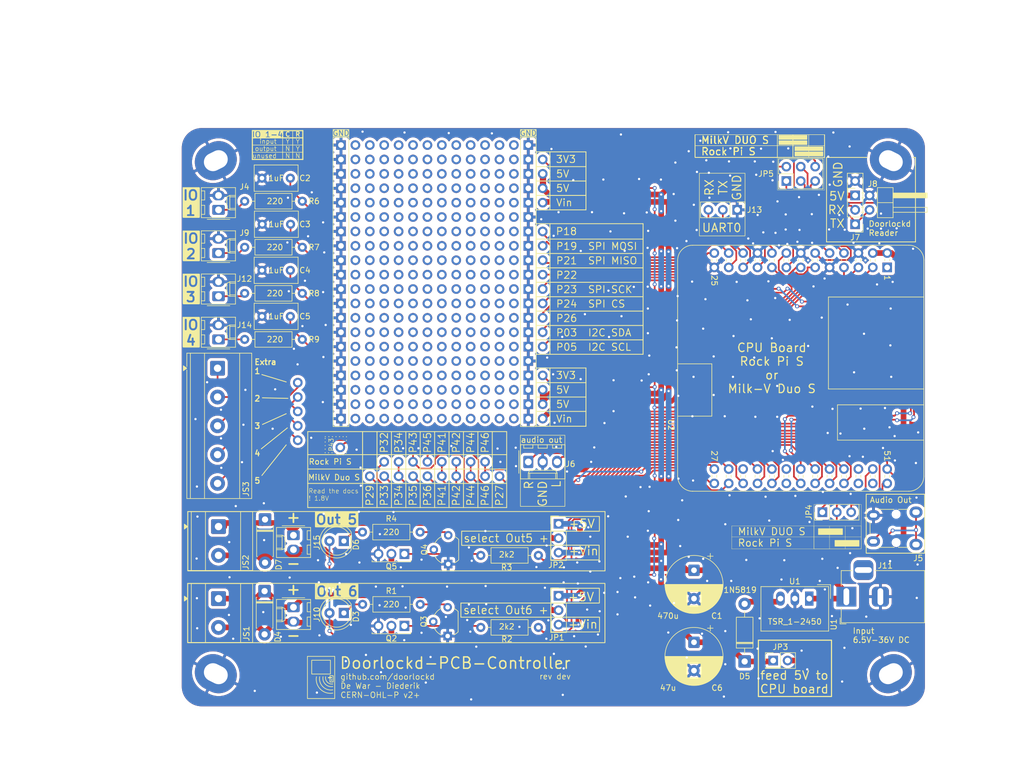
<source format=kicad_pcb>
(kicad_pcb (version 20241229) (generator "pcbnew") (generator_version "9.0")
  (title_block (title "Doorlockd PCB Controller") (date "2025-05-13") (comment 1 "Copyright 2025 Diederik Hamelink (wie-niet) & Matthijs Kooijman") (comment 2 "Licensed under CERN-OHL-P v2 or any later version"))
  (layers (0 "F.Cu" signal) (2 "B.Cu" power) (13 "F.Paste" user) (15 "B.Paste" user) (5 "F.SilkS" user "F.Silkscreen") (7 "B.SilkS" user "B.Silkscreen") (1 "F.Mask" user) (3 "B.Mask" user) (25 "Edge.Cuts" user))
  (property "BOARD_REVISION" "dev")
  (property "COMPONENTS_DATE" "dev")
  (property "GIT_REVISION_INFO" "")
  (property "SHEETPATH" "N/A")
  (property "VARIANT" "")
  (net 0 "")
  (net 1 "+5V")
  (net 2 "Earth")
  (net 3 "Net-(J4-Pin_1)")
  (net 5 "Vin")
  (net 6 "Net-(D3-K)")
  (net 7 "+3V3")
  (net 8 "Net-(D4-K)")
  (net 9 "Net-(D4-A)")
  (net 10 "Net-(D5-A)")
  (net 11 "PN532_RX")
  (net 12 "PN532_TX")
  (net 13 "Net-(Q2-G)")
  (net 14 "Net-(Q3-D)")
  (net 15 "SYS_5V")
  (net 16 "MILKVDUOS_UART2_RX")
  (net 19 "MILKVDUOS_UART2_TX")
  (net 20 "MILKVDUOS_AUDIO_L")
  (net 21 "ROCKPIS_AUDIO_L")
  (net 22 "AUDIO_L")
  (net 23 "AUDIO_R")
  (net 24 "UART0_TX")
  (net 25 "UART0_RX")
  (net 26 "EXP_P03_I2C_SDA")
  (net 27 "ROCKPIS_UART3_TX")
  (net 30 "EXP_P05_I2C_SCL")
  (net 32 "ROCKPIS_UART3_RX")
  (net 34 "Net-(J9-Pin_1)")
  (net 35 "Net-(J12-Pin_1)")
  (net 36 "Net-(J14-Pin_1)")
  (net 37 "Net-(D6-K)")
  (net 38 "Net-(D7-K)")
  (net 39 "Net-(D7-A)")
  (net 40 "Net-(Q4-G)")
  (net 41 "Net-(Q4-D)")
  (net 42 "OUT_5")
  (net 43 "OUT_6")
  (net 44 "IO_1")
  (net 45 "IO_3")
  (net 46 "IO_4")
  (net 47 "IO_2")
  (net 48 "Net-(J16-Pin_4)")
  (net 49 "Net-(J16-Pin_3)")
  (net 50 "Net-(J16-Pin_1)")
  (net 51 "Net-(J16-Pin_2)")
  (net 52 "Net-(J16-Pin_5)")
  (net 53 "EXP_P18")
  (net 54 "EXP_P19")
  (net 55 "EXP_P22")
  (net 56 "EXP_P26")
  (net 57 "EXP_P24")
  (net 58 "EXP_P46")
  (net 59 "EXP_P23")
  (net 60 "EXP_P21")
  (net 61 "EXP_P34")
  (net 62 "EXP_P35")
  (net 63 "EXP_P29")
  (net 64 "EXP_P41")
  (net 65 "EXP_P33")
  (net 66 "EXP_P44")
  (net 67 "EXP_P27")
  (net 68 "EXP_P42")
  (net 69 "EXP_P36")
  (net 70 "EXP_P32")
  (net 71 "EXP_P45")
  (net 72 "EXP_P43")
  (footprint "Connector_BarrelJack:BarrelJack_Horizontal" (layer "F.Cu") (at 194.64 132.68 180)
    (property "Reference" "J11")
    (property "Value" "DC in")
  )
  (footprint "Converter_DCDC:Converter_DCDC_TRACO_TSR-1_THT" (layer "F.Cu") (at 188.1 133.02 180)
    (property "Reference" "U1")
    (property "Value" "TSR_1-2450")
  )
  (footprint "Capacitor_THT:CP_Radial_D10.0mm_P5.00mm" (layer "F.Cu") (at 167.78 128.02 -90)
    (property "Reference" "C1")
    (property "Value" "470u")
  )
  (footprint "Connector_Molex:Molex_KK-254_AE-6410-02A_1x02_P2.54mm_Vertical" (layer "F.Cu") (at 83.96 72.06 90)
    (property "Reference" "J9")
    (property "Value" "IO 2" (hide yes))
  )
  (footprint "Connector_Audio:Jack_3.5mm_Lumberg_1503_07_Horizontal" (layer "F.Cu") (at 206.92 117.78 -90)
    (property "Reference" "J5")
    (property "Value" "Lumberg 1503 30")
  )
  (footprint "Resistor_THT:R_Axial_DIN0207_L6.3mm_D2.5mm_P10.16mm_Horizontal" (layer "F.Cu") (at 140.348 138.1 180)
    (property "Reference" "R2")
    (property "Value" "2k2")
  )
  (footprint "Package_TO_SOT_THT:TO-92_Wide" (layer "F.Cu") (at 124.354 139.624 90)
    (property "Reference" "Q3")
    (property "Value" "2N7000")
  )
  (footprint "Connector_Molex:Molex_KK-254_AE-6410-02A_1x02_P2.54mm_Vertical" (layer "F.Cu") (at 83.96 64.44 90)
    (property "Reference" "J4")
    (property "Value" "IO 1" (hide yes))
  )
  (footprint "TerminalBlock_Phoenix:TerminalBlock_Phoenix_MKDS-3-5-5.08_1x05_P5.08mm_Horizontal" (layer "F.Cu") (at 83.7925 92.38 -90)
    (property "Reference" "JS3")
    (property "Value" "Extra Screw conn")
  )
  (footprint "Capacitor_THT:C_Disc_D7.5mm_W4.4mm_P5.00mm" (layer "F.Cu") (at 91.62 75.108)
    (property "Reference" "C4")
    (property "Value" "1uF")
  )
  (footprint "Capacitor_THT:CP_Radial_D10.0mm_P5.00mm" (layer "F.Cu") (at 167.78 140.72 -90)
    (property "Reference" "C6")
    (property "Value" "47u")
  )
  (footprint "Diode_THT:D_DO-41_SOD81_P7.62mm_Horizontal" (layer "F.Cu") (at 92.08 131.7 -90)
    (property "Reference" "D4")
    (property "Value" "1N4007")
  )
  (footprint "Resistor_THT:R_Axial_DIN0207_L6.3mm_D2.5mm_P10.16mm_Horizontal" (layer "F.Cu") (at 98.732 79.172 180)
    (property "Reference" "R8")
    (property "Value" "220")
  )
  (footprint "Resistor_THT:R_Axial_DIN0207_L6.3mm_D2.5mm_P10.16mm_Horizontal" (layer "F.Cu") (at 140.348 125.4 180)
    (property "Reference" "R3")
    (property "Value" "2k2")
  )
  (footprint "Capacitor_THT:C_Disc_D7.5mm_W4.4mm_P5.00mm" (layer "F.Cu") (at 91.62 83.236)
    (property "Reference" "C5")
    (property "Value" "1uF")
  )
  (footprint "StripBoard:StripBoard_1x02_P2.54mm" (layer "F.Cu") (at 141.11 86.03)
    (property "Reference" "J21" (hide yes))
    (property "Value" "I2C")
  )
  (footprint "StripBoard:StripBoard_1x08_P2.54mm" (layer "F.Cu") (at 113.17 108.89 90)
    (property "Reference" "J23" (hide yes))
    (property "Value" "GPIO only Rock Pi S")
  )
  (footprint "LED_THT:LED_D5.0mm" (layer "F.Cu") (at 106.063 135.56 180)
    (property "Reference" "D3")
    (property "Value" "LED")
  )
  (footprint "Resistor_THT:R_Axial_DIN0207_L6.3mm_D2.5mm_P10.16mm_Horizontal" (layer "F.Cu") (at 98.732 87.3 180)
    (property "Reference" "R9")
    (property "Value" "220")
  )
  (footprint "StripBoard:StripBoard_1x04_P2.54mm" (layer "F.Cu") (at 141.11 55.55)
    (property "Reference" "J20" (hide yes))
    (property "Value" "3V 5V Vin")
  )
  (footprint "TerminalBlock_Phoenix:TerminalBlock_Phoenix_MKDS-3-2-5.08_1x02_P5.08mm_Horizontal" (layer "F.Cu") (at 83.96 120.315 -90)
    (property "Reference" "JS2")
    (property "Value" "Power Out 2" (hide yes))
  )
  (footprint "RockPiS:Rock_Pi_S" (layer "F.Cu") (at 201.84 74.6 -90)
    (property "Reference" "U2")
    (property "Value" "Rock_Pi_S")
  )
  (footprint "Resistor_THT:R_Axial_DIN0207_L6.3mm_D2.5mm_P10.16mm_Horizontal" (layer "F.Cu") (at 109.34 121.29)
    (property "Reference" "R4")
    (property "Value" "220")
  )
  (footprint "Capacitor_THT:C_Disc_D7.5mm_W4.4mm_P5.00mm" (layer "F.Cu") (at 91.62 58.852)
    (property "Reference" "C2")
    (property "Value" "1uF")
  )
  (footprint "StripBoard:StripBoard 12x20" (layer "F.Cu") (at 122.06 77.14)
    (property "Reference" "REF**" (hide yes))
    (property "Value" "StripBoard 12x20")
  )
  (footprint "Resistor_THT:R_Axial_DIN0207_L6.3mm_D2.5mm_P10.16mm_Horizontal" (layer "F.Cu") (at 98.732 71.044 180)
    (property "Reference" "R7")
    (property "Value" "220")
  )
  (footprint "Connector_Molex:Molex_KK-254_AE-6410-02A_1x02_P2.54mm_Vertical" (layer "F.Cu") (at 97.168 134.544 -90)
    (property "Reference" "J10")
    (property "Value" "Power Out 1")
  )
  (footprint "Diode_THT:D_DO-41_SOD81_P7.62mm_Horizontal" (layer "F.Cu") (at 92.16 119.06 -90)
    (property "Reference" "D7")
    (property "Value" "1N4007")
  )
  (footprint "MountingHole_Dual_3.2mm_M3_Offset1x0.5mm:MountingHole_Dual_3.2mm_M3_Offset1x0.5mm" (layer "F.Cu") (at 201.984 146.516)
    (property "Reference" "H1" (hide yes))
    (property "Value" "MountingHole")
  )
  (footprint "Connector_Molex:Molex_KK-254_AE-6410-02A_1x02_P2.54mm_Vertical" (layer "F.Cu") (at 83.96 87.3 90)
    (property "Reference" "J14")
    (property "Value" "IO 4" (hide yes))
  )
  (footprint "Connector_Molex:Molex_KK-254_AE-6410-03A_1x03_P2.54mm_Vertical" (layer "F.Cu") (at 138.57 108.91)
    (property "Reference" "J6")
    (property "Value" "Audio out")
  )
  (footprint "Connector_PinHeader_2.54mm:PinHeader_1x04_P2.54mm_Vertical" (layer "F.Cu") (at 196.19 66.98 180)
    (property "Reference" "J7")
    (property "Value" "Conn_01x04")
  )
  (footprint "Connector_PinHeader_2.54mm:PinHeader_1x03_P2.54mm_Vertical" (layer "F.Cu") (at 175.4 64.44 -90)
    (property "Reference" "J13")
    (property "Value" "Debug UART")
  )
  (footprint "StripBoard:StripBoard_1x20_P2.54mm_Square" (layer "F.Cu") (at 138.57 53.015)
    (property "Reference" "J24" (hide yes))
    (property "Value" "GND")
  )
  (footprint "StripBoard:StripBoard_1x01_P2.54mm" (layer "F.Cu") (at 105.425 106.35)
    (property "Reference" "J1" (hide yes))
    (property "Value" "MilkV P43 (3.3V for VCCB)")
  )
  (footprint "Package_TO_SOT_THT:TO-92_Wide" (layer "F.Cu") (at 124.452 126.924 90)
    (property "Reference" "Q4")
    (property "Value" "2N7000")
  )
  (footprint "LED_THT:LED_D5.0mm" (layer "F.Cu") (at 106.063 122.86 180)
    (property "Reference" "D6")
    (property "Value" "LED")
  )
  (footprint "Connector_PinHeader_2.54mm:PinHeader_1x03_P2.54mm_Vertical" (layer "F.Cu") (at 190.41 117.78 90)
    (property "Reference" "JP4")
    (property "Value" "jumper MilkV-RockPi (audio)")
  )
  (footprint "StripBoard:StripBoard_1x07_P2.54mm" (layer "F.Cu") (at 141.11 68.25)
    (property "Reference" "J22" (hide yes))
    (property "Value" "GPIO/UART/SPI")
  )
  (footprint "Package_TO_SOT_THT:TO-251-3_Vertical" (layer "F.Cu") (at 116.725 137.84 180)
    (property "Reference" "Q2")
    (property "Value" "STD12NF06L-1")
  )
  (footprint "Connector_PinHeader_2.54mm:PinHeader_2x02_P2.54mm_Horizontal" (layer "F.Cu") (at 196.19 61.9)
    (property "Reference" "J8")
    (property "Value" "Amphenol Dubox ‎76383-402LF‎")
  )
  (footprint "Connector_PinHeader_2.54mm:PinHeader_2x01_P2.54mm_Vertical" (layer "F.Cu") (at 181.745 143.942)
    (property "Reference" "JP3")
    (property "Value" "jumper: 5V from/to CPU")
  )
  (footprint "StripBoard:StripBoard_1x05_P2.54mm" (layer "F.Cu") (at 97.93 94.92)
    (property "Reference" "J16" (hide yes))
    (property "Value" "to extra screw conn.")
  )
  (footprint "StripBoard:StripBoard_1x10_P2.54mm" (layer "F.Cu") (at 110.63 111.43 90)
    (property "Reference" "J18" (hide yes))
    (property "Value" "GPIO only MilkV 1.8V")
  )
  (footprint "StripBoard:StripBoard_1x20_P2.54mm_Square" (layer "F.Cu") (at 105.55 53.015)
    (property "Reference" "J27" (hide yes))
    (property "Value" "GND")
  )
  (footprint "StripBoard:StripBoard_1x04_P2.54mm" (layer "F.Cu") (at 141.11 93.65)
    (property "Reference" "J19" (hide yes))
    (property "Value" "3V 5V Vin")
  )
  (footprint "Connector_PinHeader_2.54mm:PinHeader_2x03_P2.54mm_Vertical" (layer "F.Cu") (at 184.06 59.36 90)
    (property "Reference" "JP5")
    (property "Value" "jumper MilkV-RockPi (uart)")
  )
  (footprint "TerminalBlock_Phoenix:TerminalBlock_Phoenix_MKDS-3-2-5.08_1x02_P5.08mm_Horizontal" (layer "F.Cu") (at 83.96 133.02 -90)
    (property "Reference" "JS1")
    (property "Value" "Power Out 1")
  )
  (footprint "Diode_THT:D_DO-41_SOD81_P10.16mm_Horizontal" (layer "F.Cu") (at 176.71 144.108 90)
    (property "Reference" "D5")
    (property "Value" "1N5819")
  )
  (footprint "Connector_Molex:Molex_KK-254_AE-6410-02A_1x02_P2.54mm_Vertical" (layer "F.Cu") (at 83.96 79.68 90)
    (property "Reference" "J12")
    (property "Value" "IO 3" (hide yes))
  )
  (footprint "Connector_PinHeader_2.54mm:PinHeader_1x03_P2.54mm_Vertical" (layer "F.Cu") (at 143.904 119.827)
    (property "Reference" "JP2")
    (property "Value" "+5V/Vin" (hide yes))
  )
  (footprint "Resistor_THT:R_Axial_DIN0207_L6.3mm_D2.5mm_P10.16mm_Horizontal" (layer "F.Cu") (at 109.36 134.036)
    (property "Reference" "R1")
    (property "Value" "220")
  )
  (footprint "MountingHole_Dual_3.2mm_M3_Offset1x0.5mm:MountingHole_Dual_3.2mm_M3_Offset1x0.5mm" (layer "F.Cu") (at 82.984 56.016)
    (property "Reference" "H3" (hide yes))
    (property "Value" "MountingHole")
  )
  (footprint "Capacitor_THT:C_Disc_D7.5mm_W4.4mm_P5.00mm" (layer "F.Cu") (at 91.66 66.98)
    (property "Reference" "C3")
    (property "Value" "1uF")
  )
  (footprint "Package_TO_SOT_THT:TO-251-3_Vertical" (layer "F.Cu") (at 116.725 125.14 180)
    (property "Reference" "Q5")
    (property "Value" "STD12NF06L-1")
  )
  (footprint "Resistor_THT:R_Axial_DIN0207_L6.3mm_D2.5mm_P10.16mm_Horizontal" (layer "F.Cu") (at 98.732 62.916 180)
    (property "Reference" "R6")
    (property "Value" "220")
  )
  (footprint "Connector_Molex:Molex_KK-254_AE-6410-02A_1x02_P2.54mm_Vertical" (layer "F.Cu") (at 97.168 121.844 -90)
    (property "Reference" "J15")
    (property "Value" "Power Out 2")
  )
  (footprint "Connector_PinHeader_2.54mm:PinHeader_1x03_P2.54mm_Vertical" (layer "F.Cu") (at 143.904 132.527)
    (property "Reference" "JP1")
    (property "Value" "+5V/Vin" (hide yes))
  )
  (footprint "MountingHole_Dual_3.2mm_M3_Offset1x0.5mm:MountingHole_Dual_3.2mm_M3_Offset1x0.5mm" (layer "B.Cu") (at 201.984 55.516)
    (property "Reference" "H2" (hide yes))
    (property "Value" "MountingHole")
  )
  (footprint "MountingHole_Dual_3.2mm_M3_Offset1x0.5mm:MountingHole_Dual_3.2mm_M3_Offset1x0.5mm" (layer "B.Cu") (at 82.984 146.016)
    (property "Reference" "H4" (hide yes))
    (property "Value" "MountingHole")
  )
  (gr_rect (start 78.54 117.655) (end 152.1 128.125) (stroke (width 0.15)) (fill no) (layer "F.SilkS"))
  (gr_rect (start 78.52 130.33) (end 152.08 140.8) (stroke (width 0.15)) (fill no) (layer "F.SilkS"))
  (gr_rect (start 77.7996 75.85) (end 80.525 80.95) (stroke (width 0.3)) (fill no) (layer "F.SilkS"))
  (gr_curve (pts (xy 104.1143 149.112463) (xy 103.471685 149.225774) (xy 102.814198 149.018469) (xy 102.35279 148.557061)) (stroke (width 0.124999)) (layer "F.SilkS"))
  (gr_line (start 91.5 106.6) (end 96.1 102.9) (stroke (width 0.15)) (layer "F.SilkS"))
  (gr_rect (start 185.535 54.2) (end 190.535 54.95) (stroke (width 0.05)) (fill yes) (layer "F.SilkS"))
  (gr_rect (start 142.6 136.297) (end 151.126 138.9) (stroke (width 0.15)) (fill no) (layer "F.SilkS"))
  (gr_rect (start 142.574 118.5255) (end 151.1 121.1285) (stroke (width 0.15)) (fill no) (layer "F.SilkS"))
  (gr_line (start 91.7 97.6) (end 96.2 97.7) (stroke (width 0.15)) (layer "F.SilkS"))
  (gr_rect (start 102.765 104.45) (end 106.51 107.3) (stroke (width 0.15) (type dot)) (fill no) (layer "F.SilkS"))
  (gr_rect (start 77.7996 68.25) (end 80.525 73.35) (stroke (width 0.3)) (fill no) (layer "F.SilkS"))
  (gr_rect (start 182.72 52.21) (end 187.72 52.96) (stroke (width 0.05)) (fill yes) (layer "F.SilkS"))
  (gr_line (start 206.83 70.1) (end 206.817712 55.195) (stroke (width 0.15)) (layer "F.SilkS"))
  (gr_rect (start 101.088 117.82) (end 108.488 120.32) (stroke (width 0.25)) (fill no) (layer "F.SilkS"))
  (gr_rect (start 101.088 130.52) (end 108.488 133.02) (stroke (width 0.25)) (fill no) (layer "F.SilkS"))
  (gr_rect (start 188.93 116.405) (end 197.26 124.235) (stroke (width 0.05)) (fill no) (layer "F.SilkS"))
  (gr_curve (pts (xy 102.793168 148.116683) (xy 102.447112 147.770627) (xy 102.291633 147.277513) (xy 102.376616 146.795551)) (stroke (width 0.124999)) (layer "F.SilkS"))
  (gr_curve (pts (xy 101.912414 148.997438) (xy 101.335654 148.420678) (xy 101.076523 147.598821) (xy 101.218161 146.795551)) (stroke (width 0.124999)) (layer "F.SilkS"))
  (gr_rect (start 198.14 114.61) (end 208.44 125.01) (stroke (width 0.15)) (fill no) (layer "F.SilkS"))
  (gr_curve (pts (xy 102.35279 148.557061) (xy 101.891382 148.095653) (xy 101.684078 147.438168) (xy 101.797388 146.795552)) (stroke (width 0.124999)) (layer "F.SilkS"))
  (gr_curve (pts (xy 103.145468 147.764381) (xy 102.891697 147.510607) (xy 102.777679 147.148989) (xy 102.84 146.795551)) (stroke (width 0.124999)) (layer "F.SilkS"))
  (gr_curve (pts (xy 104.1143 148.069853) (xy 103.76086 148.132174) (xy 103.399243 148.018156) (xy 103.145468 147.764381)) (stroke (width 0.124999)) (layer "F.SilkS"))
  (gr_line (start 191.148 55.195) (end 191.148 70.1) (stroke (width 0.15)) (layer "F.SilkS"))
  (gr_rect (start 137.18 104.2) (end 145.025 116.7536) (stroke (width 0.1)) (fill no) (layer "F.SilkS"))
  (gr_rect (start 179.137 140.352) (end 192.021 150.292) (stroke (width 0.2)) (fill no) (layer "F.SilkS"))
  (gr_rect (start 189.69 120.665) (end 193.98 121.745) (stroke (width 0.05)) (fill yes) (layer "F.SilkS"))
  (gr_curve (pts (xy 104.1143 149.69169) (xy 103.311031 149.833328) (xy 102.489174 149.574198) (xy 101.912414 148.997438)) (stroke (width 0.124999)) (layer "F.SilkS"))
  (gr_poly (pts (xy 104.44625 150.64727) (xy 99.632092 150.64727) (xy 99.632092 143.206962) (xy 104.44625 143.206962)) (stroke (width 0.124999)) (fill no) (layer "F.SilkS"))
  (gr_rect (start 142.574 131.197) (end 151.1 133.8) (stroke (width 0.15)) (fill no) (layer "F.SilkS"))
  (gr_rect (start 192.615 122.715) (end 196.905 123.795) (stroke (width 0.05)) (fill yes) (layer "F.SilkS"))
  (gr_poly (pts (xy 103.688806 146.325598) (xy 100.389536 146.325598) (xy 100.389536 143.892074) (xy 103.688806 143.892074)) (stroke (width 0.124999)) (fill no) (layer "F.SilkS"))
  (gr_rect (start 182.72 51.29) (end 187.72 52.04) (stroke (width 0.05)) (fill yes) (layer "F.SilkS"))
  (gr_line (start 191.148 55.195) (end 198.26 55.195) (stroke (width 0.15)) (layer "F.SilkS"))
  (gr_line (start 206.817712 55.195) (end 206.388 55.195) (stroke (width 0.15)) (layer "F.SilkS"))
  (gr_rect (start 168.73 57.985) (end 176.78 69.035) (stroke (width 0.1)) (fill no) (layer "F.SilkS"))
  (gr_rect (start 77.7873 60.6) (end 80.5127 65.7) (stroke (width 0.3)) (fill no) (layer "F.SilkS"))
  (gr_line (start 91.7 102.3) (end 95.9 100.4) (stroke (width 0.15)) (layer "F.SilkS"))
  (gr_rect (start 142.537 123.6) (end 151.063 126.203) (stroke (width 0.15)) (fill no) (layer "F.SilkS"))
  (gr_line (start 191.148 70.1) (end 206.83 70.1) (stroke (width 0.15)) (layer "F.SilkS"))
  (gr_poly (pts (xy 103.975 147.529376) (xy 103.813112 147.529376) (xy 103.813112 147.238186) (xy 103.975 147.238186)) (fill yes) (layer "F.SilkS"))
  (gr_curve (pts (xy 104.1143 148.533234) (xy 103.632338 148.618217) (xy 103.139225 148.462739) (xy 102.793168 148.116683)) (stroke (width 0.124999)) (layer "F.SilkS"))
  (gr_line (start 91.6 111.3) (end 95.9 105.9) (stroke (width 0.15)) (layer "F.SilkS"))
  (gr_line (start 91.6 93.5) (end 95.9 94.8) (stroke (width 0.15)) (layer "F.SilkS"))
  (gr_rect (start 182.485 51.17) (end 190.805 60.95) (stroke (width 0.05)) (fill no) (layer "F.SilkS"))
  (gr_poly (pts (xy 104.182127 147.7167) (xy 103.605984 147.7167) (xy 103.605984 146.622092) (xy 104.182127 146.622092)) (stroke (width 0.124999)) (fill no) (layer "F.SilkS"))
  (gr_rect (start 185.535 53.28) (end 190.535 54.03) (stroke (width 0.05)) (fill yes) (layer "F.SilkS"))
  (gr_rect (start 126.687 133.797) (end 142.563 136.3) (stroke (width 0.15)) (fill no) (layer "F.SilkS"))
  (gr_poly (pts (xy 103.975 147.065928) (xy 103.256586 147.065928) (xy 103.256586 146.86) (xy 103.975 146.86)) (fill yes) (layer "F.SilkS"))
  (gr_rect (start 77.7873 83.475) (end 80.5127 88.575) (stroke (width 0.3)) (fill no) (layer "F.SilkS"))
  (gr_rect (start 126.825 121.1235) (end 142.551 123.6265) (stroke (width 0.15)) (fill no) (layer "F.SilkS"))
  (gr_line (start 204.984 152.516) (end 80.984 152.516) (stroke (width 0.00254)) (layer "Edge.Cuts"))
  (gr_arc (start 80.984 152.516) (mid 78.155573 151.344427) (end 76.984 148.516) (stroke (width 0.00254)) (layer "Edge.Cuts"))
  (gr_arc (start 76.984 53.516) (mid 78.155573 50.687573) (end 80.984 49.516) (stroke (width 0.00254)) (layer "Edge.Cuts"))
  (gr_line (start 208.984 53.516) (end 208.984 148.516) (stroke (width 0.00254)) (layer "Edge.Cuts"))
  (gr_line (start 80.984 49.516) (end 204.984 49.516) (stroke (width 0.00254)) (layer "Edge.Cuts"))
  (gr_line (start 76.984 148.516) (end 76.984 53.516) (stroke (width 0.00254)) (layer "Edge.Cuts"))
  (gr_arc (start 208.984 148.516) (mid 207.812427 151.344427) (end 204.984 152.516) (stroke (width 0.00254)) (layer "Edge.Cuts"))
  (gr_arc (start 204.984 49.516) (mid 207.812427 50.687573) (end 208.984 53.516) (stroke (width 0.00254)) (layer "Edge.Cuts"))
  (gr_text "rev ${BOARD_REVISION}\n\n " (at 146.14 148.36 0) (layer "F.SilkS") (effects (font (size 1 1) (thickness 0.125)) (justify right)))
  (gr_text "-" (at 97.168 140.64 0) (layer "F.SilkS") (effects (font (size 2 2) (thickness 0.3)) (justify bottom)))
  (gr_text "UART0" (at 169.08 68.49 0) (layer "F.SilkS") (effects (font (size 1.5 1.5) (thickness 0.1875)) (justify left bottom)))
  (gr_text "RX\nTX\nGND" (at 176.21 60.52 90) (layer "F.SilkS") (effects (font (size 1.5 1.5) (thickness 0.1875)) (justify bottom)))
  (gr_text "Audio Out" (at 198.7 116.2 0) (layer "F.SilkS") (effects (font (size 1 1)) (justify left bottom)))
  (gr_text "\nOut 5\n" (at 100.938 117.72 0) (layer "F.SilkS" knockout) (effects (font (size 1.7 1.7) (thickness 0.34) (bold yes)) (justify left)))
  (gr_text "GND" (at 104.01 51.47 0) (layer "F.SilkS" knockout) (effects (font (size 0.96 0.96) (thickness 0.12)) (justify left bottom)))
  (gr_text "Doorlockd-PCB-Controller" (at 105.2 144.39 0) (layer "F.SilkS") (effects (font (size 2 2) (thickness 0.25)) (justify left)))
  (gr_text "IO\n1" (at 79.05 63.25 0) (layer "F.SilkS" knockout) (effects (font (size 1.7 1.7) (thickness 0.34) (bold yes))))
  (gr_text "Doorlockd\nReader" (at 198.5 69.1 0) (layer "F.SilkS") (effects (font (size 1 1)) (justify left bottom)))
  (gr_text "+" (at 97.168 119.812 0) (layer "F.SilkS") (effects (font (size 2 2) (thickness 0.3)) (justify bottom)))
  (gr_text "\nOut 6\n\n" (at 101.013 131.77 0) (layer "F.SilkS" knockout) (effects (font (size 1.7 1.7) (thickness 0.34) (bold yes)) (justify left)))
  (gr_text "select Out6 +" (at 134.625 135.0485 0) (layer "F.SilkS") (effects (font (size 1.4 1.4) (thickness 0.175))))
  (gr_text "feed 5V to\nCPU board" (at 185.465 147.772 0) (layer "F.SilkS") (effects (font (size 1.5 1.5) (thickness 0.2))))
  (gr_text "+5V\n\n+Vin" (at 145.46 138.43 0) (layer "F.SilkS") (effects (font (size 1.5 1.5) (thickness 0.1875)) (justify left bottom)))
  (gr_text "Input\n6.5V-36V DC\n" (at 195.7 140.9 0) (layer "F.SilkS") (effects (font (size 1 1)) (justify left bottom)))
  (gr_text "P43" (at 104.3 107.1 90) (layer "F.SilkS") (effects (font (size 0.8 0.8) (thickness 0.1)) (justify left bottom)))
  (gr_text "5V\nRX\nTX" (at 194.45 64.44 0) (layer "F.SilkS") (effects (font (size 1.5 1.5) (thickness 0.1875)) (justify right)))
  (gr_text "GND" (at 137.03 51.47 0) (layer "F.SilkS" knockout) (effects (font (size 0.96 0.96) (thickness 0.12)) (justify left bottom)))
  (gr_text "+" (at 97.168 132.512 0) (layer "F.SilkS") (effects (font (size 2 2) (thickness 0.3)) (justify bottom)))
  (gr_text "audio out\n" (at 137.19 105.6 0) (layer "F.SilkS") (effects (font (size 1 1)) (justify left bottom)))
  (gr_text "Rock Pi S" (at 99.79 109.45 0) (layer "F.SilkS") (effects (font (size 1 1)) (justify left bottom)))
  (gr_text "IO\n2\n" (at 79.1 70.875 0) (layer "F.SilkS" knockout) (effects (font (size 1.7 1.7) (thickness 0.34) (bold yes))))
  (gr_text "select Out5 +" (at 134.688 122.375 0) (layer "F.SilkS") (effects (font (size 1.4 1.4) (thickness 0.175))))
  (gr_text "MilkV Duo S" (at 99.68 112.23 0) (layer "F.SilkS") (effects (font (size 1 1)) (justify left bottom)))
  (gr_text "GND" (at 193.18 60.63 90) (layer "F.SilkS") (effects (font (size 1.5 1.5) (thickness 0.1875)) (justify left)))
  (gr_text "Read the docs\n! 1.8V" (at 99.79 113.57 0) (layer "F.SilkS") (effects (font (size 0.8 0.8) (thickness 0.08)) (justify left top)))
  (gr_text "+5V\n\n+Vin" (at 145.6 125.5 0) (layer "F.SilkS") (effects (font (size 1.5 1.5) (thickness 0.1875)) (justify left bottom)))
  (gr_text "IO\n4" (at 79.075 86.125 0) (layer "F.SilkS" knockout) (effects (font (size 1.7 1.7) (thickness 0.34) (bold yes))))
  (gr_text "github.com/doorlockd\nDe War - Diederik\nCERN-OHL-P v2+" (at 105.38 148.42 0) (layer "F.SilkS") (effects (font (size 1 1) (thickness 0.125)) (justify left)))
  (gr_text "-" (at 97.168 127.94 0) (layer "F.SilkS") (effects (font (size 2 2) (thickness 0.3)) (justify bottom)))
  (gr_text "IO\n3" (at 79.075 78.475 0) (layer "F.SilkS" knockout) (effects (font (size 1.7 1.7) (thickness 0.34) (bold yes))))
  (gr_text "IO 1-4" (at 89.802 51.74 0) (layer "F.SilkS" knockout) (effects (font (size 1 1)) (justify left bottom)))
  (gr_text "CPU Board\nRock Pi S\nor\nMilk-V Duo S" (at 181.496 92.38 0) (layer "F.SilkS") (effects (font (size 1.5 1.5) (thickness 0.2))))
  (gr_text "R\nGND\nL" (at 144.3866 112.1158 90) (layer "F.SilkS") (effects (font (size 1.5 1.5) (thickness 0.1875)) (justify right bottom)))
  (gr_text "Extra\n1\n\n\n2\n\n\n3\n\n\n4\n\n\n5" (at 90.2 112.8 0) (layer "F.SilkS") (effects (font (size 1 1) (thickness 0.2) (bold yes)) (justify left bottom)))
  (table (column_count 4) (layer "F.SilkS") (border (external yes) (header yes) (stroke (width 0.05))) (separators (rows yes) (cols yes) (stroke (width 0.05))) (column_widths 14.51 2.74 2.79 2.79) (row_heights 1.94 2.08) (cells (table_cell "MilkV DUO S" (start 167.97 51.175) (end 182.48 53.115) (margins 1.0025 1.0025 1.0025 1.0025) (span 1 1) (layer "F.SilkS") (effects (font (size 1.27 1.27)) (justify left))) (table_cell "" (start 182.48 51.175) (end 185.22 53.115) (margins 1.0025 1.0025 1.0025 1.0025) (span 1 1) (layer "F.SilkS") (effects (font (size 1.27 1.27)) (justify left))) (table_cell "" (start 185.22 51.175) (end 188.01 53.115) (margins 1.0025 1.0025 1.0025 1.0025) (span 1 1) (layer "F.SilkS") (effects (font (size 1.27 1.27)) (justify left))) (table_cell "" (start 188.01 51.175) (end 190.8 53.115) (margins 1.0025 1.0025 1.0025 1.0025) (span 1 1) (layer "F.SilkS") (effects (font (size 1.27 1.27)) (justify left))) (table_cell "Rock Pi S" (start 167.97 53.115) (end 182.48 55.195) (margins 1.0025 1.0025 1.0025 1.0025) (span 1 1) (layer "F.SilkS") (effects (font (size 1.27 1.27)) (justify left))) (table_cell "" (start 182.48 53.115) (end 185.22 55.195) (margins 1.0025 1.0025 1.0025 1.0025) (span 1 1) (layer "F.SilkS") (effects (font (size 1.27 1.27)) (justify left))) (table_cell "" (start 185.22 53.115) (end 188.01 55.195) (margins 1.0025 1.0025 1.0025 1.0025) (span 1 1) (layer "F.SilkS") (effects (font (size 1.27 1.27)) (justify left))) (table_cell "" (start 188.01 53.115) (end 190.8 55.195) (margins 1.0025 1.0025 1.0025 1.0025) (span 1 1) (layer "F.SilkS") (effects (font (size 1.27 1.27)) (justify left)))))
  (table (column_count 4) (layer "F.SilkS") (border (external yes) (header yes) (stroke (width 0.05))) (separators (rows yes) (cols yes) (stroke (width 0.05))) (column_widths 14.51 2.74 2.79 2.79) (row_heights 1.94 2.08) (cells (table_cell "MilkV DUO S" (start 167.97 51.175) (end 182.48 53.115) (margins 1.0025 1.0025 1.0025 1.0025) (span 1 1) (layer "F.SilkS") (effects (font (size 1.27 1.27)) (justify left))) (table_cell "" (start 182.48 51.175) (end 185.22 53.115) (margins 1.0025 1.0025 1.0025 1.0025) (span 1 1) (layer "F.SilkS") (effects (font (size 1.27 1.27)) (justify left))) (table_cell "" (start 185.22 51.175) (end 188.01 53.115) (margins 1.0025 1.0025 1.0025 1.0025) (span 1 1) (layer "F.SilkS") (effects (font (size 1.27 1.27)) (justify left))) (table_cell "" (start 188.01 51.175) (end 190.8 53.115) (margins 1.0025 1.0025 1.0025 1.0025) (span 1 1) (layer "F.SilkS") (effects (font (size 1.27 1.27)) (justify left))) (table_cell "Rock Pi S" (start 167.97 53.115) (end 182.48 55.195) (margins 1.0025 1.0025 1.0025 1.0025) (span 1 1) (layer "F.SilkS") (effects (font (size 1.27 1.27)) (justify left))) (table_cell "" (start 182.48 53.115) (end 185.22 55.195) (margins 1.0025 1.0025 1.0025 1.0025) (span 1 1) (layer "F.SilkS") (effects (font (size 1.27 1.27)) (justify left))) (table_cell "" (start 185.22 53.115) (end 188.01 55.195) (margins 1.0025 1.0025 1.0025 1.0025) (span 1 1) (layer "F.SilkS") (effects (font (size 1.27 1.27)) (justify left))) (table_cell "" (start 188.01 53.115) (end 190.8 55.195) (margins 1.0025 1.0025 1.0025 1.0025) (span 1 1) (layer "F.SilkS") (effects (font (size 1.27 1.27)) (justify left)))))
  (table (column_count 4) (layer "F.SilkS") (border (external yes) (header yes) (stroke (width 0.05))) (separators (rows yes) (cols yes) (stroke (width 0.05))) (column_widths 14.51 2.74 2.79 2.79) (row_heights 1.94 2.08) (cells (table_cell "MilkV DUO S" (start 167.97 51.175) (end 182.48 53.115) (margins 1.0025 1.0025 1.0025 1.0025) (span 1 1) (layer "F.SilkS") (effects (font (size 1.27 1.27)) (justify left))) (table_cell "" (start 182.48 51.175) (end 185.22 53.115) (margins 1.0025 1.0025 1.0025 1.0025) (span 1 1) (layer "F.SilkS") (effects (font (size 1.27 1.27)) (justify left))) (table_cell "" (start 185.22 51.175) (end 188.01 53.115) (margins 1.0025 1.0025 1.0025 1.0025) (span 1 1) (layer "F.SilkS") (effects (font (size 1.27 1.27)) (justify left))) (table_cell "" (start 188.01 51.175) (end 190.8 53.115) (margins 1.0025 1.0025 1.0025 1.0025) (span 1 1) (layer "F.SilkS") (effects (font (size 1.27 1.27)) (justify left))) (table_cell "Rock Pi S" (start 167.97 53.115) (end 182.48 55.195) (margins 1.0025 1.0025 1.0025 1.0025) (span 1 1) (layer "F.SilkS") (effects (font (size 1.27 1.27)) (justify left))) (table_cell "" (start 182.48 53.115) (end 185.22 55.195) (margins 1.0025 1.0025 1.0025 1.0025) (span 1 1) (layer "F.SilkS") (effects (font (size 1.27 1.27)) (justify left))) (table_cell "" (start 185.22 53.115) (end 188.01 55.195) (margins 1.0025 1.0025 1.0025 1.0025) (span 1 1) (layer "F.SilkS") (effects (font (size 1.27 1.27)) (justify left))) (table_cell "" (start 188.01 53.115) (end 190.8 55.195) (margins 1.0025 1.0025 1.0025 1.0025) (span 1 1) (layer "F.SilkS") (effects (font (size 1.27 1.27)) (justify left)))))
  (table (column_count 4) (layer "F.SilkS") (border (external yes) (header yes) (stroke (width 0.05))) (separators (rows yes) (cols yes) (stroke (width 0.05))) (column_widths 14.51 2.74 2.79 2.79) (row_heights 1.94 2.08) (cells (table_cell "MilkV DUO S" (start 167.97 51.175) (end 182.48 53.115) (margins 1.0025 1.0025 1.0025 1.0025) (span 1 1) (layer "F.SilkS") (effects (font (size 1.27 1.27)) (justify left))) (table_cell "" (start 182.48 51.175) (end 185.22 53.115) (margins 1.0025 1.0025 1.0025 1.0025) (span 1 1) (layer "F.SilkS") (effects (font (size 1.27 1.27)) (justify left))) (table_cell "" (start 185.22 51.175) (end 188.01 53.115) (margins 1.0025 1.0025 1.0025 1.0025) (span 1 1) (layer "F.SilkS") (effects (font (size 1.27 1.27)) (justify left))) (table_cell "" (start 188.01 51.175) (end 190.8 53.115) (margins 1.0025 1.0025 1.0025 1.0025) (span 1 1) (layer "F.SilkS") (effects (font (size 1.27 1.27)) (justify left))) (table_cell "Rock Pi S" (start 167.97 53.115) (end 182.48 55.195) (margins 1.0025 1.0025 1.0025 1.0025) (span 1 1) (layer "F.SilkS") (effects (font (size 1.27 1.27)) (justify left))) (table_cell "" (start 182.48 53.115) (end 185.22 55.195) (margins 1.0025 1.0025 1.0025 1.0025) (span 1 1) (layer "F.SilkS") (effects (font (size 1.27 1.27)) (justify left))) (table_cell "" (start 185.22 53.115) (end 188.01 55.195) (margins 1.0025 1.0025 1.0025 1.0025) (span 1 1) (layer "F.SilkS") (effects (font (size 1.27 1.27)) (justify left))) (table_cell "" (start 188.01 53.115) (end 190.8 55.195) (margins 1.0025 1.0025 1.0025 1.0025) (span 1 1) (layer "F.SilkS") (effects (font (size 1.27 1.27)) (justify left)))))
  (table (column_count 4) (layer "F.SilkS") (border (external yes) (header yes) (stroke (width 0.15))) (separators (rows yes) (cols yes) (stroke (width 0.15))) (column_widths 4.25 2.54 2.54 4.064) (row_heights 9.67 2.54 2.54 2.54 2.54 2.54 2.54 2.54 2.54 2.54 2.54) (cells (table_cell "" (start 99.69 116.95) (end 109.36 112.7) (margins 0 1.0025 1.0025 1.0025) (span 1 1) (angle 90) (layer "F.SilkS") (effects (font (size 1.27 1.27)))) (table_cell "" (start 99.69 112.7) (end 109.36 110.16) (margins 1.0025 1.0025 1.0025 1.0025) (span 1 1) (angle 90) (layer "F.SilkS") (effects (font (size 1.27 1.27)) (justify left))) (table_cell "" (start 99.69 110.16) (end 109.36 107.62) (margins 1.0025 1.0025 1.0025 1.0025) (span 1 1) (angle 90) (layer "F.SilkS") (effects (font (size 1.27 1.27)) (justify left))) (table_cell "" (start 99.69 107.62) (end 109.36 103.556) (margins 1.0025 1.0025 0 1.0025) (span 1 1) (angle 90) (layer "F.SilkS") (effects (font (size 1.27 1.27)) (justify right))) (table_cell "P29" (start 109.36 116.95) (end 111.9 112.7) (margins 0 1.0025 1.0025 1.0025) (span 1 1) (angle 90) (layer "F.SilkS") (effects (font (size 1.27 1.27)))) (table_cell "" (start 109.36 112.7) (end 111.9 110.16) (margins 1.0025 1.0025 1.0025 1.0025) (span 1 1) (angle 90) (layer "F.SilkS") (effects (font (size 1.27 1.27)) (justify left))) (table_cell "" (start 109.36 110.16) (end 111.9 107.62) (margins 0 0 0 0) (span 1 1) (angle 90) (layer "F.SilkS") (effects (font (size 1.27 1.27)) (justify left))) (table_cell "" (start 109.36 107.62) (end 111.9 103.556) (margins 1.0025 1.0025 0 1.0025) (span 1 1) (angle 90) (layer "F.SilkS") (effects (font (size 1.27 1.27)) (justify right))) (table_cell "P33" (start 111.9 116.95) (end 114.44 112.7) (margins 0 1.0025 1.0025 1.0025) (span 1 1) (angle 90) (layer "F.SilkS") (effects (font (size 1.27 1.27)))) (table_cell "" (start 111.9 112.7) (end 114.44 110.16) (margins 1.0025 1.0025 1.0025 1.0025) (span 1 1) (angle 90) (layer "F.SilkS") (effects (font (size 1.27 1.27)) (justify left))) (table_cell "" (start 111.9 110.16) (end 114.44 107.62) (margins 1.0025 1.0025 1.0025 1.0025) (span 1 1) (angle 90) (layer "F.SilkS") (effects (font (size 1.27 1.27)) (justify left))) (table_cell "P32" (start 111.9 107.62) (end 114.44 103.556) (margins 1.0025 1.0025 0 1.0025) (span 1 1) (angle 90) (layer "F.SilkS") (effects (font (size 1.27 1.27)) (justify right))) (table_cell "P34" (start 114.44 116.95) (end 116.98 112.7) (margins 0 1.0025 1.0025 1.0025) (span 1 1) (angle 90) (layer "F.SilkS") (effects (font (size 1.27 1.27)))) (table_cell "" (start 114.44 112.7) (end 116.98 110.16) (margins 1.0025 1.0025 1.0025 1.0025) (span 1 1) (angle 90) (layer "F.SilkS") (effects (font (size 1.27 1.27)) (justify left))) (table_cell "" (start 114.44 110.16) (end 116.98 107.62) (margins 1.0025 1.0025 1.0025 1.0025) (span 1 1) (angle 90) (layer "F.SilkS") (effects (font (size 1.27 1.27)) (justify left))) (table_cell "P34" (start 114.44 107.62) (end 116.98 103.556) (margins 1.0025 1.0025 0 1.0025) (span 1 1) (angle 90) (layer "F.SilkS") (effects (font (size 1.27 1.27)) (justify right))) (table_cell "P35" (start 116.98 116.95) (end 119.52 112.7) (margins 0 1.0025 1.0025 1.0025) (span 1 1) (angle 90) (layer "F.SilkS") (effects (font (size 1.27 1.27)))) (table_cell "" (start 116.98 112.7) (end 119.52 110.16) (margins 1.0025 1.0025 1.0025 1.0025) (span 1 1) (angle 90) (layer "F.SilkS") (effects (font (size 1.27 1.27)) (justify left))) (table_cell "" (start 116.98 110.16) (end 119.52 107.62) (margins 1.0025 1.0025 1.0025 1.0025) (span 1 1) (angle 90) (layer "F.SilkS") (effects (font (size 1.27 1.27)) (justify left))) (table_cell "P43" (start 116.98 107.62) (end 119.52 103.556) (margins 1.0025 1.0025 0 1.0025) (span 1 1) (angle 90) (layer "F.SilkS") (effects (font (size 1.27 1.27)) (justify right))) (table_cell "P36" (start 119.52 116.95) (end 122.06 112.7) (margins 0 1.0025 1.0025 1.0025) (span 1 1) (angle 90) (layer "F.SilkS") (effects (font (size 1.27 1.27)))) (table_cell "" (start 119.52 112.7) (end 122.06 110.16) (margins 1.0025 1.0025 1.0025 1.0025) (span 1 1) (angle 90) (layer "F.SilkS") (effects (font (size 1.27 1.27)) (justify left))) (table_cell "" (start 119.52 110.16) (end 122.06 107.62) (margins 1.0025 1.0025 1.0025 1.0025) (span 1 1) (angle 90) (layer "F.SilkS") (effects (font (size 1.27 1.27)) (justify left))) (table_cell "P45" (start 119.52 107.62) (end 122.06 103.556) (margins 1.0025 1.0025 0 1.0025) (span 1 1) (angle 90) (layer "F.SilkS") (effects (font (size 1.27 1.27)) (justify right))) (table_cell "P41" (start 122.06 116.95) (end 124.6 112.7) (margins 0 1.0025 1.0025 1.0025) (span 1 1) (angle 90) (layer "F.SilkS") (effects (font (size 1.27 1.27)))) (table_cell "" (start 122.06 112.7) (end 124.6 110.16) (margins 1.0025 1.0025 1.0025 1.0025) (span 1 1) (angle 90) (layer "F.SilkS") (effects (font (size 1.27 1.27)) (justify left))) (table_cell "" (start 122.06 110.16) (end 124.6 107.62) (margins 1.0025 1.0025 1.0025 1.0025) (span 1 1) (angle 90) (layer "F.SilkS") (effects (font (size 1.27 1.27)) (justify left))) (table_cell "P41" (start 122.06 107.62) (end 124.6 103.556) (margins 1.0025 1.0025 0 1.0025) (span 1 1) (angle 90) (layer "F.SilkS") (effects (font (size 1.27 1.27)) (justify right))) (table_cell "P42" (start 124.6 116.95) (end 127.14 112.7) (margins 0 1.0025 1.0025 1.0025) (span 1 1) (angle 90) (layer "F.SilkS") (effects (font (size 1.27 1.27)))) (table_cell "" (start 124.6 112.7) (end 127.14 110.16) (margins 1.0025 1.0025 1.0025 1.0025) (span 1 1) (angle 90) (layer "F.SilkS") (effects (font (size 1.27 1.27)) (justify left))) (table_cell "" (start 124.6 110.16) (end 127.14 107.62) (margins 1.0025 1.0025 1.0025 1.0025) (span 1 1) (angle 90) (layer "F.SilkS") (effects (font (size 1.27 1.27)) (justify left))) (table_cell "P42" (start 124.6 107.62) (end 127.14 103.556) (margins 1.0025 1.0025 0 1.0025) (span 1 1) (angle 90) (layer "F.SilkS") (effects (font (size 1.27 1.27)) (justify right))) (table_cell "P44" (start 127.14 116.95) (end 129.68 112.7) (margins 0 1.0025 1.0025 1.0025) (span 1 1) (angle 90) (layer "F.SilkS") (effects (font (size 1.27 1.27)))) (table_cell "" (start 127.14 112.7) (end 129.68 110.16) (margins 1.0025 1.0025 1.0025 1.0025) (span 1 1) (angle 90) (layer "F.SilkS") (effects (font (size 1.27 1.27)) (justify left))) (table_cell "" (start 127.14 110.16) (end 129.68 107.62) (margins 1.0025 1.0025 1.0025 1.0025) (span 1 1) (angle 90) (layer "F.SilkS") (effects (font (size 1.27 1.27)) (justify left))) (table_cell "P44" (start 127.14 107.62) (end 129.68 103.556) (margins 1.0025 1.0025 0 1.0025) (span 1 1) (angle 90) (layer "F.SilkS") (effects (font (size 1.27 1.27)) (justify right))) (table_cell "P46" (start 129.68 116.95) (end 132.22 112.7) (margins 0 1.0025 1.0025 1.0025) (span 1 1) (angle 90) (layer "F.SilkS") (effects (font (size 1.27 1.27)))) (table_cell "" (start 129.68 112.7) (end 132.22 110.16) (margins 1.0025 1.0025 1.0025 1.0025) (span 1 1) (angle 90) (layer "F.SilkS") (effects (font (size 1.27 1.27)) (justify left))) (table_cell "" (start 129.68 110.16) (end 132.22 107.62) (margins 1.0025 1.0025 1.0025 1.0025) (span 1 1) (angle 90) (layer "F.SilkS") (effects (font (size 1.27 1.27)) (justify left))) (table_cell "P46" (start 129.68 107.62) (end 132.22 103.556) (margins 1.0025 1.0025 0 1.0025) (span 1 1) (angle 90) (layer "F.SilkS") (effects (font (size 1.27 1.27)) (justify right))) (table_cell "P27" (start 132.22 116.95) (end 134.76 112.7) (margins 0 1.0025 1.0025 1.0025) (span 1 1) (angle 90) (layer "F.SilkS") (effects (font (size 1.27 1.27)))) (table_cell "" (start 132.22 112.7) (end 134.76 110.16) (margins 1.0025 1.0025 1.0025 1.0025) (span 1 1) (angle 90) (layer "F.SilkS") (effects (font (size 1.27 1.27)) (justify left))) (table_cell "" (start 132.22 110.16) (end 134.76 107.62) (margins 1.0025 1.0025 1.0025 1.0025) (span 1 1) (angle 90) (layer "F.SilkS") (effects (font (size 1.27 1.27)) (justify left))) (table_cell "" (start 132.22 107.62) (end 134.76 103.556) (margins 1.0025 1.0025 0 1.0025) (span 1 1) (angle 90) (layer "F.SilkS") (effects (font (size 1.27 1.27)) (justify right)))))
  (table (column_count 2) (layer "F.SilkS") (border (external yes) (header yes) (stroke (width 0.15))) (separators (rows yes) (cols yes) (stroke (width 0.15))) (column_widths 2.4 6.35) (row_heights 2.61 2.54 2.54 2.54) (cells (table_cell "" (start 139.98 54.21) (end 142.38 56.82) (margins 1.0025 1.0025 1.0025 1.0025) (span 1 1) (layer "F.SilkS") (effects (font (size 1.27 1.27)) (justify left))) (table_cell " 3V3" (start 142.38 54.21) (end 148.73 56.82) (margins 0 0 0 0) (span 1 1) (layer "F.SilkS") (effects (font (size 1.27 1.27)) (justify left))) (table_cell "" (start 139.98 56.82) (end 142.38 59.36) (margins 1.0025 1.0025 1.0025 1.0025) (span 1 1) (layer "F.SilkS") (effects (font (size 1.27 1.27)) (justify left))) (table_cell "5V" (start 142.38 56.82) (end 148.73 59.36) (margins 1.0025 1.0025 1.0025 1.0025) (span 1 1) (layer "F.SilkS") (effects (font (size 1.27 1.27)) (justify left))) (table_cell "" (start 139.98 59.36) (end 142.38 61.9) (margins 1.0025 1.0025 1.0025 1.0025) (span 1 1) (layer "F.SilkS") (effects (font (size 1.27 1.27)) (justify left))) (table_cell "5V" (start 142.38 59.36) (end 148.73 61.9) (margins 1.0025 1.0025 1.0025 1.0025) (span 1 1) (layer "F.SilkS") (effects (font (size 1.27 1.27)) (justify left))) (table_cell "" (start 139.98 61.9) (end 142.38 64.44) (margins 1.0025 1.0025 1.0025 1.0025) (span 1 1) (layer "F.SilkS") (effects (font (size 1.27 1.27)) (justify left))) (table_cell "Vin" (start 142.38 61.9) (end 148.73 64.44) (margins 1.0025 1.0025 1.0025 1.0025) (span 1 1) (layer "F.SilkS") (effects (font (size 1.27 1.27)) (justify left)))))
  (table (column_count 2) (layer "F.SilkS") (border (external yes) (header yes) (stroke (width 0.15))) (separators (rows yes) (cols yes) (stroke (width 0.15))) (column_widths 2.41 16.43) (row_heights 2.72 2.54 2.54 2.54 2.54 2.54 2.54 2.54 2.54) (cells (table_cell "" (start 139.97 66.88) (end 142.38 69.6) (margins 1.0025 1.0025 1.0025 1.0025) (span 1 1) (layer "F.SilkS") (effects (font (size 1.27 1.27)) (justify left))) (table_cell " P18" (start 142.38 66.88) (end 158.81 69.6) (margins 0 0 0 0) (span 1 1) (layer "F.SilkS") (effects (font (size 1.27 1.27)) (justify left))) (table_cell "" (start 139.97 69.6) (end 142.38 72.14) (margins 1.0025 1.0025 1.0025 1.0025) (span 1 1) (layer "F.SilkS") (effects (font (size 1.27 1.27)) (justify left))) (table_cell "P19  SPI MOSI" (start 142.38 69.6) (end 158.81 72.14) (margins 1.0025 1.0025 1.0025 1.0025) (span 1 1) (layer "F.SilkS") (effects (font (size 1.27 1.27)) (justify left))) (table_cell "" (start 139.97 72.14) (end 142.38 74.68) (margins 1.0025 1.0025 1.0025 1.0025) (span 1 1) (layer "F.SilkS") (effects (font (size 1.27 1.27)) (justify left))) (table_cell "P21  SPI MISO" (start 142.38 72.14) (end 158.81 74.68) (margins 1.0025 1.0025 1.0025 1.0025) (span 1 1) (layer "F.SilkS") (effects (font (size 1.27 1.27)) (justify left))) (table_cell "" (start 139.97 74.68) (end 142.38 77.22) (margins 1.0025 1.0025 1.0025 1.0025) (span 1 1) (layer "F.SilkS") (effects (font (size 1.27 1.27)) (justify left))) (table_cell "P22" (start 142.38 74.68) (end 158.81 77.22) (margins 1.0025 1.0025 1.0025 1.0025) (span 1 1) (layer "F.SilkS") (effects (font (size 1.27 1.27)) (justify left))) (table_cell "" (start 139.97 77.22) (end 142.38 79.76) (margins 1.0025 1.0025 1.0025 1.0025) (span 1 1) (layer "F.SilkS") (effects (font (size 1.27 1.27)) (justify left))) (table_cell "P23  SPI SCK" (start 142.38 77.22) (end 158.81 79.76) (margins 1.0025 1.0025 1.0025 1.0025) (span 1 1) (layer "F.SilkS") (effects (font (size 1.27 1.27)) (justify left))) (table_cell "" (start 139.97 79.76) (end 142.38 82.3) (margins 1.0025 1.0025 1.0025 1.0025) (span 1 1) (layer "F.SilkS") (effects (font (size 1.27 1.27)) (justify left))) (table_cell "P24  SPI CS" (start 142.38 79.76) (end 158.81 82.3) (margins 1.0025 1.0025 1.0025 1.0025) (span 1 1) (layer "F.SilkS") (effects (font (size 1.27 1.27)) (justify left))) (table_cell "" (start 139.97 82.3) (end 142.38 84.84) (margins 1.0025 1.0025 1.0025 1.0025) (span 1 1) (layer "F.SilkS") (effects (font (size 1.27 1.27)) (justify left))) (table_cell "P26" (start 142.38 82.3) (end 158.81 84.84) (margins 1.0025 1.0025 1.0025 1.0025) (span 1 1) (layer "F.SilkS") (effects (font (size 1.27 1.27)) (justify left))) (table_cell "" (start 139.97 84.84) (end 142.38 87.38) (margins 1.0025 1.0025 1.0025 1.0025) (span 1 1) (layer "F.SilkS") (effects (font (size 1.27 1.27)) (justify left))) (table_cell "P03  I2C SDA" (start 142.38 84.84) (end 158.81 87.38) (margins 1.0025 1.0025 1.0025 1.0025) (span 1 1) (layer "F.SilkS") (effects (font (size 1.27 1.27)) (justify left))) (table_cell "" (start 139.97 87.38) (end 142.38 89.92) (margins 1.0025 1.0025 1.0025 1.0025) (span 1 1) (layer "F.SilkS") (effects (font (size 1.27 1.27)) (justify left))) (table_cell "P05  I2C SCL" (start 142.38 87.38) (end 158.81 89.92) (margins 1.0025 1.0025 1.0025 1.0025) (span 1 1) (layer "F.SilkS") (effects (font (size 1.27 1.27)) (justify left)))))
  (table (column_count 2) (layer "F.SilkS") (border (external yes) (header yes) (stroke (width 0.15))) (separators (rows yes) (cols yes) (stroke (width 0.15))) (column_widths 2.42 6.35) (row_heights 2.58 2.54 2.54 2.6162) (cells (table_cell "" (start 139.96 92.34) (end 142.38 94.92) (margins 1.0025 1.0025 1.0025 1.0025) (span 1 1) (layer "F.SilkS") (effects (font (size 1.27 1.27)) (justify left))) (table_cell " 3V3" (start 142.38 92.34) (end 148.73 94.92) (margins 0 0 0 0) (span 1 1) (layer "F.SilkS") (effects (font (size 1.27 1.27)) (justify left))) (table_cell "" (start 139.96 94.92) (end 142.38 97.46) (margins 1.0025 1.0025 1.0025 1.0025) (span 1 1) (layer "F.SilkS") (effects (font (size 1.27 1.27)) (justify left))) (table_cell "5V" (start 142.38 94.92) (end 148.73 97.46) (margins 1.0025 1.0025 1.0025 1.0025) (span 1 1) (layer "F.SilkS") (effects (font (size 1.27 1.27)) (justify left))) (table_cell "" (start 139.96 97.46) (end 142.38 100) (margins 1.0025 1.0025 1.0025 1.0025) (span 1 1) (layer "F.SilkS") (effects (font (size 1.27 1.27)) (justify left))) (table_cell "5V" (start 142.38 97.46) (end 148.73 100) (margins 1.0025 1.0025 1.0025 1.0025) (span 1 1) (layer "F.SilkS") (effects (font (size 1.27 1.27)) (justify left))) (table_cell "" (start 139.96 100) (end 142.38 102.6162) (margins 1.0025 1.0025 1.0025 1.0025) (span 1 1) (layer "F.SilkS") (effects (font (size 1.27 1.27)) (justify left))) (table_cell "Vin" (start 142.38 100) (end 148.73 102.6162) (margins 1.0025 1.0025 1.0025 1.0025) (span 1 1) (layer "F.SilkS") (effects (font (size 1.27 1.27)) (justify left)))))
  (table (column_count 4) (layer "F.SilkS") (border (external yes) (header yes) (stroke (width 0.05))) (separators (rows yes) (cols yes) (stroke (width 0.05))) (column_widths 14.51 2.74 2.79 2.79) (row_heights 1.94 2.08) (cells (table_cell "MilkV DUO S" (start 174.42 120.215) (end 188.93 122.155) (margins 1.0025 1.0025 1.0025 1.0025) (span 1 1) (layer "F.SilkS") (effects (font (size 1.27 1.27)) (justify left))) (table_cell "" (start 188.93 120.215) (end 191.67 122.155) (margins 1.0025 1.0025 1.0025 1.0025) (span 1 1) (layer "F.SilkS") (effects (font (size 1.27 1.27)) (justify left))) (table_cell "" (start 191.67 120.215) (end 194.46 122.155) (margins 1.0025 1.0025 1.0025 1.0025) (span 1 1) (layer "F.SilkS") (effects (font (size 1.27 1.27)) (justify left))) (table_cell "" (start 194.46 120.215) (end 197.25 122.155) (margins 1.0025 1.0025 1.0025 1.0025) (span 1 1) (layer "F.SilkS") (effects (font (size 1.27 1.27)) (justify left))) (table_cell "Rock Pi S" (start 174.42 122.155) (end 188.93 124.235) (margins 1.0025 1.0025 1.0025 1.0025) (span 1 1) (layer "F.SilkS") (effects (font (size 1.27 1.27)) (justify left))) (table_cell "" (start 188.93 122.155) (end 191.67 124.235) (margins 1.0025 1.0025 1.0025 1.0025) (span 1 1) (layer "F.SilkS") (effects (font (size 1.27 1.27)) (justify left))) (table_cell "" (start 191.67 122.155) (end 194.46 124.235) (margins 1.0025 1.0025 1.0025 1.0025) (span 1 1) (layer "F.SilkS") (effects (font (size 1.27 1.27)) (justify left))) (table_cell "" (start 194.46 122.155) (end 197.25 124.235) (margins 1.0025 1.0025 1.0025 1.0025) (span 1 1) (layer "F.SilkS") (effects (font (size 1.27 1.27)) (justify left)))))
  (table (column_count 4) (layer "F.SilkS") (border (external yes) (header yes) (stroke (width 0.05))) (separators (rows yes) (cols yes) (stroke (width 0.05))) (column_widths 14.51 2.74 2.79 2.79) (row_heights 1.94 2.08) (cells (table_cell "MilkV DUO S" (start 167.97 51.175) (end 182.48 53.115) (margins 1.0025 1.0025 1.0025 1.0025) (span 1 1) (layer "F.SilkS") (effects (font (size 1.27 1.27)) (justify left))) (table_cell "" (start 182.48 51.175) (end 185.22 53.115) (margins 1.0025 1.0025 1.0025 1.0025) (span 1 1) (layer "F.SilkS") (effects (font (size 1.27 1.27)) (justify left))) (table_cell "" (start 185.22 51.175) (end 188.01 53.115) (margins 1.0025 1.0025 1.0025 1.0025) (span 1 1) (layer "F.SilkS") (effects (font (size 1.27 1.27)) (justify left))) (table_cell "" (start 188.01 51.175) (end 190.8 53.115) (margins 1.0025 1.0025 1.0025 1.0025) (span 1 1) (layer "F.SilkS") (effects (font (size 1.27 1.27)) (justify left))) (table_cell "Rock Pi S" (start 167.97 53.115) (end 182.48 55.195) (margins 1.0025 1.0025 1.0025 1.0025) (span 1 1) (layer "F.SilkS") (effects (font (size 1.27 1.27)) (justify left))) (table_cell "" (start 182.48 53.115) (end 185.22 55.195) (margins 1.0025 1.0025 1.0025 1.0025) (span 1 1) (layer "F.SilkS") (effects (font (size 1.27 1.27)) (justify left))) (table_cell "" (start 185.22 53.115) (end 188.01 55.195) (margins 1.0025 1.0025 1.0025 1.0025) (span 1 1) (layer "F.SilkS") (effects (font (size 1.27 1.27)) (justify left))) (table_cell "" (start 188.01 53.115) (end 190.8 55.195) (margins 1.0025 1.0025 1.0025 1.0025) (span 1 1) (layer "F.SilkS") (effects (font (size 1.27 1.27)) (justify left)))))
  (table (column_count 4) (layer "F.SilkS") (border (external yes) (header yes) (stroke (width 0.05))) (separators (rows yes) (cols yes) (stroke (width 0.05))) (column_widths 14.51 2.74 2.79 2.79) (row_heights 1.94 2.08) (cells (table_cell "MilkV DUO S" (start 167.97 51.175) (end 182.48 53.115) (margins 1.0025 1.0025 1.0025 1.0025) (span 1 1) (layer "F.SilkS") (effects (font (size 1.27 1.27)) (justify left))) (table_cell "" (start 182.48 51.175) (end 185.22 53.115) (margins 1.0025 1.0025 1.0025 1.0025) (span 1 1) (layer "F.SilkS") (effects (font (size 1.27 1.27)) (justify left))) (table_cell "" (start 185.22 51.175) (end 188.01 53.115) (margins 1.0025 1.0025 1.0025 1.0025) (span 1 1) (layer "F.SilkS") (effects (font (size 1.27 1.27)) (justify left))) (table_cell "" (start 188.01 51.175) (end 190.8 53.115) (margins 1.0025 1.0025 1.0025 1.0025) (span 1 1) (layer "F.SilkS") (effects (font (size 1.27 1.27)) (justify left))) (table_cell "Rock Pi S" (start 167.97 53.115) (end 182.48 55.195) (margins 1.0025 1.0025 1.0025 1.0025) (span 1 1) (layer "F.SilkS") (effects (font (size 1.27 1.27)) (justify left))) (table_cell "" (start 182.48 53.115) (end 185.22 55.195) (margins 1.0025 1.0025 1.0025 1.0025) (span 1 1) (layer "F.SilkS") (effects (font (size 1.27 1.27)) (justify left))) (table_cell "" (start 185.22 53.115) (end 188.01 55.195) (margins 1.0025 1.0025 1.0025 1.0025) (span 1 1) (layer "F.SilkS") (effects (font (size 1.27 1.27)) (justify left))) (table_cell "" (start 188.01 53.115) (end 190.8 55.195) (margins 1.0025 1.0025 1.0025 1.0025) (span 1 1) (layer "F.SilkS") (effects (font (size 1.27 1.27)) (justify left)))))
  (table (column_count 4) (layer "F.SilkS") (border (external yes) (header yes) (stroke (width 0.05))) (separators (rows yes) (cols yes) (stroke (width 0.05))) (column_widths 14.51 2.74 2.79 2.79) (row_heights 1.94 2.08) (cells (table_cell "MilkV DUO S" (start 167.97 51.175) (end 182.48 53.115) (margins 1.0025 1.0025 1.0025 1.0025) (span 1 1) (layer "F.SilkS") (effects (font (size 1.27 1.27)) (justify left))) (table_cell "" (start 182.48 51.175) (end 185.22 53.115) (margins 1.0025 1.0025 1.0025 1.0025) (span 1 1) (layer "F.SilkS") (effects (font (size 1.27 1.27)) (justify left))) (table_cell "" (start 185.22 51.175) (end 188.01 53.115) (margins 1.0025 1.0025 1.0025 1.0025) (span 1 1) (layer "F.SilkS") (effects (font (size 1.27 1.27)) (justify left))) (table_cell "" (start 188.01 51.175) (end 190.8 53.115) (margins 1.0025 1.0025 1.0025 1.0025) (span 1 1) (layer "F.SilkS") (effects (font (size 1.27 1.27)) (justify left))) (table_cell "Rock Pi S" (start 167.97 53.115) (end 182.48 55.195) (margins 1.0025 1.0025 1.0025 1.0025) (span 1 1) (layer "F.SilkS") (effects (font (size 1.27 1.27)) (justify left))) (table_cell "" (start 182.48 53.115) (end 185.22 55.195) (margins 1.0025 1.0025 1.0025 1.0025) (span 1 1) (layer "F.SilkS") (effects (font (size 1.27 1.27)) (justify left))) (table_cell "" (start 185.22 53.115) (end 188.01 55.195) (margins 1.0025 1.0025 1.0025 1.0025) (span 1 1) (layer "F.SilkS") (effects (font (size 1.27 1.27)) (justify left))) (table_cell "" (start 188.01 53.115) (end 190.8 55.195) (margins 1.0025 1.0025 1.0025 1.0025) (span 1 1) (layer "F.SilkS") (effects (font (size 1.27 1.27)) (justify left)))))
  (table (column_count 4) (layer "F.SilkS") (border (external yes) (header yes) (stroke (width 0.05))) (separators (rows yes) (cols yes) (stroke (width 0.05))) (column_widths 14.51 2.74 2.79 2.79) (row_heights 1.94 2.08) (cells (table_cell "MilkV DUO S" (start 167.97 51.175) (end 182.48 53.115) (margins 1.0025 1.0025 1.0025 1.0025) (span 1 1) (layer "F.SilkS") (effects (font (size 1.27 1.27)) (justify left))) (table_cell "" (start 182.48 51.175) (end 185.22 53.115) (margins 1.0025 1.0025 1.0025 1.0025) (span 1 1) (layer "F.SilkS") (effects (font (size 1.27 1.27)) (justify left))) (table_cell "" (start 185.22 51.175) (end 188.01 53.115) (margins 1.0025 1.0025 1.0025 1.0025) (span 1 1) (layer "F.SilkS") (effects (font (size 1.27 1.27)) (justify left))) (table_cell "" (start 188.01 51.175) (end 190.8 53.115) (margins 1.0025 1.0025 1.0025 1.0025) (span 1 1) (layer "F.SilkS") (effects (font (size 1.27 1.27)) (justify left))) (table_cell "Rock Pi S" (start 167.97 53.115) (end 182.48 55.195) (margins 1.0025 1.0025 1.0025 1.0025) (span 1 1) (layer "F.SilkS") (effects (font (size 1.27 1.27)) (justify left))) (table_cell "" (start 182.48 53.115) (end 185.22 55.195) (margins 1.0025 1.0025 1.0025 1.0025) (span 1 1) (layer "F.SilkS") (effects (font (size 1.27 1.27)) (justify left))) (table_cell "" (start 185.22 53.115) (end 188.01 55.195) (margins 1.0025 1.0025 1.0025 1.0025) (span 1 1) (layer "F.SilkS") (effects (font (size 1.27 1.27)) (justify left))) (table_cell "" (start 188.01 53.115) (end 190.8 55.195) (margins 1.0025 1.0025 1.0025 1.0025) (span 1 1) (layer "F.SilkS") (effects (font (size 1.27 1.27)) (justify left)))))
  (table (column_count 3) (layer "F.SilkS") (border (external yes) (header yes) (stroke (width 0.2))) (separators (rows yes) (cols yes) (stroke (width 0.1))) (column_widths 5.334 1.778 1.778) (row_heights 1.27 1.27 1.27 1.27) (cells (table_cell "" (start 89.929 50.47) (end 95.263 51.74) (margins 1.0025 1.0025 1.0025 1.0025) (span 1 1) (layer "F.SilkS") (effects (font (size 0.8 0.8) (bold yes)))) (table_cell "C" (start 95.263 50.47) (end 97.041 51.74) (margins 1.0025 1.0025 1.0025 1.0025) (span 1 1) (layer "F.SilkS") (effects (font (size 0.8 0.8) (bold yes)))) (table_cell "R" (start 97.041 50.47) (end 98.819 51.74) (margins 1.0025 1.0025 1.0025 1.0025) (span 1 1) (layer "F.SilkS") (effects (font (size 0.8 0.8) (bold yes)))) (table_cell "input" (start 89.929 51.74) (end 95.263 53.01) (margins 1.0025 1.0025 1.0025 1.0025) (span 1 1) (layer "F.SilkS") (effects (font (size 0.8 0.8)) (justify right))) (table_cell "Y" (start 95.263 51.74) (end 97.041 53.01) (margins 1.0025 1.0025 1.0025 1.0025) (span 1 1) (layer "F.SilkS") (effects (font (size 0.8 0.8)))) (table_cell "Y" (start 97.041 51.74) (end 98.819 53.01) (margins 1.0025 1.0025 1.0025 1.0025) (span 1 1) (layer "F.SilkS") (effects (font (size 0.8 0.8)))) (table_cell "output" (start 89.929 53.01) (end 95.263 54.28) (margins 1.0025 1.0025 1.0025 1.0025) (span 1 1) (layer "F.SilkS") (effects (font (size 0.8 0.8)) (justify right))) (table_cell "N" (start 95.263 53.01) (end 97.041 54.28) (margins 1.0025 1.0025 1.0025 1.0025) (span 1 1) (layer "F.SilkS") (effects (font (size 0.8 0.8)))) (table_cell "Y" (start 97.041 53.01) (end 98.819 54.28) (margins 1.0025 1.0025 1.0025 1.0025) (span 1 1) (layer "F.SilkS") (effects (font (size 0.8 0.8)))) (table_cell "unused" (start 89.929 54.28) (end 95.263 55.55) (margins 1.0025 1.0025 1.0025 1.0025) (span 1 1) (layer "F.SilkS") (effects (font (size 0.8 0.8)) (justify right))) (table_cell "N" (start 95.263 54.28) (end 97.041 55.55) (margins 1.0025 1.0025 1.0025 1.0025) (span 1 1) (layer "F.SilkS") (effects (font (size 0.8 0.8)))) (table_cell "N" (start 97.041 54.28) (end 98.819 55.55) (margins 1.0025 1.0025 1.0025 1.0025) (span 1 1) (layer "F.SilkS") (effects (font (size 0.8 0.8))))))
  (segment (start 142.423548 96.866452) (end 141.83 97.46) (width 1) (layer "F.Cu") (net 1))
  (segment (start 141.11 58.09) (end 141.11 60.63) (width 1) (layer "F.Cu") (net 1))
  (segment (start 181.579 144.108) (end 181.745 143.942) (width 1) (layer "F.Cu") (net 1))
  (segment (start 149.08 123.56) (end 147.68 122.16) (width 1) (layer "F.Cu") (net 1))
  (segment (start 141.11 98.18) (end 141.83 97.46) (width 1) (layer "F.Cu") (net 1))
  (segment (start 191.402 52.248) (end 193.2054 54.0514) (width 1) (layer "F.Cu") (net 1))
  (segment (start 161.831 126.191) (end 153.469 126.191) (width 1) (layer "F.Cu") (net 1))
  (segment (start 161.86 123.56) (end 149.08 123.56) (width 1) (layer "F.Cu") (net 1))
  (segment (start 162 96.23) (end 161.363548 96.866452) (width 1) (layer "F.Cu") (net 1))
  (segment (start 141.11 96.19) (end 141.11 98.73) (width 1) (layer "F.Cu") (net 1))
  (segment (start 167.78 140.72) (end 173.322 140.72) (width 1) (layer "F.Cu") (net 1))
  (segment (start 147.68 122.16) (end 147.68 120.26) (width 1) (layer "F.Cu") (net 1))
  (segment (start 147.52 132.14) (end 147.52 132.42) (width 1) (layer "F.Cu") (net 1))
  (segment (start 171.492 52.248) (end 191.402 52.248) (width 1) (layer "F.Cu") (net 1))
  (segment (start 193.2054 60.5054) (end 194.6 61.9) (width 1) (layer "F.Cu") (net 1))
  (segment (start 162 77.94) (end 162 96.23) (width 1) (layer "F.Cu") (net 1))
  (segment (start 161.971936 134.911936) (end 167.78 140.72) (width 1) (layer "F.Cu") (net 1))
  (segment (start 141.11 60.63) (end 142.22 61.74) (width 1) (layer "F.Cu") (net 1))
  (segment (start 141.11 96.74) (end 141.11 96.19) (width 1) (layer "F.Cu") (net 1))
  (segment (start 162 123.42) (end 161.86 123.56) (width 1) (layer "F.Cu") (net 1))
  (segment (start 142.22 61.74) (end 162 61.74) (width 1) (layer "F.Cu") (net 1))
  (segment (start 194.6 61.9) (end 196.19 61.9) (width 1) (layer "F.Cu") (net 1))
  (segment (start 141.21 57.99) (end 141.11 58.09) (width 1) (layer "F.Cu") (net 1))
  (segment (start 153.469 126.191) (end 147.52 132.14) (width 1) (layer "F.Cu") (net 1))
  (segment (start 162 123.42) (end 162 111.42) (width 1) (layer "F.Cu") (net 1))
  (segment (start 141.21 60.73) (end 141.21 57.99) (width 1) (layer "F.Cu") (net 1))
  (segment (start 162 71.74) (end 162 64.67) (width 1) (layer "F.Cu") (net 1))
  (segment (start 161.971936 129.62) (end 161.971936 134.911936) (width 1) (layer "F.Cu") (net 1))
  (segment (start 141.83 97.46) (end 141.11 96.74) (width 1) (layer "F.Cu") (net 1))
  (segment (start 161.363548 96.866452) (end 142.423548 96.866452) (width 1) (layer "F.Cu") (net 1))
  (segment (start 162 61.74) (end 171.492 52.248) (width 1) (layer "F.Cu") (net 1))
  (segment (start 141.11 98.73) (end 141.11 98.18) (width 1) (layer "F.Cu") (net 1))
  (segment (start 176.71 144.108) (end 181.579 144.108) (width 1) (layer "F.Cu") (net 1))
  (segment (start 173.322 140.72) (end 176.71 144.108) (width 1) (layer "F.Cu") (net 1))
  (segment (start 162 126.36) (end 161.831 126.191) (width 1) (layer "F.Cu") (net 1))
  (segment (start 193.2054 54.0514) (end 193.2054 60.5054) (width 1) (layer "F.Cu") (net 1))
  (via (at 162 61.74) (size 0.7) (drill 0.4) (layers "F.Cu" "B.Cu") (net 1))
  (via (at 162 96.23) (size 0.7) (drill 0.4) (layers "F.Cu" "B.Cu") (net 1))
  (via (at 162 126.36) (size 0.7) (drill 0.4) (layers "F.Cu" "B.Cu") (net 1))
  (via (at 162 123.42) (size 0.7) (drill 0.4) (layers "F.Cu" "B.Cu") (net 1))
  (via (at 162 64.67) (size 0.7) (drill 0.4) (layers "F.Cu" "B.Cu") (net 1))
  (via (at 147.68 120.26) (size 0.7) (drill 0.4) (layers "F.Cu" "B.Cu") (net 1))
  (via (at 162 77.94) (size 0.7) (drill 0.4) (layers "F.Cu" "B.Cu") (net 1))
  (via (at 161.971936 129.62) (size 0.7) (drill 0.4) (layers "F.Cu" "B.Cu") (net 1))
  (via (at 147.52 132.42) (size 0.7) (drill 0.4) (layers "F.Cu" "B.Cu") (net 1))
  (via (at 162 111.42) (size 0.7) (drill 0.4) (layers "F.Cu" "B.Cu") (net 1))
  (via (at 162 71.74) (size 0.7) (drill 0.4) (layers "F.Cu" "B.Cu") (net 1))
  (segment (start 161.971936 128.838064) (end 162 128.81) (width 1) (layer "B.Cu") (net 1))
  (segment (start 147.247 119.827) (end 143.904 119.827) (width 1) (layer "B.Cu") (net 1))
  (segment (start 162 61.74) (end 162 64.67) (width 1) (layer "B.Cu") (net 1))
  (segment (start 162 111.42) (end 162 96.23) (width 1) (layer "B.Cu") (net 1))
  (segment (start 162 123.42) (end 162 126.36) (width 1) (layer "B.Cu") (net 1))
  (segment (start 162 128.81) (end 162 126.36) (width 1) (layer "B.Cu") (net 1))
  (segment (start 147.68 120.26) (end 147.247 119.827) (width 1) (layer "B.Cu") (net 1))
  (segment (start 161.971936 129.62) (end 161.971936 128.838064) (width 1) (layer "B.Cu") (net 1))
  (segment (start 147.413 132.527) (end 143.904 132.527) (width 1) (layer "B.Cu") (net 1))
  (segment (start 147.52 132.42) (end 147.413 132.527) (width 1) (layer "B.Cu") (net 1))
  (segment (start 162 71.74) (end 162 77.94) (width 1) (layer "B.Cu") (net 1))
  (via (at 181.5 87.1) (size 0.7) (drill 0.4) (layers "F.Cu" "B.Cu") (net 2))
  (via (at 185.65 114.9) (size 0.7) (drill 0.4) (layers "F.Cu" "B.Cu") (net 2))
  (via (at 183.94437 67.912999) (size 0.7) (drill 0.4) (layers "F.Cu" "B.Cu") (net 2))
  (via (at 200.45 70.35) (size 0.7) (drill 0.4) (layers "F.Cu" "B.Cu") (net 2))
  (via (at 116.7 140.35) (size 0.7) (drill 0.4) (layers "F.Cu" "B.Cu") (net 2))
  (via (at 165.7 115.68) (size 0.7) (drill 0.4) (layers "F.Cu" "B.Cu") (net 2))
  (via (at 141.75 140.1) (size 0.7) (drill 0.4) (layers "F.Cu" "B.Cu") (net 2))
  (via (at 160.05 134.25) (size 0.7) (drill 0.4) (layers "F.Cu" "B.Cu") (net 2))
  (via (at 203.15 104.35) (size 0.7) (drill 0.4) (layers "F.Cu" "B.Cu") (net 2))
  (via (at 114.8 117.75) (size 0.7) (drill 0.4) (layers "F.Cu" "B.Cu") (net 2))
  (via (at 179.6 53.65) (size 0.7) (drill 0.4) (layers "F.Cu" "B.Cu") (net 2))
  (via (at 149.5 122.1) (size 0.7) (drill 0.4) (layers "F.Cu" "B.Cu") (net 2))
  (via (at 92 122.7) (size 0.7) (drill 0.4) (layers "F.Cu" "B.Cu") (net 2))
  (via (at 193.1 127.6) (size 0.7) (drill 0.4) (layers "F.Cu" "B.Cu") (net 2))
  (via (at 188.6 70.25) (size 0.7) (drill 0.4) (layers "F.Cu" "B.Cu") (net 2))
  (via (at 179.35 136.5) (size 0.7) (drill 0.4) (layers "F.Cu" "B.Cu") (net 2))
  (via (at 168.9 52.25) (size 0.7) (drill 0.4) (layers "F.Cu" "B.Cu") (net 2))
  (via (at 182.15 50.7) (size 0.7) (drill 0.4) (layers "F.Cu" "B.Cu") (net 2))
  (via (at 147.8 94.3) (size 0.7) (drill 0.4) (layers "F.Cu" "B.Cu") (net 2))
  (via (at 187.9 88.45) (size 0.7) (drill 0.4) (layers "F.Cu" "B.Cu") (net 2))
  (via (at 102.85 84.75) (size 0.7) (drill 0.4) (layers "F.Cu" "B.Cu") (net 2))
  (via (at 131.15 134) (size 0.7) (drill 0.4) (layers "F.Cu" "B.Cu") (net 2))
  (via (at 109.95 142.95) (size 0.7) (drill 0.4) (layers "F.Cu" "B.Cu") (net 2))
  (via (at 194.85 81.15) (size 0.7) (drill 0.4) (layers "F.Cu" "B.Cu") (net 2))
  (via (at 153.6 99.95) (size 0.7) (drill 0.4) (layers "F.Cu" "B.Cu") (net 2))
  (via (at 119.75 139.05) (size 0.7) (drill 0.4) (layers "F.Cu" "B.Cu") (net 2))
  (via (at 192.1 136.1) (size 0.7) (drill 0.4) (layers "F.Cu" "B.Cu") (net 2))
  (via (at 124.55 50.9) (size 0.7) (drill 0.4) (layers "F.Cu" "B.Cu") (net 2))
  (via (at 155.56 71.67) (size 0.7) (drill 0.4) (layers "F.Cu" "B.Cu") (net 2))
  (via (at 151.15 135.25) (size 0.7) (drill 0.4) (layers "F.Cu" "B.Cu") (net 2))
  (via (at 142.65 53.7) (size 0.7) (drill 0.4) (layers "F.Cu" "B.Cu") (net 2))
  (via (at 188.85 77.95) (size 0.7) (drill 0.4) (layers "F.Cu" "B.Cu") (net 2))
  (via (at 207 115.2) (size 0.7) (drill 0.4) (layers "F.Cu" "B.Cu") (net 2))
  (via (at 96.1 70.2) (size 0.7) (drill 0.4) (layers "F.Cu" "B.Cu") (net 2))
  (via (at 194.3 141.7) (size 0.7) (drill 0.4) (layers "F.Cu" "B.Cu") (net 2))
  (via (at 166.45 69.95) (size 0.7) (drill 0.4) (layers "F.Cu" "B.Cu") (net 2))
  (via (at 102.5 118.05) (size 0.7) (drill 0.4) (layers "F.Cu" "B.Cu") (net 2))
  (via (at 154.9 51.15) (size 0.7) (drill 0.4) (layers "F.Cu" "B.Cu") (net 2))
  (via (at 141.8 123.65) (size 0.7) (drill 0.4) (layers "F.Cu" "B.Cu") (net 2))
  (via (at 119.2 106.5) (size 0.7) (drill 0.4) (layers "F.Cu" "B.Cu") (net 2))
  (via (at 159.65 86.2) (size 0.7) (drill 0.4) (layers "F.Cu" "B.Cu") (net 2))
  (via (at 173.3 144.6) (size 0.7) (drill 0.4) (layers "F.Cu" "B.Cu") (net 2))
  (via (at 181.65 107) (size 0.7) (drill 0.4) (layers "F.Cu" "B.Cu") (net 2))
  (via (at 101.65 130.15) (size 0.7) (drill 0.4) (layers "F.Cu" "B.Cu") (net 2))
  (via (at 195.212 53.264) (size 0.7) (drill 0.4) (layers "F.Cu" "B.Cu") (net 2))
  (via (at 88.7 96.2) (size 0.7) (drill 0.4) (layers "F.Cu" "B.Cu") (net 2))
  (via (at 124.05 136.25) (size 0.7) (drill 0.4) (layers "F.Cu" "B.Cu") (net 2))
  (via (at 202.45 81.85) (size 0.7) (drill 0.4) (layers "F.Cu" "B.Cu") (net 2))
  (via (at 173.2 100.85) (size 0.7) (drill 0.4) (layers "F.Cu" "B.Cu") (net 2))
  (via (at 184.65 83.85) (size 0.7) (drill 0.4) (layers "F.Cu" "B.Cu") (net 2))
  (via (at 159.7 130.15) (size 0.7) (drill 0.4) (layers "F.Cu" "B.Cu") (net 2))
  (via (at 158.1 59) (size 0.7) (drill 0.4) (layers "F.Cu" "B.Cu") (net 2))
  (via (at 173.05 150.3) (size 0.7) (drill 0.4) (layers "F.Cu" "B.Cu") (net 2))
  (via (at 144.8 130.15) (size 0.7) (drill 0.4) (layers "F.Cu" "B.Cu") (net 2))
  (via (at 154.3 131.85) (size 0.7) (drill 0.4) (layers "F.Cu" "B.Cu") (net 2))
  (via (at 182.45 95.5) (size 0.7) (drill 0.4) (layers "F.Cu" "B.Cu") (net 2))
  (via (at 84.4 99.7) (size 0.7) (drill 0.4) (layers "F.Cu" "B.Cu") (net 2))
  (via (at 193.6 103.9) (size 0.7) (drill 0.4) (layers "F.Cu" "B.Cu") (net 2))
  (via (at 190.8 76.55) (size 0.7) (drill 0.4) (layers "F.Cu" "B.Cu") (net 2))
  (via (at 171.25 90.3) (size 0.7) (drill 0.4) (layers "F.Cu" "B.Cu") (net 2))
  (via (at 119.75 126.15) (size 0.7) (drill 0.4) (layers "F.Cu" "B.Cu") (net 2))
  (via (at 88.1 108.95) (size 0.7) (drill 0.4) (layers "F.Cu" "B.Cu") (net 2))
  (via (at 91.95 116.2) (size 0.7) (drill 0.4) (layers "F.Cu" "B.Cu") (net 2))
  (via (at 143.9 64.85) (size 0.7) (drill 0.4) (layers "F.Cu" "B.Cu") (net 2))
  (via (at 108.3 106.75) (size 0.7) (drill 0.4) (layers "F.Cu" "B.Cu") (net 2))
  (via (at 203.2 108.65) (size 0.7) (drill 0.4) (layers "F.Cu" "B.Cu") (net 2))
  (via (at 145.4 110.6) (size 0.7) (drill 0.4) (layers "F.Cu" "B.Cu") (net 2))
  (via (at 173.95 55.9) (size 0.7) (drill 0.4) (layers "F.Cu" "B.Cu") (net 2))
  (via (at 147.82 71.69) (size 0.7) (drill 0.4) (layers "F.Cu" "B.Cu") (net 2))
  (via (at 112.35 134.2) (size 0.7) (drill 0.4) (layers "F.Cu" "B.Cu") (net 2))
  (via (at 149.15 120.45) (size 0.7) (drill 0.4) (layers "F.Cu" "B.Cu") (net 2))
  (via (at 97.25 88.95) (size 0.7) (drill 0.4) (layers "F.Cu" "B.Cu") (net 2))
  (via (at 80.15 132.95) (size 0.7) (drill 0.4) (layers "F.Cu" "B.Cu") (net 2))
  (via (at 198.15 136.2) (size 0.7) (drill 0.4) (layers "F.Cu" "B.Cu") (net 2))
  (via (at 111.7 130.9) (size 0.7) (drill 0.4) (layers "F.Cu" "B.Cu") (net 2))
  (via (at 131.05 130.8) (size 0.7) (drill 0.4) (layers "F.Cu" "B.Cu") (net 2))
  (via (at 192.2 99.55) (size 0.7) (drill 0.4) (layers "F.Cu" "B.Cu") (net 2))
  (via (at 156.1 122.1) (size 0.7) (drill 0.4) (layers "F.Cu" "B.Cu") (net 2))
  (via (at 85.85 123.05) (size 0.7) (drill 0.4) (layers "F.Cu" "B.Cu") (net 2))
  (via (at 167.45 77.1) (size 0.7) (drill 0.4) (layers "F.Cu" "B.Cu") (net 2))
  (via (at 183.45 108.55) (size 0.7) (drill 0.4) (layers "F.Cu" "B.Cu") (net 2))
  (via (at 158.35 113.35) (size 0.7) (drill 0.4) (layers "F.Cu" "B.Cu") (net 2))
  (via (at 164.5 56.1) (size 0.7) (drill 0.4) (layers "F.Cu" "B.Cu") (net 2))
  (via (at 140 127.45) (size 0.7) (drill 0.4) (layers "F.Cu" "B.Cu") (net 2))
  (via (at 197.8 103.05) (size 0.7) (drill 0.4) (layers "F.Cu" "B.Cu") (net 2))
  (via (at 149.65 108.9) (size 0.7) (drill 0.4) (layers "F.Cu" "B.Cu") (net 2))
  (via (at 188.65 99.15) (size 0.7) (drill 0.4) (layers "F.Cu" "B.Cu") (net 2))
  (via (at 184.4 53.6) (size 0.7) (drill 0.4) (layers "F.Cu" "B.Cu") (net 2))
  (via (at 157.25 129.15) (size 0.7) (drill 0.4) (layers "F.Cu" "B.Cu") (net 2))
  (via (at 136.35 106.4) (size 0.7) (drill 0.4) (layers "F.Cu" "B.Cu") (net 2))
  (via (at 94.95 139.75) (size 0.7) (drill 0.4) (layers "F.Cu" "B.Cu") (net 2))
  (via (at 108.8 126.65) (size 0.7) (drill 0.4) (layers "F.Cu" "B.Cu") (net 2))
  (via (at 174.15 58.4) (size 0.7) (drill 0.4) (layers "F.Cu" "B.Cu") (net 2))
  (via (at 188.55 65.2) (size 0.7) (drill 0.4) (layers "F.Cu" "B.Cu") (net 2))
  (via (at 165.035519 111.85) (size 0.7) (drill 0.4) (layers "F.Cu" "B.Cu") (net 2))
  (via (at 189.8 61.8) (size 0.7) (drill 0.4) (layers "F.Cu" "B.Cu") (net 2))
  (via (at 170.1 129.9) (size 0.7) (drill 0.4) (layers "F.Cu" "B.Cu") (net 2))
  (via (at 159.62 77.99) (size 0.7) (drill 0.4) (layers "F.Cu" "B.Cu") (net 2))
  (via (at 202.55 93.9) (size 0.7) (drill 0.4) (layers "F.Cu" "B.Cu") (net 2))
  (via (at 190.3 83.45) (size 0.7) (drill 0.4) (layers "F.Cu" "B.Cu") (net 2))
  (via (at 84.4 104.75) (size 0.7) (drill 0.4) (layers "F.Cu" "B.Cu") (net 2))
  (via (at 182.5 62.95) (size 0.7) (drill 0.4) (layers "F.Cu" "B.Cu") (net 2))
  (via (at 189.95 129.9) (size 0.7) (drill 0.4) (layers "F.Cu" "B.Cu") (net 2))
  (via (at 177.2 80.4) (size 0.7) (drill 0.4) (layers "F.Cu" "B.Cu") (net 2))
  (via (at 191.7 60) (size 0.7) (drill 0.4) (layers "F.Cu" "B.Cu") (net 2))
  (via (at 195.4 114.55) (size 0.7) (drill 0.4) (layers "F.Cu" "B.Cu") (net 2))
  (via (at 182.1 80) (size 0.7) (drill 0.4) (layers "F.Cu" "B.Cu") (net 2))
  (via (at 102.6 71.95) (size 0.7) (drill 0.4) (layers "F.Cu" "B.Cu") (net 2))
  (via (at 190.5 114.2) (size 0.7) (drill 0.4) (layers "F.Cu" "B.Cu") (net 2))
  (via (at 183.7 126.25) (size 0.7) (drill 0.4) (layers "F.Cu" "B.Cu") (net 2))
  (via (at 148.95 134.95) (size 0.7) (drill 0.4) (layers "F.Cu" "B.Cu") (net 2))
  (via (at 152.65 118.5) (size 0.7) (drill 0.4) (layers "F.Cu" "B.Cu") (net 2))
  (via (at 102.45 90.4) (size 0.7) (drill 0.4) (layers "F.Cu" "B.Cu") (net 2))
  (via (at 191.6 67.9) (size 0.7) (drill 0.4) (layers "F.Cu" "B.Cu") (net 2))
  (via (at 200.75 67.75) (size 0.7) (drill 0.4) (layers "F.Cu" "B.Cu") (net 2))
  (via (at 203.5 67.7) (size 0.7) (drill 0.4) (layers "F.Cu" "B.Cu") (net 2))
  (via (at 144.8 145.33) (size 0.7) (drill 0.4) (layers "F.Cu" "B.Cu") (net 2))
  (via (at 152 102.05) (size 0.7) (drill 0.4) (layers "F.Cu" "B.Cu") (net 2))
  (via (at 168.3 57.75) (size 0.7) (drill 0.4) (layers "F.Cu" "B.Cu") (net 2))
  (via (at 155.75 115) (size 0.7) (drill 0.4) (layers "F.Cu" "B.Cu") (net 2))
  (via (at 128.6 126.35) (size 0.7) (drill 0.4) (layers "F.Cu" "B.Cu") (net 2))
  (via (at 137 138) (size 0.7) (drill 0.4) (layers "F.Cu" "B.Cu") (net 2))
  (via (at 93.95 96.1) (size 0.7) (drill 0.4) (layers "F.Cu" "B.Cu") (net 2))
  (via (at 102.35 98.35) (size 0.7) (drill 0.4) (layers "F.Cu" "B.Cu") (net 2))
  (via (at 177 126.2) (size 0.7) (drill 0.4) (layers "F.Cu" "B.Cu") (net 2))
  (via (at 141.9 90.5) (size 0.7) (drill 0.4) (layers "F.Cu" "B.Cu") (net 2))
  (via (at 109.35 50.65) (size 0.7) (drill 0.4) (layers "F.Cu" "B.Cu") (net 2))
  (via (at 183.95 65.25) (size 0.7) (drill 0.4) (layers "F.Cu" "B.Cu") (net 2))
  (via (at 207.3 103.7) (size 0.7) (drill 0.4) (layers "F.Cu" "B.Cu") (net 2))
  (via (at 169.2 139.2) (size 0.7) (drill 0.4) (layers "F.Cu" "B.Cu") (net 2))
  (via (at 190.85 131.4) (size 0.7) (drill 0.4) (layers "F.Cu" "B.Cu") (net 2))
  (via (at 157.4 132.8) (size 0.7) (drill 0.4) (layers "F.Cu" "B.Cu") (net 2))
  (via (at 149.8 64.85) (size 0.7) (drill 0.4) (layers "F.Cu" "B.Cu") (net 2))
  (via (at 85.9 129.25) (size 0.7) (drill 0.4) (layers "F.Cu" "B.Cu") (net 2))
  (via (at 100.3 104.65) (size 0.7) (drill 0.4) (layers "F.Cu" "B.Cu") (net 2))
  (via (at 152.8 86.868) (size 0.7) (drill 0.4) (layers "F.Cu" "B.Cu") (net 2))
  (via (at 178.6 100.95) (size 0.7) (drill 0.4) (layers "F.Cu" "B.Cu") (net 2))
  (via (at 96.35 78.8) (size 0.7) (drill 0.4) (layers "F.Cu" "B.Cu") (net 2))
  (via (at 178.4 90.5) (size 0.7) (drill 0.4) (layers "F.Cu" "B.Cu") (net 2))
  (via (at 146.65 139.65) (size 0.7) (drill 0.4) (layers "F.Cu" "B.Cu") (net 2))
  (via (at 121.34 143.32) (size 0.7) (drill 0.4) (layers "F.Cu" "B.Cu") (net 2))
  (via (at 191.45 55.05) (size 0.7) (drill 0.4) (layers "F.Cu" "B.Cu") (net 2))
  (via (at 153.05 68.25) (size 0.7) (drill 0.4) (layers "F.Cu" "B.Cu") (net 2))
  (via (at 183.2 129.65) (size 0.7) (drill 0.4) (layers "F.Cu" "B.Cu") (net 2))
  (via (at 180.4 115.05) (size 0.7) (drill 0.4) (layers "F.Cu" "B.Cu") (net 2))
  (via (at 157.17 78.03) (size 0.7) (drill 0.4) (layers "F.Cu" "B.Cu") (net 2))
  (via (at 169.8 80.2) (size 0.7) (drill 0.4) (layers "F.Cu" "B.Cu") (net 2))
  (via (at 84.45 109.95) (size 0.7) (drill 0.4) (layers "F.Cu" "B.Cu") (net 2))
  (via (at 186.380814 67.982186) (size 0.7) (drill 0.4) (layers "F.Cu" "B.Cu") (net 2))
  (via (at 165 119.15) (size 0.7) (drill 0.4) (layers "F.Cu" "B.Cu") (net 2))
  (via (at 166.5 143.4) (size 0.7) (drill 0.4) (layers "F.Cu" "B.Cu") (net 2))
  (via (at 99.75 69.1) (size 0.7) (drill 0.4) (layers "F.Cu" "B.Cu") (net 2))
  (via (at 178.5 55.9) (size 0.7) (drill 0.4) (layers "F.Cu" "B.Cu") (net 2))
  (via (at 197.55 108) (size 0.7) (drill 0.4) (layers "F.Cu" "B.Cu") (net 2))
  (via (at 147.2 126.65) (size 0.7) (drill 0.4) (layers "F.Cu" "B.Cu") (net 2))
  (via (at 201.1 106.45) (size 0.7) (drill 0.4) (layers "F.Cu" "B.Cu") (net 2))
  (via (at 91.85 135.4) (size 0.7) (drill 0.4) (layers "F.Cu" "B.Cu") (net 2))
  (via (at 86.55 140.1) (size 0.7) (drill 0.4) (layers "F.Cu" "B.Cu") (net 2))
  (via (at 167.62 112.19) (size 0.7) (drill 0.4) (layers "F.Cu" "B.Cu") (net 2))
  (via (at 159.9 90.15) (size 0.7) (drill 0.4) (layers "F.Cu" "B.Cu") (net 2))
  (via (at 161.95 59.1) (size 0.7) (drill 0.4) (layers "F.Cu" "B.Cu") (net 2))
  (via (at 100.4 61.35) (size 0.7) (drill 0.4) (layers "F.Cu" "B.Cu") (net 2))
  (via (at 127.8 136.8) (size 0.7) (drill 0.4) (layers "F.Cu" "B.Cu") (net 2))
  (via (at 191.35 103.8) (size 0.7) (drill 0.4) (layers "F.Cu" "B.Cu") (net 2))
  (via (at 164.2 61.65) (size 0.7) (drill 0.4) (layers "F.Cu" "B.Cu") (net 2))
  (via (at 79.9 101.35) (size 0.7) (drill 0.4) (layers "F.Cu" "B.Cu") (net 2))
  (via (at 181.75 55.95) (size 0.7) (drill 0.4) (layers "F.Cu" "B.Cu") (net 2))
  (via (at 195.3 125) (size 0.7) (drill 0.4) (layers "F.Cu" "B.Cu") (net 2))
  (via (at 106.45 125.15) (size 0.7) (drill 0.4) (layers "F.Cu" "B.Cu") (net 2))
  (via (at 202.4 88.35) (size 0.7) (drill 0.4) (layers "F.Cu" "B.Cu") (net 2))
  (via (at 131 121.1) (size 0.7) (drill 0.4) (layers "F.Cu" "B.Cu") (net 2))
  (via (at 167.7 93.9) (size 0.7) (drill 0.4) (layers "F.Cu" "B.Cu") (net 2))
  (via (at 132.15 50.95) (size 0.7) (drill 0.4) (layers "F.Cu" "B.Cu") (net 2))
  (via (at 196 93.1) (size 0.7) (drill 0.4) (layers "F.Cu" "B.Cu") (net 2))
  (via (at 106.4 144.05) (size 0.7) (drill 0.4) (layers "F.Cu" "B.Cu") (net 2))
  (via (at 195.9 70.25) (size 0.7) (drill 0.4) (layers "F.Cu" "B.Cu") (net 2))
  (via (at 164.7 88.7) (size 0.7) (drill 0.4) (layers "F.Cu" "B.Cu") (net 2))
  (via (at 192.35 50.8) (size 0.7) (drill 0.4) (layers "F.Cu" "B.Cu") (net 2))
  (via (at 97.9 91.7) (size 0.7) (drill 0.4) (layers "F.Cu" "B.Cu") (net 2))
  (via (at 186.009123 70.077604) (size 0.7) (drill 0.4) (layers "F.Cu" "B.Cu") (net 2))
  (via (at 128.1 134.05) (size 0.7) (drill 0.4) (layers "F.Cu" "B.Cu") (net 2))
  (via (at 165.35 123.75) (size 0.7) (drill 0.4) (layers "F.Cu" "B.Cu") (net 2))
  (via (at 129.4 141.5) (size 0.7) (drill 0.4) (layers "F.Cu" "B.Cu") (net 2))
  (via (at 116.95 134.6) (size 0.7) (drill 0.4) (layers "F.Cu" "B.Cu") (net 2))
  (via (at 81.95 94.85) (size 0.7) (drill 0.4) (layers "F.Cu" "B.Cu") (net 2))
  (via (at 93.5 103.05) (size 0.7) (drill 0.4) (layers "F.Cu" "B.Cu") (net 2))
  (via (at 96.2 62.3) (size 0.7) (drill 0.4) (layers "F.Cu" "B.Cu") (net 2))
  (via (at 108.7 117.7) (size 0.7) (drill 0.4) (layers "F.Cu" "B.Cu") (net 2))
  (via (at 164.75 92.75) (size 0.7) (drill 0.4) (layers "F.Cu" "B.Cu") (net 2))
  (via (at 179 141.85) (size 0.7) (drill 0.4) (layers "F.Cu" "B.Cu") (net 2))
  (via (at 151.1 126.45) (size 0.7) (drill 0.4) (layers "F.Cu" "B.Cu") (net 2))
  (via (at 109 109.9) (size 0.7) (drill 0.4) (layers "F.Cu" "B.Cu") (net 2))
  (via (at 195.2 107.9) (size 0.7) (drill 0.4) (layers "F.Cu" "B.Cu") (net 2))
  (via (at 182.15 68.5) (size 0.7) (drill 0.4) (layers "F.Cu" "B.Cu") (net 2))
  (via (at 142.1 136.85) (size 0.7) (drill 0.4) (layers "F.Cu" "B.Cu") (net 2))
  (via (at 136.4 109.65) (size 0.7) (drill 0.4) (layers "F.Cu" "B.Cu") (net 2))
  (via (at 180.9 77.05) (size 0.7) (drill 0.4) (layers "F.Cu" "B.Cu") (net 2))
  (via (at 96.5 129.3) (size 0.7) (drill 0.4) (layers "F.Cu" "B.Cu") (net 2))
  (via (at 143.04 69.02) (size 0.7) (drill 0.4) (layers "F.Cu" "B.Cu") (net 2))
  (via (at 195.7 120.6) (size 0.7) (drill 0.4) (layers "F.Cu" "B.Cu") (net 2))
  (via (at 144.55 86.85) (size 0.7) (drill 0.4) (layers "F.Cu" "B.Cu") (net 2))
  (via (at 155 83.2) (size 0.7) (drill 0.4) (layers "F.Cu" "B.Cu") (net 2))
  (via (at 112.4 121.65) (size 0.7) (drill 0.4) (layers "F.Cu" "B.Cu") (net 2))
  (via (at 206.9 109.1) (size 0.7) (drill 0.4) (layers "F.Cu" "B.Cu") (net 2))
  (via (at 112.6 146) (size 0.7) (drill 0.4) (layers "F.Cu" "B.Cu") (net 2))
  (via (at 164.25 133.8) (size 0.7) (drill 0.4) (layers "F.Cu" "B.Cu") (net 2))
  (via (at 107.3 137.65) (size 0.7) (drill 0.4) (layers "F.Cu" "B.Cu") (net 2))
  (via (at 148.55 82.85) (size 0.7) (drill 0.4) (layers "F.Cu" "B.Cu") (net 2))
  (via (at 116.5 106.5) (size 0.7) (drill 0.4) (layers "F.Cu" "B.Cu") (net 2))
  (via (at 202.35 126.4) (size 0.7) (drill 0.4) (layers "F.Cu" "B.Cu") (net 2))
  (via (at 101.5 126.25) (size 0.7) (drill 0.4) (layers "F.Cu" "B.Cu") (net 2))
  (via (at 206.4 71.3) (size 0.7) (drill 0.4) (layers "F.Cu" "B.Cu") (net 2))
  (via (at 174.65 93.9) (size 0.7) (drill 0.4) (layers "F.Cu" "B.Cu") (net 2))
  (via (at 193.4 65.35) (size 0.7) (drill 0.4) (layers "F.Cu" "B.Cu") (net 2))
  (via (at 164.8 83.95) (size 0.7) (drill 0.4) (layers "F.Cu" "B.Cu") (net 2))
  (via (at 175.3 77.15) (size 0.7) (drill 0.4) (layers "F.Cu" "B.Cu") (net 2))
  (via (at 150.85 139.35) (size 0.7) (drill 0.4) (layers "F.Cu" "B.Cu") (net 2))
  (via (at 164.9 79.65) (size 0.7) (drill 0.4) (layers "F.Cu" "B.Cu") (net 2))
  (via (at 167.5 100.85) (size 0.7) (drill 0.4) (layers "F.Cu" "B.Cu") (net 2))
  (via (at 200.75 65.1) (size 0.7) (drill 0.4) (layers "F.Cu" "B.Cu") (net 2))
  (via (at 99.2 76.95) (size 0.7) (drill 0.4) (layers "F.Cu" "B.Cu") (net 2))
  (via (at 181.624127 59.233979) (size 0.7) (drill 0.4) (layers "F.Cu" "B.Cu") (net 2))
  (via (at 173.8 50.75) (size 0.7) (drill 0.4) (layers "F.Cu" "B.Cu") (net 2))
  (via (at 202.25 102.8) (size 0.7) (drill 0.4) (layers "F.Cu" "B.Cu") (net 2))
  (via (at 87 116.7) (size 0.7) (drill 0.4) (layers "F.Cu" "B.Cu") (net 2))
  (via (at 159.65 121.05) (size 0.7) (drill 0.4) (layers "F.Cu" "B.Cu") (net 2))
  (via (at 133.15 106.55) (size 0.7) (drill 0.4) (layers "F.Cu" "B.Cu") (net 2))
  (via (at 144.65 150) (size 0.7) (drill 0.4) (layers "F.Cu" "B.Cu") (net 2))
  (via (at 164.5 66.35) (size 0.7) (drill 0.4) (layers "F.Cu" "B.Cu") (net 2))
  (via (at 170.5 62.3) (size 0.7) (drill 0.4) (layers "F.Cu" "B.Cu") (net 2))
  (via (at 98.75 84.95) (size 0.7) (drill 0.4) (layers "F.Cu" "B.Cu") (net 2))
  (via (at 155.45 65.05) (size 0.7) (drill 0.4) (layers "F.Cu" "B.Cu") (net 2))
  (via (at 174.2 53.6) (size 0.7) (drill 0.4) (layers "F.Cu" "B.Cu") (net 2))
  (via (at 148.69 141.47) (size 0.7) (drill 0.4) (layers "F.Cu" "B.Cu") (net 2))
  (via (at 179.15 147.1) (size 0.7) (drill 0.4) (layers "F.Cu" "B.Cu") (net 2))
  (via (at 170.4 57.9) (size 0.7) (drill 0.4) (layers "F.Cu" "B.Cu") (net 2))
  (via (at 150.2 106.35) (size 0.7) (drill 0.4) (layers "F.Cu" "B.Cu") (net 2))
  (via (at 158.55 94.55) (size 0.7) (drill 0.4) (layers "F.Cu" "B.Cu") (net 2))
  (via (at 174.05 114.8) (size 0.7) (drill 0.4) (layers "F.Cu" "B.Cu") (net 2))
  (via (at 109.05 113.1) (size 0.7) (drill 0.4) (layers "F.Cu" "B.Cu") (net 2))
  (via (at 186.3 62.2) (size 0.7) (drill 0.4) (layers "F.Cu" "B.Cu") (net 2))
  (via (at 171.25 97.1) (size 0.7) (drill 0.4) (layers "F.Cu" "B.Cu") (net 2))
  (via (at 128.1 124) (size 0.7) (drill 0.4) (layers "F.Cu" "B.Cu") (net 2))
  (via (at 128.35 138.85) (size 0.7) (drill 0.4) (layers "F.Cu" "B.Cu") (net 2))
  (via (at 177.35 69.5) (size 0.7) (drill 0.4) (layers "F.Cu" "B.Cu") (net 2))
  (via (at 88.35 102.35) (size 0.7) (drill 0.4) (layers "F.Cu" "B.Cu") (net 2))
  (via (at 116.1 127.5) (size 0.7) (drill 0.4) (layers "F.Cu" "B.Cu") (net 2))
  (via (at 190.4 126) (size 0.7) (drill 0.4) (layers "F.Cu" "B.Cu") (net 2))
  (via (at 159.6 71.15) (size 0.7) (drill 0.4) (layers "F.Cu" "B.Cu") (net 2))
  (via (at 142.95 93.45) (size 0.7) (drill 0.4) (layers "F.Cu" "B.Cu") (net 2))
  (via (at 149.5 128.25) (size 0.7) (drill 0.4) (layers "F.Cu" "B.Cu") (net 2))
  (via (at 182.45 100.95) (size 0.7) (drill 0.4) (layers "F.Cu" "B.Cu") (net 2))
  (via (at 101.75 139.5) (size 0.7) (drill 0.4) (layers "F.Cu" "B.Cu") (net 2))
  (via (at 207.2 127) (size 0.7) (drill 0.4) (layers "F.Cu" "B.Cu") (net 2))
  (via (at 159.7 68.15) (size 0.7) (drill 0.4) (layers "F.Cu" "B.Cu") (net 2))
  (via (at 147.3 130.35) (size 0.7) (drill 0.4) (layers "F.Cu" "B.Cu") (net 2))
  (via (at 184.234314 70.465686) (size 0.7) (drill 0.4) (layers "F.Cu" "B.Cu") (net 2))
  (via (at 174.75 86.7) (size 0.7) (drill 0.4) (layers "F.Cu" "B.Cu") (net 2))
  (via (at 164.8 71.2) (size 0.7) (drill 0.4) (layers "F.Cu" "B.Cu") (net 2))
  (via (at 116.4 130.85) (size 0.7) (drill 0.4) (layers "F.Cu" "B.Cu") (net 2))
  (via (at 169.4 85.4) (size 0.7) (drill 0.4) (layers "F.Cu" "B.Cu") (net 2))
  (via (at 143.2 102) (size 0.7) (drill 0.4) (layers "F.Cu" "B.Cu") (net 2))
  (via (at 207.05 132.9) (size 0.7) (drill 0.4) (layers "F.Cu" "B.Cu") (net 2))
  (via (at 154.8 129.4) (size 0.7) (drill 0.4) (layers "F.Cu" "B.Cu") (net 2))
  (via (at 125 106.1) (size 0.7) (drill 0.4) (layers "F.Cu" "B.Cu") (net 2))
  (via (at 143.5 106.25) (size 0.7) (drill 0.4) (layers "F.Cu" "B.Cu") (net 2))
  (via (at 166.85 54.1) (size 0.7) (drill 0.4) (layers "F.Cu" "B.Cu") (net 2))
  (via (at 140.85 66.1) (size 0.7) (drill 0.4) (layers "F.Cu" "B.Cu") (net 2))
  (via (at 159.95 113.3) (size 0.7) (drill 0.4) (layers "F.Cu" "B.Cu") (net 2))
  (via (at 120.5 147.83) (size 0.7) (drill 0.4) (layers "F.Cu" "B.Cu") (net 2))
  (via (at 186.75 142.2) (size 0.7) (drill 0.4) (layers "F.Cu" "B.Cu") (net 2))
  (via (at 128.5 150.8) (size 0.7) (drill 0.4) (layers "F.Cu" "B.Cu") (net 2))
  (via (at 187.75 145.5) (size 0.7) (drill 0.4) (layers "F.Cu" "B.Cu") (net 2))
  (via (at 154.3 135.8) (size 0.7) (drill 0.4) (layers "F.Cu" "B.Cu") (net 2))
  (via (at 198.4 67.75) (size 0.7) (drill 0.4) (layers "F.Cu" "B.Cu") (net 2))
  (via (at 153.6 94.5) (size 0.7) (drill 0.4) (layers "F.Cu" "B.Cu") (net 2))
  (via (at 116.75 50.8) (size 0.7) (drill 0.4) (layers "F.Cu" "B.Cu") (net 2))
  (via (at 101.3 149.6) (size 0.7) (drill 0.4) (layers "F.Cu" "B.Cu") (net 2))
  (via (at 159.8 93.45) (size 0.7) (drill 0.4) (layers "F.Cu" "B.Cu") (net 2))
  (via (at 80.1 125.95) (size 0.7) (drill 0.4) (layers "F.Cu" "B.Cu") (net 2))
  (via (at 165 97.25) (size 0.7) (drill 0.4) (layers "F.Cu" "B.Cu") (net 2))
  (via (at 173.3 119.9) (size 0.7) (drill 0.4) (layers "F.Cu" "B.Cu") (net 2))
  (via (at 166.85 125.65) (size 0.7) (drill 0.4) (layers "F.Cu" "B.Cu") (net 2))
  (via (at 174.35 129.9) (size 0.7) (drill 0.4) (layers "F.Cu" "B.Cu") (net 2))
  (via (at 102.4 78.95) (size 0.7) (drill 0.4) (layers "F.Cu" "B.Cu") (net 2))
  (via (at 201.45 99.4) (size 0.7) (drill 0.4) (layers "F.Cu" "B.Cu") (net 2))
  (via (at 163.25 139) (size 0.7) (drill 0.4) (layers "F.Cu" "B.Cu") (net 2))
  (via (at 177.8 83.75) (size 0.7) (drill 0.4) (layers "F.Cu" "B.Cu") (net 2))
  (via (at 178.75 58.25) (size 0.7) (drill 0.4) (layers "F.Cu" "B.Cu") (net 2))
  (via (at 102.4 66.65) (size 0.7) (drill 0.4) (layers "F.Cu" "B.Cu") (net 2))
  (via (at 159.65 81.85) (size 0.7) (drill 0.4) (layers "F.Cu" "B.Cu") (net 2))
  (via (at 197.75 86.3) (size 0.7) (drill 0.4) (layers "F.Cu" "B.Cu") (net 2))
  (via (at 151.8 59.1) (size 0.7) (drill 0.4) (layers "F.Cu" "B.Cu") (net 2))
  (via (at 173.3 138.75) (size 0.7) (drill 0.4) (layers "F.Cu" "B.Cu") (net 2))
  (via (at 141.5 131.1) (size 0.7) (drill 0.4) (layers "F.Cu" "B.Cu") (net 2))
  (via (at 105.3 130.3) (size 0.7) (drill 0.4) (layers "F.Cu" "B.Cu") (net 2))
  (via (at 178.2 70.35) (size 0.7) (drill 0.4) (layers "F.Cu" "B.Cu") (net 2))
  (via (at 80.15 113.25) (size 0.7) (drill 0.4) (layers "F.Cu" "B.Cu") (net 2))
  (via (at 168.25 68) (size 0.7) (drill 0.4) (layers "F.Cu" "B.Cu") (net 2))
  (via (at 80.2 138.25) (size 0.7) (drill 0.4) (layers "F.Cu" "B.Cu") (net 2))
  (via (at 144.85 127.5) (size 0.7) (drill 0.4) (layers "F.Cu" "B.Cu") (net 2))
  (via (at 159.45 64.9) (size 0.7) (drill 0.4) (layers "F.Cu" "B.Cu") (net 2))
  (via (at 200.05 77.6) (size 0.7) (drill 0.4) (layers "F.Cu" "B.Cu") (net 2))
  (via (at 159.8 117.6) (size 0.7) (drill 0.4) (layers "F.Cu" "B.Cu") (net 2))
  (via (at 124.25 130.9) (size 0.7) (drill 0.4) (layers "F.Cu" "B.Cu") (net 2))
  (via (at 90.35 149.3) (size 0.7) (drill 0.4) (layers "F.Cu" "B.Cu") (net 2))
  (via (at 179 65.35) (size 0.7) (drill 0.4) (layers "F.Cu" "B.Cu") (net 2))
  (via (at 202.8 77.15) (size 0.7) (drill 0.4) (layers "F.Cu" "B.Cu") (net 2))
  (via (at 146.5 59.2) (size 0.7) (drill 0.4) (layers "F.Cu" "B.Cu") (net 2))
  (via (at 182.75 70.7) (size 0.7) (drill 0.4) (layers "F.Cu" "B.Cu") (net 2))
  (via (at 198 73.35) (size 0.7) (drill 0.4) (layers "F.Cu" "B.Cu") (net 2))
  (via (at 169.95 55.7) (size 0.7) (drill 0.4) (layers "F.Cu" "B.Cu") (net 2))
  (via (at 180 68.414) (size 0.7) (drill 0.4) (layers "F.Cu" "B.Cu") (net 2))
  (via (at 80.25 118.55) (size 0.7) (drill 0.4) (layers "F.Cu" "B.Cu") (net 2))
  (via (at 188.15 119.5) (size 0.7) (drill 0.4) (layers "F.Cu" "B.Cu") (net 2))
  (via (at 169.4 126) (size 0.7) (drill 0.4) (layers "F.Cu" "B.Cu") (net 2))
  (via (at 194.35 67.95) (size 0.7) (drill 0.4) (layers "F.Cu" "B.Cu") (net 2))
  (via (at 143.08 142.76) (size 0.7) (drill 0.4) (layers "F.Cu" "B.Cu") (net 2))
  (via (at 152.7 78.7) (size 0.7) (drill 0.4) (layers "F.Cu" "B.Cu") (net 2))
  (via (at 193.9 147.65) (size 0.7) (drill 0.4) (layers "F.Cu" "B.Cu") (net 2))
  (via (at 85.8 135.9) (size 0.7) (drill 0.4) (layers "F.Cu" "B.Cu") (net 2))
  (via (at 187.9 73.35) (size 0.7) (drill 0.4) (layers "F.Cu" "B.Cu") (net 2))
  (via (at 181.05 119.25) (size 0.7) (drill 0.4) (layers "F.Cu" "B.Cu") (net 2))
  (via (at 197.15 99.5) (size 0.7) (drill 0.4) (layers "F.Cu" "B.Cu") (net 2))
  (via (at 133.65 108.9) (size 0.7) (drill 0.4) (layers "F.Cu" "B.Cu") (net 2))
  (via (at 167.75 63.55) (size 0.7) (drill 0.4) (layers "F.Cu" "B.Cu") (net 2))
  (via (at 151.95 132) (size 0.7) (drill 0.4) (layers "F.Cu" "B.Cu") (net 2))
  (segment (start 83.96 64.44) (end 87.048 64.44) (width 0.3) (layer "F.Cu") (net 3))
  (segment (start 87.048 64.44) (end 88.572 62.916) (width 0.3) (layer "F.Cu") (net 3))
  (segment (start 190.64 128.0155) (end 190.64 127.94) (width 1) (layer "F.Cu") (net 5))
  (segment (start 144.212548 98.167452) (end 141.11 101.27) (width 1) (layer "F.Cu") (net 5))
  (segment (start 163.31 96.759892) (end 161.90244 98.167452) (width 1) (layer "F.Cu") (net 5))
  (segment (start 141.552108 63.17) (end 141.681108 63.041) (width 1) (layer "F.Cu") (net 5))
  (segment (start 161.90244 98.167452) (end 144.212548 98.167452) (width 1) (layer "F.Cu") (net 5))
  (segment (start 163.301 63.041) (end 141.681108 63.041) (width 1) (layer "F.Cu") (net 5))
  (segment (start 147.413 134.366892) (end 147.413 137.607) (width 1) (layer "F.Cu") (net 5))
  (segment (start 154.118892 127.661) (end 166.131 127.661) (width 1) (layer "F.Cu") (net 5))
  (segment (start 190.56 128.02) (end 167.78 128.02) (width 1) (layer "F.Cu") (net 5))
  (segment (start 163.31 96.41) (end 163.31 96.759892) (width 1) (layer "F.Cu") (net 5))
  (segment (start 194.64 132.68) (end 194.64 132.0155) (width 1) (layer "F.Cu") (net 5))
  (segment (start 163.31 77.889) (end 163.301 77.88) (width 1) (layer "F.Cu") (net 5))
  (segment (start 163.301 71.82) (end 163.301 63.041) (width 1) (layer "F.Cu") (net 5))
  (segment (start 166.49 128.02) (end 163.36 124.89) (width 1) (layer "F.Cu") (net 5))
  (segment (start 190.64 127.94) (end 190.56 128.02) (width 1) (layer "F.Cu") (net 5))
  (segment (start 141.11 63.17) (end 141.552108 63.17) (width 1) (layer "F.Cu") (net 5))
  (segment (start 194.64 132.0155) (end 190.64 128.0155) (width 1) (layer "F.Cu") (net 5))
  (segment (start 163.31 111.44) (end 163.31 124.84) (width 1) (layer "F.Cu") (net 5))
  (segment (start 167.78 128.02) (end 166.49 128.02) (width 1) (layer "F.Cu") (net 5))
  (segment (start 147.55 124.89) (end 163.36 124.89) (width 1) (layer "F.Cu") (net 5))
  (segment (start 188.1 133.02) (end 194.3 133.02) (width 1) (layer "F.Cu") (net 5))
  (segment (start 154.118892 127.661) (end 147.413 134.366892) (width 1) (layer "F.Cu") (net 5))
  (segment (start 163.31 96.41) (end 163.31 77.889) (width 1) (layer "F.Cu") (net 5))
  (segment (start 166.131 127.661) (end 166.49 128.02) (width 1) (layer "F.Cu") (net 5))
  (segment (start 194.3 133.02) (end 194.64 132.68) (width 1) (layer "F.Cu") (net 5))
  (via (at 163.31 96.41) (size 0.7) (drill 0.4) (layers "F.Cu" "B.Cu") (net 5))
  (via (at 163.301 77.88) (size 0.7) (drill 0.4) (layers "F.Cu" "B.Cu") (net 5))
  (via (at 147.55 124.89) (size 0.7) (drill 0.4) (layers "F.Cu" "B.Cu") (net 5))
  (via (at 147.413 137.607) (size 0.7) (drill 0.4) (layers "F.Cu" "B.Cu") (net 5))
  (via (at 163.31 111.44) (size 0.7) (drill 0.4) (layers "F.Cu" "B.Cu") (net 5))
  (via (at 163.301 71.82) (size 0.7) (drill 0.4) (layers "F.Cu" "B.Cu") (net 5))
  (segment (start 147.413 137.607) (end 143.904 137.607) (width 1) (layer "B.Cu") (net 5))
  (segment (start 147.533 124.907) (end 143.904 124.907) (width 1) (layer "B.Cu") (net 5))
  (segment (start 147.55 124.89) (end 147.533 124.907) (width 1) (layer "B.Cu") (net 5))
  (segment (start 163.31 111.44) (end 163.31 96.41) (width 1) (layer "B.Cu") (net 5))
  (segment (start 163.301 71.82) (end 163.301 77.88) (width 1) (layer "B.Cu") (net 5))
  (segment (start 107.774 134.036) (end 109.36 134.036) (width 0.3) (layer "F.Cu") (net 6))
  (segment (start 106.25 135.56) (end 107.774 134.036) (width 0.3) (layer "F.Cu") (net 6))
  (segment (start 106.063 135.56) (end 106.25 135.56) (width 0.3) (layer "F.Cu") (net 6))
  (segment (start 160.808905 99.317452) (end 160.836357 99.29) (width 0.3) (layer "F.Cu") (net 7))
  (segment (start 143.28 60.59) (end 143.27 60.6) (width 0.3) (layer "F.Cu") (net 7))
  (segment (start 143.18 95.72) (end 141.11 93.65) (width 0.3) (layer "F.Cu") (net 7))
  (segment (start 164.304917 99.29) (end 184.99 78.604917) (width 0.3) (layer "F.Cu") (net 7))
  (segment (start 142.8 57.24) (end 142.8 60.13) (width 0.3) (layer "F.Cu") (net 7))
  (segment (start 160.850007 122.319993) (end 160.76 122.41) (width 0.3) (layer "F.Cu") (net 7))
  (segment (start 160.81 95.72) (end 143.18 95.72) (width 0.3) (layer "F.Cu") (net 7))
  (segment (start 160.85 95.68) (end 160.81 95.72) (width 0.3) (layer "F.Cu") (net 7))
  (segment (start 160.85 77.572) (end 160.85 95.68) (width 0.3) (layer "F.Cu") (net 7))
  (segment (start 142.8 60.13) (end 143.27 60.6) (width 0.3) (layer "F.Cu") (net 7))
  (segment (start 103.523 126.88) (end 103.523 131.2) (width 0.3) (layer "F.Cu") (net 7))
  (segment (start 159.129 128.811) (end 143.49 144.45) (width 0.3) (layer "F.Cu") (net 7))
  (segment (start 160.85 60.59) (end 143.28 60.59) (width 0.3) (layer "F.Cu") (net 7))
  (segment (start 160.850007 111.330007) (end 160.850007 122.319993) (width 0.3) (layer "F.Cu") (net 7))
  (segment (start 184.99 78.07) (end 181.52 74.6) (width 0.3) (layer "F.Cu") (net 7))
  (segment (start 184.99 78.604917) (end 184.99 78.07) (width 0.3) (layer "F.Cu") (net 7))
  (segment (start 103.535 138.725) (end 103.52 138.71) (width 0.3) (layer "F.Cu") (net 7))
  (segment (start 160.836357 99.29) (end 164.304917 99.29) (width 0.3) (layer "F.Cu") (net 7))
  (segment (start 159.129 128.811) (end 160.76 128.811) (width 0.3) (layer "F.Cu") (net 7))
  (segment (start 160.85 111.33) (end 160.850007 111.330007) (width 0.3) (layer "F.Cu") (net 7))
  (segment (start 141.11 55.55) (end 142.8 57.24) (width 0.3) (layer "F.Cu") (net 7))
  (segment (start 160.85 64.33) (end 160.85 72.109) (width 0.3) (layer "F.Cu") (net 7))
  (segment (start 143.49 144.45) (end 109.26 144.45) (width 0.3) (layer "F.Cu") (net 7))
  (segment (start 109.26 144.45) (end 103.535 138.725) (width 0.3) (layer "F.Cu") (net 7))
  (via (at 160.85 77.572) (size 0.7) (drill 0.4) (layers "F.Cu" "B.Cu") (net 7))
  (via (at 160.85 95.68) (size 0.7) (drill 0.4) (layers "F.Cu" "B.Cu") (net 7))
  (via (at 103.535 138.725) (size 0.7) (drill 0.4) (layers "F.Cu" "B.Cu") (net 7))
  (via (at 160.808905 99.317452) (size 0.7) (drill 0.4) (layers "F.Cu" "B.Cu") (net 7))
  (via (at 160.85 60.59) (size 0.7) (drill 0.4) (layers "F.Cu" "B.Cu") (net 7))
  (via (at 103.523 131.2) (size 0.7) (drill 0.4) (layers "F.Cu" "B.Cu") (net 7))
  (via (at 160.85 111.33) (size 0.7) (drill 0.4) (layers "F.Cu" "B.Cu") (net 7))
  (via (at 160.85 64.33) (size 0.7) (drill 0.4) (layers "F.Cu" "B.Cu") (net 7))
  (via (at 160.76 128.811) (size 0.7) (drill 0.4) (layers "F.Cu" "B.Cu") (net 7))
  (via (at 103.523 126.88) (size 0.7) (drill 0.4) (layers "F.Cu" "B.Cu") (net 7))
  (via (at 160.76 122.41) (size 0.7) (drill 0.4) (layers "F.Cu" "B.Cu") (net 7))
  (via (at 160.85 72.109) (size 0.7) (drill 0.4) (layers "F.Cu" "B.Cu") (net 7))
  (segment (start 160.808905 99.317452) (end 160.85 99.276357) (width 0.3) (layer "B.Cu") (net 7))
  (segment (start 160.85 60.59) (end 160.85 64.33) (width 0.3) (layer "B.Cu") (net 7))
  (segment (start 103.523 135.56) (end 103.523 138.713) (width 0.3) (layer "B.Cu") (net 7))
  (segment (start 160.808905 100.068905) (end 160.808905 99.317452) (width 0.3) (layer "B.Cu") (net 7))
  (segment (start 160.85 72.109) (end 160.85 77.572) (width 0.3) (layer "B.Cu") (net 7))
  (segment (start 160.850007 111.329993) (end 160.850007 100.110007) (width 0.3) (layer "B.Cu") (net 7))
  (segment (start 103.523 122.86) (end 103.523 126.88) (width 0.3) (layer "B.Cu") (net 7))
  (segment (start 103.523 131.2) (end 103.523 135.56) (width 0.3) (layer "B.Cu") (net 7))
  (segment (start 103.523 138.713) (end 103.535 138.725) (width 0.3) (layer "B.Cu") (net 7))
  (segment (start 160.85 99.276357) (end 160.85 95.68) (width 0.3) (layer "B.Cu") (net 7))
  (segment (start 160.85 111.33) (end 160.850007 111.329993) (width 0.3) (layer "B.Cu") (net 7))
  (segment (start 160.850007 100.110007) (end 160.808905 100.068905) (width 0.3) (layer "B.Cu") (net 7))
  (segment (start 160.76 122.41) (end 160.76 128.811) (width 0.3) (layer "B.Cu") (net 7))
  (segment (start 95.1868 134.544) (end 92.3428 131.7) (width 1) (layer "F.Cu") (net 8))
  (segment (start 143.904 135.067) (end 142.701919 135.067) (width 1) (layer "F.Cu") (net 8))
  (segment (start 97.168 134.544) (end 95.1868 134.544) (width 1) (layer "F.Cu") (net 8))
  (segment (start 91.8332 131.7) (end 92.08 131.7) (width 1) (layer "F.Cu") (net 8))
  (segment (start 140.070919 132.436) (end 99.276 132.436) (width 1) (layer "F.Cu") (net 8))
  (segment (start 83.96 133.02) (end 90.5132 133.02) (width 1) (layer "F.Cu") (net 8))
  (segment (start 90.5132 133.02) (end 91.8332 131.7) (width 1) (layer "F.Cu") (net 8))
  (segment (start 142.701919 135.067) (end 140.070919 132.436) (width 1) (layer "F.Cu") (net 8))
  (segment (start 99.276 132.436) (end 97.168 134.544) (width 1) (layer "F.Cu") (net 8))
  (segment (start 92.3428 131.7) (end 92.08 131.7) (width 1) (layer "F.Cu") (net 8))
  (segment (start 103.741 137.261) (end 107.73 141.25) (width 1) (layer "F.Cu") (net 9))
  (segment (start 97.345 137.261) (end 103.741 137.261) (width 1) (layer "F.Cu") (net 9))
  (segment (start 92.08 139.0572) (end 92.08 139.32) (width 1) (layer "F.Cu") (net 9))
  (segment (start 112.94 141.25) (end 114.439 139.751) (width 1) (layer "F.Cu") (net 9))
  (segment (start 114.439 139.751) (end 114.439 137.84) (width 1) (layer "F.Cu") (net 9))
  (segment (start 107.73 141.25) (end 112.94 141.25) (width 1) (layer "F.Cu") (net 9))
  (segment (start 97.168 137.084) (end 94.0692 137.084) (width 1) (layer "F.Cu") (net 9))
  (segment (start 97.168 137.084) (end 97.345 137.261) (width 1) (layer "F.Cu") (net 9))
  (segment (start 83.96 138.1) (end 91.1228 138.1) (width 1) (layer "F.Cu") (net 9))
  (segment (start 94.0692 137.084) (end 92.08 139.0732) (width 1) (layer "F.Cu") (net 9))
  (segment (start 92.08 139.0732) (end 92.08 139.32) (width 1) (layer "F.Cu") (net 9))
  (segment (start 91.1228 138.1) (end 92.08 139.0572) (width 1) (layer "F.Cu") (net 9))
  (segment (start 182.47 133.57) (end 183.02 133.02) (width 0.3) (layer "F.Cu") (net 10))
  (segment (start 176.71 133.948) (end 177.088 133.57) (width 0.3) (layer "F.Cu") (net 10))
  (segment (start 177.088 133.57) (end 182.47 133.57) (width 1) (layer "F.Cu") (net 10))
  (segment (start 187.801 58.021) (end 187.801 62.259471) (width 0.3) (layer "F.Cu") (net 11))
  (segment (start 186.6 56.82) (end 187.801 58.021) (width 0.3) (layer "F.Cu") (net 11))
  (segment (start 187.801 62.259471) (end 189.261529 63.72) (width 0.3) (layer "F.Cu") (net 11))
  (segment (start 189.261529 63.72) (end 195.47 63.72) (width 0.3) (layer "F.Cu") (net 11))
  (segment (start 195.47 63.72) (end 196.19 64.44) (width 0.3) (layer "F.Cu") (net 11))
  (segment (start 193.911 64.221) (end 196.19 66.5) (width 0.3) (layer "F.Cu") (net 12))
  (segment (start 189.054009 64.221) (end 193.911 64.221) (width 0.3) (layer "F.Cu") (net 12))
  (segment (start 187.3 62.466991) (end 189.054009 64.221) (width 0.3) (layer "F.Cu") (net 12))
  (segment (start 198.73 64.44) (end 196.19 66.98) (width 0.3) (layer "F.Cu") (net 12))
  (segment (start 187.3 60.06) (end 187.3 62.466991) (width 0.3) (layer "F.Cu") (net 12))
  (segment (start 196.19 66.5) (end 196.19 66.98) (width 0.3) (layer "F.Cu") (net 12))
  (segment (start 186.6 59.36) (end 187.3 60.06) (width 0.3) (layer "F.Cu") (net 12))
  (segment (start 116.725 137.84) (end 122.06 137.84) (width 0.3) (layer "F.Cu") (net 13))
  (segment (start 129.928 137.84) (end 130.188 138.1) (width 0.3) (layer "F.Cu") (net 13))
  (segment (start 122.06 137.84) (end 129.928 137.84) (width 0.3) (layer "F.Cu") (net 13))
  (segment (start 121.814 137.084) (end 122.06 137.084) (width 0.3) (layer "F.Cu") (net 13))
  (segment (start 122.06 137.084) (end 122.06 137.84) (width 0.3) (layer "F.Cu") (net 13))
  (segment (start 123.846 134.036) (end 124.354 134.544) (width 0.3) (layer "F.Cu") (net 14))
  (segment (start 119.52 134.036) (end 123.846 134.036) (width 0.3) (layer "F.Cu") (net 14))
  (segment (start 184.285 143.942) (end 196.098 143.942) (width 1) (layer "F.Cu") (net 15))
  (segment (start 196.098 143.942) (end 204.721 135.319) (width 1) (layer "F.Cu") (net 15))
  (segment (start 202.602 72.06) (end 199.3 72.06) (width 1) (layer "F.Cu") (net 15))
  (segment (start 204.721 74.179) (end 202.602 72.06) (width 1) (layer "F.Cu") (net 15))
  (segment (start 204.721 135.319) (end 204.721 74.179) (width 1) (layer "F.Cu") (net 15))
  (segment (start 172.89 56.82) (end 184.06 56.82) (width 0.3) (layer "F.Cu") (net 16))
  (segment (start 185.261 70.361) (end 182.514 67.614) (width 0.3) (layer "F.Cu") (net 16))
  (segment (start 168.86 66.6) (end 168.86 60.85) (width 0.3) (layer "F.Cu") (net 16))
  (segment (start 182.514 67.614) (end 169.874 67.614) (width 0.3) (layer "F.Cu") (net 16))
  (segment (start 168.86 60.85) (end 172.89 56.82) (width 0.3) (layer "F.Cu") (net 16))
  (segment (start 169.874 67.614) (end 168.86 66.6) (width 0.3) (layer "F.Cu") (net 16))
  (segment (start 184.06 74.6) (end 185.261 73.399) (width 0.3) (layer "F.Cu") (net 16))
  (segment (start 185.261 73.399) (end 185.261 70.361) (width 0.3) (layer "F.Cu") (net 16))
  (segment (start 184.11 61.95) (end 184.11 62.95) (width 0.3) (layer "F.Cu") (net 19))
  (segment (start 195.421 71.562529) (end 195.421 72.719) (width 0.3) (layer "F.Cu") (net 19))
  (segment (start 184.06 59.36) (end 184.06 61.9) (width 0.3) (layer "F.Cu") (net 19))
  (segment (start 194.85 73.29) (end 190.37 73.29) (width 0.3) (layer "F.Cu") (net 19))
  (segment (start 195.421 72.719) (end 194.85 73.29) (width 0.3) (layer "F.Cu") (net 19))
  (segment (start 184.06 61.9) (end 184.11 61.95) (width 0.3) (layer "F.Cu") (net 19))
  (segment (start 190.644 69.484) (end 192.35252 69.484) (width 0.3) (layer "F.Cu") (net 19))
  (segment (start 190.37 73.29) (end 189.14 72.06) (width 0.3) (layer "F.Cu") (net 19))
  (segment (start 184.11 62.95) (end 190.644 69.484) (width 0.3) (layer "F.Cu") (net 19))
  (segment (start 192.35252 69.484) (end 193.72752 70.859) (width 0.3) (layer "F.Cu") (net 19))
  (segment (start 193.72752 70.859) (end 194.717471 70.859) (width 0.3) (layer "F.Cu") (net 19))
  (segment (start 194.717471 70.859) (end 195.421 71.562529) (width 0.3) (layer "F.Cu") (net 19))
  (segment (start 198.04 111.42) (end 198.04 114.11) (width 0.3) (layer "F.Cu") (net 20))
  (segment (start 199.3 110.16) (end 198.04 111.42) (width 0.3) (layer "F.Cu") (net 20))
  (segment (start 191.91 115.4432) (end 190.41 116.9432) (width 0.3) (layer "F.Cu") (net 20))
  (segment (start 198.04 114.11) (end 196.7068 115.4432) (width 0.3) (layer "F.Cu") (net 20))
  (segment (start 196.7068 115.4432) (end 191.91 115.4432) (width 0.3) (layer "F.Cu") (net 20))
  (segment (start 190.41 116.9432) (end 190.41 117.78) (width 0.3) (layer "F.Cu") (net 20))
  (segment (start 201.84 112.7) (end 201.12 112.7) (width 0.3) (layer "F.Cu") (net 21))
  (segment (start 198.211041 115.356) (end 197.121842 116.4452) (width 0.3) (layer "F.Cu") (net 21))
  (segment (start 201.12 112.7) (end 201.002 112.818) (width 0.3) (layer "F.Cu") (net 21))
  (segment (start 201.002 112.818) (end 201.002 113.84652) (width 0.3) (layer "F.Cu") (net 21))
  (segment (start 199.49252 115.356) (end 198.211041 115.356) (width 0.3) (layer "F.Cu") (net 21))
  (segment (start 201.002 113.84652) (end 199.49252 115.356) (width 0.3) (layer "F.Cu") (net 21))
  (segment (start 197.121842 116.4452) (end 195.49 116.4452) (width 0.3) (layer "F.Cu") (net 21))
  (segment (start 195.49 116.4452) (end 195.49 117.78) (width 0.3) (layer "F.Cu") (net 21))
  (segment (start 192.95 120.32) (end 192.95 117.78) (width 0.3) (layer "F.Cu") (net 22))
  (segment (start 151.577744 108.02) (end 144.54 108.02) (width 0.3) (layer "F.Cu") (net 22))
  (segment (start 198.00352 114.855) (end 199.285 114.855) (width 0.3) (layer "F.Cu") (net 22))
  (segment (start 144.54 108.02) (end 143.65 108.91) (width 0.3) (layer "F.Cu") (net 22))
  (segment (start 197.2 124.57) (end 192.95 120.32) (width 0.3) (layer "F.Cu") (net 22))
  (segment (start 201.83 123.2) (end 200.46 124.57) (width 0.3) (layer "F.Cu") (net 22))
  (segment (start 201.83 121.98) (end 201.83 123.2) (width 0.3) (layer "F.Cu") (net 22))
  (segment (start 200.501 109.071) (end 194.091 102.661) (width 0.3) (layer "F.Cu") (net 22))
  (segment (start 194.091 102.661) (end 156.936744 102.661) (width 0.3) (layer "F.Cu") (net 22))
  (segment (start 156.936744 102.661) (end 151.577744 108.02) (width 0.3) (layer "F.Cu") (net 22))
  (segment (start 202.81 121) (end 201.83 121.98) (width 0.3) (layer "F.Cu") (net 22))
  (segment (start 206.92 123.48) (end 206.92 120.91) (width 0.3) (layer "F.Cu") (net 22))
  (segment (start 200.501 113.639) (end 200.501 109.071) (width 0.3) (layer "F.Cu") (net 22))
  (segment (start 200.46 124.57) (end 197.2 124.57) (width 0.3) (layer "F.Cu") (net 22))
  (segment (start 193.568 115.9442) (end 196.914321 115.9442) (width 0.3) (layer "F.Cu") (net 22))
  (segment (start 192.95 117.78) (end 192.95 116.5622) (width 0.3) (layer "F.Cu") (net 22))
  (segment (start 196.914321 115.9442) (end 198.00352 114.855) (width 0.3) (layer "F.Cu") (net 22))
  (segment (start 206.92 120.91) (end 206.92 117.78) (width 0.3) (layer "F.Cu") (net 22))
  (segment (start 192.95 116.5622) (end 193.568 115.9442) (width 0.3) (layer "F.Cu") (net 22))
  (segment (start 199.285 114.855) (end 200.501 113.639) (width 0.3) (layer "F.Cu") (net 22))
  (via (at 206.92 120.91) (size 0.7) (drill 0.4) (layers "F.Cu" "B.Cu") (net 22))
  (via (at 202.81 121) (size 0.7) (drill 0.4) (layers "F.Cu" "B.Cu") (net 22))
  (segment (start 206.83 121) (end 206.92 120.91) (width 0.3) (layer "B.Cu") (net 22))
  (segment (start 202.81 121) (end 206.83 121) (width 0.3) (layer "B.Cu") (net 22))
  (segment (start 203.35 115.52) (end 202.32 116.55) (width 0.3) (layer "F.Cu") (net 23))
  (segment (start 203.35 111.67) (end 203.35 115.52) (width 0.3) (layer "F.Cu") (net 23))
  (segment (start 156.729224 102.16) (end 195.1 102.16) (width 0.3) (layer "F.Cu") (net 23))
  (segment (start 202.32 116.55) (end 202.32 119.78) (width 0.3) (layer "F.Cu") (net 23))
  (segment (start 138.57 108.91) (end 140.116 107.364) (width 0.3) (layer "F.Cu") (net 23))
  (segment (start 151.525224 107.364) (end 156.729224 102.16) (width 0.3) (layer "F.Cu") (net 23))
  (segment (start 201.84 108.9) (end 201.84 110.16) (width 0.3) (layer "F.Cu") (net 23))
  (segment (start 202.32 119.78) (end 199.42 122.68) (width 0.3) (layer "F.Cu") (net 23))
  (segment (start 201.84 110.16) (end 203.35 111.67) (width 0.3) (layer "F.Cu") (net 23))
  (segment (start 199.42 122.68) (end 199.42 122.93) (width 0.3) (layer "F.Cu") (net 23))
  (segment (start 140.116 107.364) (end 151.525224 107.364) (width 0.3) (layer "F.Cu") (net 23))
  (segment (start 195.1 102.16) (end 201.84 108.9) (width 0.3) (layer "F.Cu") (net 23))
  (segment (start 190.31352 69.985) (end 192.145 69.985) (width 0.3) (layer "F.Cu") (net 24))
  (segment (start 187.048521 66.81) (end 187.13852 66.81) (width 0.3) (layer "F.Cu") (net 24))
  (segment (start 187.13852 66.81) (end 190.31352 69.985) (width 0.3) (layer "F.Cu") (net 24))
  (segment (start 173.242 66.612) (end 186.85052 66.612) (width 0.3) (layer "F.Cu") (net 24))
  (segment (start 172.86 66.23) (end 173.242 66.612) (width 0.3) (layer "F.Cu") (net 24))
  (segment (start 192.145 69.985) (end 194.22 72.06) (width 0.3) (layer "F.Cu") (net 24))
  (segment (start 172.86 64.44) (end 172.86 66.23) (width 0.3) (layer "F.Cu") (net 24))
  (segment (start 186.85052 66.612) (end 187.048521 66.81) (width 0.3) (layer "F.Cu") (net 24))
  (segment (start 170.32 64.44) (end 170.32 66.56) (width 0.3) (layer "F.Cu") (net 25))
  (segment (start 186.643 67.113) (end 191.59 72.06) (width 0.3) (layer "F.Cu") (net 25))
  (segment (start 170.32 66.56) (end 170.873 67.113) (width 0.3) (layer "F.Cu") (net 25))
  (segment (start 170.873 67.113) (end 186.643 67.113) (width 0.3) (layer "F.Cu") (net 25))
  (segment (start 191.59 72.06) (end 191.68 72.06) (width 0.3) (layer "F.Cu") (net 25))
  (segment (start 190.355526 81.464474) (end 190.699526 81.120474) (width 0.3) (layer "F.Cu") (net 26))
  (segment (start 197.79 76.11) (end 199.3 74.6) (width 0.3) (layer "F.Cu") (net 26))
  (segment (start 141.11 85.595754) (end 141.11 86.03) (width 0.3) (layer "F.Cu") (net 26))
  (segment (start 190.948046 81.120474) (end 195.95852 76.11) (width 0.3) (layer "F.Cu") (net 26))
  (segment (start 195.95852 76.11) (end 197.79 76.11) (width 0.3) (layer "F.Cu") (net 26))
  (segment (start 185.954474 81.464474) (end 190.355526 81.464474) (width 0.3) (layer "F.Cu") (net 26))
  (segment (start 164.34952 76.371) (end 150.334754 76.371) (width 0.3) (layer "F.Cu") (net 26))
  (segment (start 166.360359 78.381839) (end 164.34952 76.371) (width 0.3) (layer "F.Cu") (net 26))
  (segment (start 182.663128 78.381839) (end 166.360359 78.381839) (width 0.3) (layer "F.Cu") (net 26))
  (segment (start 190.699526 81.120474) (end 190.948046 81.120474) (width 0.3) (layer "F.Cu") (net 26))
  (segment (start 182.7 78.344967) (end 182.663128 78.381839) (width 0.3) (layer "F.Cu") (net 26))
  (segment (start 150.334754 76.371) (end 141.11 85.595754) (width 0.3) (layer "F.Cu") (net 26))
  (via (at 182.7 78.344967) (size 0.7) (drill 0.4) (layers "F.Cu" "B.Cu") (net 26))
  (via (at 185.954474 81.464474) (size 0.7) (drill 0.4) (layers "F.Cu" "B.Cu") (net 26))
  (segment (start 182.834967 78.344967) (end 185.954474 81.464474) (width 0.3) (layer "B.Cu") (net 26))
  (segment (start 182.7 78.344967) (end 182.834967 78.344967) (width 0.3) (layer "B.Cu") (net 26))
  (segment (start 206.572 100.620364) (end 206.572 100.039636) (width 0.3) (layer "F.Cu") (net 27))
  (segment (start 203.471 101.46) (end 203.571 101.56) (width 0.3) (layer "F.Cu") (net 27))
  (segment (start 184.75 107) (end 184.65 107) (width 0.3) (layer "F.Cu") (net 27))
  (segment (start 206.467112 101.004281) (end 206.467112 100.725252) (width 0.3) (layer "F.Cu") (net 27))
  (segment (start 184.870025 107.170025) (end 186.6 108.9) (width 0.3) (layer "F.Cu") (net 27))
  (segment (start 189.451 63.201) (end 188.35 62.1) (width 0.3) (layer "F.Cu") (net 27))
  (segment (start 206.511 73.842789) (end 201.91 69.241789) (width 0.3) (layer "F.Cu") (net 27))
  (segment (start 184.870025 106.879975) (end 184.870025 107.170025) (width 0.3) (layer "F.Cu") (net 27))
  (segment (start 188.35 62.1) (end 188.35 60.15) (width 0.3) (layer "F.Cu") (net 27))
  (segment (start 206.467112 100.725252) (end 206.572 100.620364) (width 0.3) (layer "F.Cu") (net 27))
  (segment (start 186.6 108.9) (end 186.6 110.16) (width 0.3) (layer "F.Cu") (net 27))
  (segment (start 188.35 60.15) (end 189.14 59.36) (width 0.3) (layer "F.Cu") (net 27))
  (segment (start 200.831 63.201) (end 189.451 63.201) (width 0.3) (layer "F.Cu") (net 27))
  (segment (start 206.572 100.039636) (end 206.511 99.978636) (width 0.3) (layer "F.Cu") (net 27))
  (segment (start 184.870025 106.879975) (end 184.75 107) (width 0.3) (layer "F.Cu") (net 27))
  (segment (start 203.571 101.56) (end 203.441 101.43) (width 0.3) (layer "F.Cu") (net 27))
  (segment (start 184.95 101.46) (end 203.471 101.46) (width 0.3) (layer "F.Cu") (net 27))
  (segment (start 201.91 69.241789) (end 201.91 64.28) (width 0.3) (layer "F.Cu") (net 27))
  (segment (start 206.511 99.978636) (end 206.511 73.842789) (width 0.3) (layer "F.Cu") (net 27))
  (segment (start 201.91 64.28) (end 200.831 63.201) (width 0.3) (layer "F.Cu") (net 27))
  (via (at 184.870025 106.879975) (size 0.7) (drill 0.4) (layers "F.Cu" "B.Cu") (net 27))
  (via (at 184.95 101.46) (size 0.7) (drill 0.4) (layers "F.Cu" "B.Cu") (net 27))
  (via (at 206.467112 101.004281) (size 0.7) (drill 0.4) (layers "F.Cu" "B.Cu") (net 27))
  (via (at 203.571 101.56) (size 0.7) (drill 0.4) (layers "F.Cu" "B.Cu") (net 27))
  (segment (start 184.95 101.46) (end 184.95 106.8) (width 0.3) (layer "B.Cu") (net 27))
  (segment (start 206.467112 101.132888) (end 206.04 101.56) (width 0.3) (layer "B.Cu") (net 27))
  (segment (start 184.95 106.8) (end 184.870025 106.879975) (width 0.3) (layer "B.Cu") (net 27))
  (segment (start 206.467112 101.004281) (end 206.467112 101.132888) (width 0.3) (layer "B.Cu") (net 27))
  (segment (start 206.04 101.56) (end 203.571 101.56) (width 0.3) (layer "B.Cu") (net 27))
  (segment (start 166.314967 79.044967) (end 164.142 76.872) (width 0.3) (layer "F.Cu") (net 30))
  (segment (start 190.740526 80.619474) (end 196.76 74.6) (width 0.3) (layer "F.Cu") (net 30))
  (segment (start 164.142 76.872) (end 152.808 76.872) (width 0.3) (layer "F.Cu") (net 30))
  (segment (start 183.56 79.044967) (end 166.314967 79.044967) (width 0.3) (layer "F.Cu") (net 30))
  (segment (start 186.799474 80.619474) (end 190.740526 80.619474) (width 0.3) (layer "F.Cu") (net 30))
  (segment (start 152.808 76.872) (end 141.11 88.57) (width 0.3) (layer "F.Cu") (net 30))
  (segment (start 184.264983 78.339983) (end 183.56 79.044967) (width 0.3) (layer "F.Cu") (net 30))
  (via (at 186.799474 80.619474) (size 0.7) (drill 0.4) (layers "F.Cu" "B.Cu") (net 30))
  (via (at 184.264983 78.339983) (size 0.7) (drill 0.4) (layers "F.Cu" "B.Cu") (net 30))
  (segment (start 184.264983 78.339983) (end 184.519983 78.339983) (width 0.3) (layer "B.Cu") (net 30))
  (segment (start 184.519983 78.339983) (end 186.799474 80.619474) (width 0.3) (layer "B.Cu") (net 30))
  (segment (start 184.39 100.76) (end 203.141 100.76) (width 0.3) (layer "F.Cu") (net 32))
  (segment (start 186 55.15) (end 188.5 55.15) (width 0.3) (layer "F.Cu") (net 32))
  (segment (start 203.141 100.76) (end 203.571 100.33) (width 0.3) (layer "F.Cu") (net 32))
  (segment (start 206.01 100.191) (end 206.01 74.05031) (width 0.3) (layer "F.Cu") (net 32))
  (segment (start 185.399 111.499) (end 185.399 108.690364) (width 0.3) (layer "F.Cu") (net 32))
  (segment (start 185.399 63.53048) (end 185.399 55.751) (width 0.3) (layer "F.Cu") (net 32))
  (segment (start 188.5 55.15) (end 189.14 55.79) (width 0.3) (layer "F.Cu") (net 32))
  (segment (start 183.8 107.091364) (end 183.8 107) (width 0.3) (layer "F.Cu") (net 32))
  (segment (start 183.8 101.35) (end 184.39 100.76) (width 0.3) (layer "F.Cu") (net 32))
  (segment (start 200.94269 68.983) (end 190.85152 68.983) (width 0.3) (layer "F.Cu") (net 32))
  (segment (start 190.85152 68.983) (end 185.399 63.53048) (width 0.3) (layer "F.Cu") (net 32))
  (segment (start 189.14 55.79) (end 189.14 56.82) (width 0.3) (layer "F.Cu") (net 32))
  (segment (start 185.399 55.751) (end 186 55.15) (width 0.3) (layer "F.Cu") (net 32))
  (segment (start 206.01 74.05031) (end 200.94269 68.983) (width 0.3) (layer "F.Cu") (net 32))
  (segment (start 186.6 112.7) (end 185.399 111.499) (width 0.3) (layer "F.Cu") (net 32))
  (segment (start 185.399 108.690364) (end 183.8 107.091364) (width 0.3) (layer "F.Cu") (net 32))
  (segment (start 205.871 100.33) (end 206.01 100.191) (width 0.3) (layer "F.Cu") (net 32))
  (via (at 205.871 100.33) (size 0.7) (drill 0.4) (layers "F.Cu" "B.Cu") (net 32))
  (via (at 183.8 101.35) (size 0.7) (drill 0.4) (layers "F.Cu" "B.Cu") (net 32))
  (via (at 203.571 100.33) (size 0.7) (drill 0.4) (layers "F.Cu" "B.Cu") (net 32))
  (via (at 183.8 107) (size 0.7) (drill 0.4) (layers "F.Cu" "B.Cu") (net 32))
  (segment (start 205.871 100.33) (end 206.01 100.33) (width 0.3) (layer "B.Cu") (net 32))
  (segment (start 203.571 100.33) (end 205.871 100.33) (width 0.3) (layer "B.Cu") (net 32))
  (segment (start 206.01 100.33) (end 206.09 100.25) (width 0.3) (layer "B.Cu") (net 32))
  (segment (start 183.8 101.35) (end 183.8 107) (width 0.3) (layer "B.Cu") (net 32))
  (segment (start 87.556 72.06) (end 88.572 71.044) (width 0.3) (layer "F.Cu") (net 34))
  (segment (start 83.96 72.06) (end 87.556 72.06) (width 0.3) (layer "F.Cu") (net 34))
  (segment (start 83.96 79.68) (end 88.064 79.68) (width 0.3) (layer "F.Cu") (net 35))
  (segment (start 88.064 79.68) (end 88.572 79.172) (width 0.3) (layer "F.Cu") (net 35))
  (segment (start 83.96 87.3) (end 88.572 87.3) (width 0.3) (layer "F.Cu") (net 36))
  (segment (start 107.633 121.29) (end 106.063 122.86) (width 0.3) (layer "F.Cu") (net 37))
  (segment (start 109.34 121.29) (end 107.633 121.29) (width 0.3) (layer "F.Cu") (net 37))
  (segment (start 97.168 121.844) (end 97.168 121.267) (width 1) (layer "F.Cu") (net 38))
  (segment (start 97.168 120.951) (end 98.43 119.689) (width 1) (layer "F.Cu") (net 38))
  (segment (start 97.168 121.844) (end 97.168 120.951) (width 1) (layer "F.Cu") (net 38))
  (segment (start 92.088 119.311) (end 91.71 119.689) (width 1) (layer "F.Cu") (net 38))
  (segment (start 142.701919 122.367) (end 143.904 122.367) (width 1) (layer "F.Cu") (net 38))
  (segment (start 140.023919 119.689) (end 142.701919 122.367) (width 1) (layer "F.Cu") (net 38))
  (segment (start 83.96 120.315) (end 84.586 119.689) (width 1) (layer "F.Cu") (net 38))
  (segment (start 92.088 119.132) (end 92.088 119.311) (width 1) (layer "F.Cu") (net 38))
  (segment (start 91.71 119.689) (end 95.59 119.689) (width 1) (layer "F.Cu") (net 38))
  (segment (start 97.168 121.844) (end 97.168 119.787) (width 1) (layer "F.Cu") (net 38))
  (segment (start 83.96 120.315) (end 84.985 120.315) (width 1) (layer "F.Cu") (net 38))
  (segment (start 84.586 119.689) (end 91.71 119.689) (width 1) (layer "F.Cu") (net 38))
  (segment (start 97.07 119.689) (end 98.43 119.689) (width 1) (layer "F.Cu") (net 38))
  (segment (start 97.168 121.267) (end 95.59 119.689) (width 1) (layer "F.Cu") (net 38))
  (segment (start 95.59 119.689) (end 97.07 119.689) (width 1) (layer "F.Cu") (net 38))
  (segment (start 97.168 119.787) (end 97.07 119.689) (width 1) (layer "F.Cu") (net 38))
  (segment (start 92.16 119.06) (end 92.088 119.132) (width 1) (layer "F.Cu") (net 38))
  (segment (start 98.43 119.689) (end 140.023919 119.689) (width 1) (layer "F.Cu") (net 38))
  (segment (start 97.168 124.384) (end 96.911 124.384) (width 1) (layer "F.Cu") (net 39))
  (segment (start 91.8452 126.3652) (end 91.7902 126.3652) (width 1) (layer "F.Cu") (net 39))
  (segment (start 95.9 125.395) (end 98.33 125.395) (width 1) (layer "F.Cu") (net 39))
  (segment (start 112.86 128.57) (end 114.439 126.991) (width 1) (layer "F.Cu") (net 39))
  (segment (start 97.168 124.384) (end 97.168 124.178) (width 1) (layer "F.Cu") (net 39))
  (segment (start 97.16 124.17) (end 97.16 124.186) (width 1) (layer "F.Cu") (net 39))
  (segment (start 97.345 124.561) (end 97.168 124.384) (width 1) (layer "F.Cu") (net 39))
  (segment (start 90.82 125.395) (end 93.41 125.395) (width 1) (layer "F.Cu") (net 39))
  (segment (start 106.84076 128.57) (end 112.86 128.57) (width 1) (layer "F.Cu") (net 39))
  (segment (start 97.168 124.384) (end 102.65476 124.384) (width 1) (layer "F.Cu") (net 39))
  (segment (start 91.7902 126.3652) (end 90.82 125.395) (width 1) (layer "F.Cu") (net 39))
  (segment (start 97.319 124.384) (end 98.33 125.395) (width 1) (layer "F.Cu") (net 39))
  (segment (start 97.168 124.384) (end 97.319 124.384) (width 1) (layer "F.Cu") (net 39))
  (segment (start 92.4398 126.3652) (end 93.41 125.395) (width 1) (layer "F.Cu") (net 39))
  (segment (start 93.41 125.395) (end 95.9 125.395) (width 1) (layer "F.Cu") (net 39))
  (segment (start 97.168 124.178) (end 97.16 124.17) (width 1) (layer "F.Cu") (net 39))
  (segment (start 83.96 125.395) (end 90.82 125.395) (width 1) (layer "F.Cu") (net 39))
  (segment (start 114.439 126.991) (end 114.439 125.14) (width 1) (layer "F.Cu") (net 39))
  (segment (start 96.911 124.384) (end 95.9 125.395) (width 1) (layer "F.Cu") (net 39))
  (segment (start 92.16 126.68) (end 91.8452 126.3652) (width 1) (layer "F.Cu") (net 39))
  (segment (start 92.4398 126.4002) (end 92.4398 126.3652) (width 1) (layer "F.Cu") (net 39))
  (segment (start 102.65476 124.384) (end 106.84076 128.57) (width 1) (layer "F.Cu") (net 39))
  (segment (start 92.16 126.68) (end 92.4398 126.4002) (width 1) (layer "F.Cu") (net 39))
  (segment (start 116.725 125.14) (end 122.06 125.14) (width 0.3) (layer "F.Cu") (net 40))
  (segment (start 129.928 125.14) (end 130.188 125.4) (width 0.3) (layer "F.Cu") (net 40))
  (segment (start 121.912 124.992) (end 122.06 125.14) (width 0.3) (layer "F.Cu") (net 40))
  (segment (start 121.912 124.384) (end 121.912 124.992) (width 0.3) (layer "F.Cu") (net 40))
  (segment (start 122.06 125.14) (end 129.928 125.14) (width 0.3) (layer "F.Cu") (net 40))
  (segment (start 123.898 121.29) (end 124.452 121.844) (width 0.3) (layer "F.Cu") (net 41))
  (segment (start 119.5 121.29) (end 123.898 121.29) (width 0.3) (layer "F.Cu") (net 41))
  (segment (start 141.156 126.208) (end 144.442892 126.208) (width 0.3) (layer "F.Cu") (net 42))
  (segment (start 146.439 118.511) (end 150.297521 118.511) (width 0.3) (layer "F.Cu") (net 42))
  (segment (start 158.179611 111.320975) (end 159.007339 111.320975) (width 0.3) (layer "F.Cu") (net 42))
  (segment (start 158.178635 111.32) (end 158.179611 111.320975) (width 0.3) (layer "F.Cu") (net 42))
  (segment (start 167.982 109.922) (end 170.76 112.7) (width 0.3) (layer "F.Cu") (net 42))
  (segment (start 140.348 125.4) (end 141.156 126.208) (width 0.3) (layer "F.Cu") (net 42))
  (segment (start 145.689 119.261) (end 146.439 118.511) (width 0.3) (layer "F.Cu") (net 42))
  (segment (start 157.488523 111.32) (end 158.178635 111.32) (width 0.3) (layer "F.Cu") (net 42))
  (segment (start 160.406314 109.922) (end 167.982 109.922) (width 0.3) (layer "F.Cu") (net 42))
  (segment (start 150.297521 118.511) (end 157.488523 111.32) (width 0.3) (layer "F.Cu") (net 42))
  (segment (start 144.442892 126.208) (end 145.689 124.961892) (width 0.3) (layer "F.Cu") (net 42))
  (segment (start 145.689 124.961892) (end 145.689 119.261) (width 0.3) (layer "F.Cu") (net 42))
  (segment (start 170.76 112.7) (end 171.36 112.7) (width 0.3) (layer "F.Cu") (net 42))
  (segment (start 159.007339 111.320975) (end 160.406314 109.922) (width 0.3) (layer "F.Cu") (net 42))
  (segment (start 167.333 110.423) (end 160.613834 110.423) (width 0.3) (layer "F.Cu") (net 43))
  (segment (start 150.505041 119.012) (end 146.64652 119.012) (width 0.3) (layer "F.Cu") (net 43))
  (segment (start 146.64652 119.012) (end 146.19 119.46852) (width 0.3) (layer "F.Cu") (net 43))
  (segment (start 141.156 138.908) (end 140.348 138.1) (width 0.3) (layer "F.Cu") (net 43))
  (segment (start 159.214859 111.821975) (end 157.972091 111.821976) (width 0.3) (layer "F.Cu") (net 43))
  (segment (start 146.19 119.46852) (end 146.19 138.21) (width 0.3) (layer "F.Cu") (net 43))
  (segment (start 146.19 138.21) (end 145.492 138.908) (width 0.3) (layer "F.Cu") (net 43))
  (segment (start 170.811 113.901) (end 167.333 110.423) (width 0.3) (layer "F.Cu") (net 43))
  (segment (start 160.613834 110.423) (end 159.214859 111.821975) (width 0.3) (layer "F.Cu") (net 43))
  (segment (start 157.696043 111.821) (end 150.505041 119.012) (width 0.3) (layer "F.Cu") (net 43))
  (segment (start 173.9 112.7) (end 172.699 113.901) (width 0.3) (layer "F.Cu") (net 43))
  (segment (start 157.972091 111.821976) (end 157.971115 111.821) (width 0.3) (layer "F.Cu") (net 43))
  (segment (start 157.971115 111.821) (end 157.696043 111.821) (width 0.3) (layer "F.Cu") (net 43))
  (segment (start 145.492 138.908) (end 141.156 138.908) (width 0.3) (layer "F.Cu") (net 43))
  (segment (start 172.699 113.901) (end 170.811 113.901) (width 0.3) (layer "F.Cu") (net 43))
  (segment (start 101.203 65.387) (end 101.203 100.092996) (width 0.3) (layer "F.Cu") (net 44))
  (segment (start 185.69 78) (end 185.69 78.613438) (width 0.3) (layer "F.Cu") (net 44))
  (segment (start 185.69 78.613438) (end 182.531719 81.771719) (width 0.3) (layer "F.Cu") (net 44))
  (segment (start 98.732 62.916) (end 101.203 65.387) (width 0.3) (layer "F.Cu") (net 44))
  (segment (start 156.036692 100.018452) (end 164.284986 100.018452) (width 0.3) (layer "F.Cu") (net 44))
  (segment (start 96.62 60.804) (end 98.732 62.916) (width 0.3) (layer "F.Cu") (net 44))
  (segment (start 182.721 75.031) (end 185.69 78) (width 0.3) (layer "F.Cu") (net 44))
  (segment (start 164.284986 100.018452) (end 182.531719 81.771719) (width 0.3) (layer "F.Cu") (net 44))
  (segment (start 184.06 72.06) (end 182.721 73.399) (width 0.3) (layer "F.Cu") (net 44))
  (segment (start 182.721 73.399) (end 182.721 75.031) (width 0.3) (layer "F.Cu") (net 44))
  (segment (start 96.62 58.852) (end 96.62 60.804) (width 0.3) (layer "F.Cu") (net 44))
  (segment (start 104.66 103.55) (end 152.505144 103.55) (width 0.3) (layer "F.Cu") (net 44))
  (segment (start 152.505144 103.55) (end 156.036692 100.018452) (width 0.3) (layer "F.Cu") (net 44))
  (segment (start 101.203 100.092996) (end 104.66 103.55) (width 0.3) (layer "F.Cu") (net 44))
  (segment (start 96.62 77.06) (end 98.732 79.172) (width 0.3) (layer "F.Cu") (net 45))
  (segment (start 100.201 100.508036) (end 100.201 80.641) (width 0.3) (layer "F.Cu") (net 45))
  (segment (start 100.201 80.641) (end 98.732 79.172) (width 0.3) (layer "F.Cu") (net 45))
  (segment (start 187.097471 75.801) (end 186.102529 75.801) (width 0.3) (layer "F.Cu") (net 45))
  (segment (start 186.102529 75.801) (end 185.800764 75.499236) (width 0.3) (layer "F.Cu") (net 45))
  (segment (start 189.14 74.6) (end 187.801 74.6) (width 0.3) (layer "F.Cu") (net 45))
  (segment (start 186.692 79.028478) (end 164.700026 101.020452) (width 0.3) (layer "F.Cu") (net 45))
  (segment (start 185.800764 75.499236) (end 185.20352 76.09648) (width 0.3) (layer "F.Cu") (net 45))
  (segment (start 156.451732 101.020452) (end 152.920184 104.552) (width 0.3) (layer "F.Cu") (net 45))
  (segment (start 187.801 75.097471) (end 187.097471 75.801) (width 0.3) (layer "F.Cu") (net 45))
  (segment (start 187.801 74.6) (end 187.801 75.097471) (width 0.3) (layer "F.Cu") (net 45))
  (segment (start 96.62 75.108) (end 96.62 77.06) (width 0.3) (layer "F.Cu") (net 45))
  (segment (start 164.700026 101.020452) (end 156.451732 101.020452) (width 0.3) (layer "F.Cu") (net 45))
  (segment (start 186.692 77.58496) (end 186.692 79.028478) (width 0.3) (layer "F.Cu") (net 45))
  (segment (start 185.20352 76.09648) (end 186.692 77.58496) (width 0.3) (layer "F.Cu") (net 45))
  (segment (start 104.244956 104.552) (end 100.201 100.508036) (width 0.3) (layer "F.Cu") (net 45))
  (segment (start 152.920184 104.552) (end 104.244956 104.552) (width 0.3) (layer "F.Cu") (net 45))
  (segment (start 98.096 86.664) (end 98.732 87.3) (width 0.3) (layer "F.Cu") (net 46))
  (segment (start 99.7 88.268) (end 99.7 100.715557) (width 0.3) (layer "F.Cu") (net 46))
  (segment (start 153.127705 105.053) (end 156.659252 101.521452) (width 0.3) (layer "F.Cu") (net 46))
  (segment (start 186.838999 79.59) (end 191.04 79.59) (width 0.3) (layer "F.Cu") (net 46))
  (segment (start 156.659252 101.521452) (end 164.907547 101.521452) (width 0.3) (layer "F.Cu") (net 46))
  (segment (start 96.62 83.236) (end 96.62 85.188) (width 0.3) (layer "F.Cu") (net 46))
  (segment (start 191.04 79.59) (end 194.22 76.41) (width 0.3) (layer "F.Cu") (net 46))
  (segment (start 194.22 76.41) (end 194.22 74.6) (width 0.3) (layer "F.Cu") (net 46))
  (segment (start 99.7 100.715557) (end 104.037435 105.053) (width 0.3) (layer "F.Cu") (net 46))
  (segment (start 98.096 86.664) (end 99.7 88.268) (width 0.3) (layer "F.Cu") (net 46))
  (segment (start 96.62 85.188) (end 98.096 86.664) (width 0.3) (layer "F.Cu") (net 46))
  (segment (start 104.037435 105.053) (end 153.127705 105.053) (width 0.3) (layer "F.Cu") (net 46))
  (segment (start 164.907547 101.521452) (end 186.838999 79.59) (width 0.3) (layer "F.Cu") (net 46))
  (segment (start 185.261 75.097471) (end 184.557471 75.801) (width 0.3) (layer "F.Cu") (net 47))
  (segment (start 96.66 66.98) (end 96.66 68.972) (width 0.3) (layer "F.Cu") (net 47))
  (segment (start 184.6 76.20148) (end 186.191 77.79248) (width 0.3) (layer "F.Cu") (net 47))
  (segment (start 185.8 74.6) (end 185.302529 75.097471) (width 0.3) (layer "F.Cu") (net 47))
  (segment (start 185.302529 75.097471) (end 185.261 75.097471) (width 0.3) (layer "F.Cu") (net 47))
  (segment (start 184.6 76.2) (end 184.6 76.20148) (width 0.3) (layer "F.Cu") (net 47))
  (segment (start 164.492506 100.519452) (end 156.244212 100.519452) (width 0.3) (layer "F.Cu") (net 47))
  (segment (start 186.191 77.79248) (end 186.191 78.820958) (width 0.3) (layer "F.Cu") (net 47))
  (segment (start 96.66 68.972) (end 98.732 71.044) (width 0.3) (layer "F.Cu") (net 47))
  (segment (start 156.244212 100.519452) (end 152.712664 104.051) (width 0.3) (layer "F.Cu") (net 47))
  (segment (start 152.712664 104.051) (end 104.452478 104.051) (width 0.3) (layer "F.Cu") (net 47))
  (segment (start 186.6 74.6) (end 185.8 74.6) (width 0.3) (layer "F.Cu") (net 47))
  (segment (start 104.452478 104.051) (end 100.702 100.300516) (width 0.3) (layer "F.Cu") (net 47))
  (segment (start 184.557471 75.801) (end 184.557471 76.157471) (width 0.3) (layer "F.Cu") (net 47))
  (segment (start 100.702 73.014) (end 98.732 71.044) (width 0.3) (layer "F.Cu") (net 47))
  (segment (start 186.191 78.820958) (end 164.492506 100.519452) (width 0.3) (layer "F.Cu") (net 47))
  (segment (start 184.557471 76.157471) (end 184.6 76.2) (width 0.3) (layer "F.Cu") (net 47))
  (segment (start 100.702 100.300516) (end 100.702 73.014) (width 0.3) (layer "F.Cu") (net 47))
  (segment (start 97.93 102.54) (end 94.891 99.501) (width 0.3) (layer "F.Cu") (net 48))
  (segment (start 85.91 105.5025) (end 83.7925 107.62) (width 0.3) (layer "F.Cu") (net 48))
  (segment (start 85.91 101.13102) (end 85.91 105.5025) (width 0.3) (layer "F.Cu") (net 48))
  (segment (start 87.54002 99.501) (end 85.91 101.13102) (width 0.3) (layer "F.Cu") (net 48))
  (segment (start 94.891 99.501) (end 87.54002 99.501) (width 0.3) (layer "F.Cu") (net 48))
  (segment (start 87.3325 99) (end 83.7925 102.54) (width 0.3) (layer "F.Cu") (net 49))
  (segment (start 97.93 100) (end 96.93 99) (width 0.3) (layer "F.Cu") (net 49))
  (segment (start 96.93 99) (end 87.3325 99) (width 0.3) (layer "F.Cu") (net 49))
  (segment (start 83.7925 94.7525) (end 85.999 96.959) (width 0.3) (layer "F.Cu") (net 50))
  (segment (start 86.2935 96.959) (end 87.332499 97.998) (width 0.3) (layer "F.Cu") (net 50))
  (segment (start 85.999 96.959) (end 86.2935 96.959) (width 0.3) (layer "F.Cu") (net 50))
  (segment (start 87.332499 97.998) (end 95.693529 97.998) (width 0.3) (layer "F.Cu") (net 50))
  (segment (start 97.93 95.761529) (end 97.93 94.92) (width 0.3) (layer "F.Cu") (net 50))
  (segment (start 95.693529 97.998) (end 97.93 95.761529) (width 0.3) (layer "F.Cu") (net 50))
  (segment (start 83.7925 92.38) (end 83.7925 94.7525) (width 0.3) (layer "F.Cu") (net 50))
  (segment (start 83.7925 97.46) (end 86.085979 97.46) (width 0.3) (layer "F.Cu") (net 51))
  (segment (start 96.891 98.499) (end 97.93 97.46) (width 0.3) (layer "F.Cu") (net 51))
  (segment (start 86.085979 97.46) (end 87.124979 98.499) (width 0.3) (layer "F.Cu") (net 51))
  (segment (start 87.124979 98.499) (end 96.891 98.499) (width 0.3) (layer "F.Cu") (net 51))
  (segment (start 87.62954 100.12) (end 86.411 101.33854) (width 0.3) (layer "F.Cu") (net 52))
  (segment (start 97.93 105.08) (end 92.97 100.12) (width 0.3) (layer "F.Cu") (net 52))
  (segment (start 86.411 101.33854) (end 86.411 107.903634) (width 0.3) (layer "F.Cu") (net 52))
  (segment (start 86.36 110.1325) (end 83.7925 112.7) (width 0.3) (layer "F.Cu") (net 52))
  (segment (start 86.411 107.903634) (end 86.36 107.852634) (width 0.3) (layer "F.Cu") (net 52))
  (segment (start 86.36 107.852634) (end 86.36 110.1325) (width 0.3) (layer "F.Cu") (net 52))
  (segment (start 92.97 100.12) (end 87.62954 100.12) (width 0.3) (layer "F.Cu") (net 52))
  (segment (start 167.617722 70.309673) (end 169.812395 68.115) (width 0.3) (layer "F.Cu") (net 53))
  (segment (start 165.1184 72.809) (end 167.617722 70.309678) (width 0.3) (layer "F.Cu") (net 53))
  (segment (start 178.505 68.115) (end 181.52 71.13) (width 0.3) (layer "F.Cu") (net 53))
  (segment (start 167.617722 70.309678) (end 167.617722 70.309673) (width 0.3) (layer "F.Cu") (net 53))
  (segment (start 181.52 71.13) (end 181.52 72.06) (width 0.3) (layer "F.Cu") (net 53))
  (segment (start 141.11 68.25) (end 141.11 68.62) (width 0.3) (layer "F.Cu") (net 53))
  (segment (start 169.812395 68.115) (end 178.505 68.115) (width 0.3) (layer "F.Cu") (net 53))
  (segment (start 145.299 72.809) (end 165.1184 72.809) (width 0.3) (layer "F.Cu") (net 53))
  (segment (start 141.11 68.62) (end 145.299 72.809) (width 0.3) (layer "F.Cu") (net 53))
  (segment (start 145.091479 73.31) (end 141.84074 70.05926) (width 0.3) (layer "F.Cu") (net 54))
  (segment (start 168.118722 70.517193) (end 170.019915 68.616) (width 0.3) (layer "F.Cu") (net 54))
  (segment (start 180.224206 72.655686) (end 180.281 72.712479) (width 0.3) (layer "F.Cu") (net 54))
  (segment (start 180.281 70.59952) (end 180.281 72.598892) (width 0.3) (layer "F.Cu") (net 54))
  (segment (start 168.079014 70.556906) (end 165.32592 73.31) (width 0.3) (layer "F.Cu") (net 54))
  (segment (start 170.019915 68.616) (end 178.29748 68.616) (width 0.3) (layer "F.Cu") (net 54))
  (segment (start 165.32592 73.31) (end 145.091479 73.31) (width 0.3) (layer "F.Cu") (net 54))
  (segment (start 141.84074 70.05926) (end 141.11 70.79) (width 0.3) (layer "F.Cu") (net 54))
  (segment (start 180.281 72.712479) (end 180.281 73.299) (width 0.3) (layer "F.Cu") (net 54))
  (segment (start 178.29748 68.616) (end 180.281 70.59952) (width 0.3) (layer "F.Cu") (net 54))
  (segment (start 180.281 72.598892) (end 180.224206 72.655686) (width 0.3) (layer "F.Cu") (net 54))
  (segment (start 180.281 73.299) (end 178.98 74.6) (width 0.3) (layer "F.Cu") (net 54))
  (segment (start 170.434959 69.618) (end 165.68596 74.367) (width 0.3) (layer "F.Cu") (net 55))
  (segment (start 176.44 72.06) (end 173.998 69.618) (width 0.3) (layer "F.Cu") (net 55))
  (segment (start 142.31 75.87) (end 141.11 75.87) (width 0.3) (layer "F.Cu") (net 55))
  (segment (start 143.813 74.367) (end 142.31 75.87) (width 0.3) (layer "F.Cu") (net 55))
  (segment (start 165.68596 74.367) (end 143.813 74.367) (width 0.3) (layer "F.Cu") (net 55))
  (segment (start 173.998 69.618) (end 170.434959 69.618) (width 0.3) (layer "F.Cu") (net 55))
  (segment (start 141.11 83.49) (end 141.11 82.656483) (width 0.3) (layer "F.Cu") (net 56))
  (segment (start 166.45 75.87) (end 170.26 72.06) (width 0.3) (layer "F.Cu") (net 56))
  (segment (start 147.896483 75.87) (end 166.45 75.87) (width 0.3) (layer "F.Cu") (net 56))
  (segment (start 141.11 82.656483) (end 147.896483 75.87) (width 0.3) (layer "F.Cu") (net 56))
  (segment (start 170.26 72.06) (end 171.36 72.06) (width 0.3) (layer "F.Cu") (net 56))
  (segment (start 146.721 75.369) (end 141.14 80.95) (width 0.3) (layer "F.Cu") (net 57))
  (segment (start 166.101 75.369) (end 146.721 75.369) (width 0.3) (layer "F.Cu") (net 57))
  (segment (start 173.9 72.06) (end 172.46 70.62) (width 0.3) (layer "F.Cu") (net 57))
  (segment (start 170.85 70.62) (end 166.101 75.369) (width 0.3) (layer "F.Cu") (net 57))
  (segment (start 141.14 80.95) (end 141.11 80.95) (width 0.3) (layer "F.Cu") (net 57))
  (segment (start 172.46 70.62) (end 170.85 70.62) (width 0.3) (layer "F.Cu") (net 57))
  (segment (start 130.95 110.19) (end 130.95 108.89) (width 0.3) (layer "F.Cu") (net 58))
  (segment (start 156.908264 103.398) (end 148.906264 111.4) (width 0.3) (layer "F.Cu") (net 58))
  (segment (start 146.699636 111.379) (end 146.678636 111.4) (width 0.3) (layer "F.Cu") (net 58))
  (segment (start 189.156471 103.398) (end 156.908264 103.398) (width 0.3) (layer "F.Cu") (net 58))
  (segment (start 130.989 110.229) (end 130.95 110.19) (width 0.3) (layer "F.Cu") (net 58))
  (segment (start 148.906264 111.4) (end 147.301364 111.4) (width 0.3) (layer "F.Cu") (net 58))
  (segment (start 194.22 112.7) (end 195.421 111.499) (width 0.3) (layer "F.Cu") (net 58))
  (segment (start 195.421 111.499) (end 195.421 109.662529) (width 0.3) (layer "F.Cu") (net 58))
  (segment (start 136.02 111.4) (end 134.849 110.229) (width 0.3) (layer "F.Cu") (net 58))
  (segment (start 195.421 109.662529) (end 189.156471 103.398) (width 0.3) (layer "F.Cu") (net 58))
  (segment (start 147.301364 111.4) (end 147.280364 111.379) (width 0.3) (layer "F.Cu") (net 58))
  (segment (start 146.678636 111.4) (end 136.02 111.4) (width 0.3) (layer "F.Cu") (net 58))
  (segment (start 147.280364 111.379) (end 146.699636 111.379) (width 0.3) (layer "F.Cu") (net 58))
  (segment (start 134.849 110.229) (end 130.989 110.229) (width 0.3) (layer "F.Cu") (net 58))
  (segment (start 130.95 111.43) (end 130.95 110.19) (width 0.3) (layer "F.Cu") (net 58))
  (segment (start 175.239 73.261) (end 173.9 74.6) (width 0.3) (layer "F.Cu") (net 59))
  (segment (start 144.292 74.868) (end 165.89348 74.868) (width 0.3) (layer "F.Cu") (net 59))
  (segment (start 175.239 71.700529) (end 175.239 73.261) (width 0.3) (layer "F.Cu") (net 59))
  (segment (start 141.11 78.41) (end 141.11 78.05) (width 0.3) (layer "F.Cu") (net 59))
  (segment (start 173.657471 70.119) (end 175.239 71.700529) (width 0.3) (layer "F.Cu") (net 59))
  (segment (start 170.64248 70.119) (end 173.657471 70.119) (width 0.3) (layer "F.Cu") (net 59))
  (segment (start 165.89348 74.868) (end 170.64248 70.119) (width 0.3) (layer "F.Cu") (net 59))
  (segment (start 141.11 78.05) (end 144.292 74.868) (width 0.3) (layer "F.Cu") (net 59))
  (segment (start 165.53344 73.811) (end 141.591 73.811) (width 0.3) (layer "F.Cu") (net 60))
  (segment (start 177.67 71.59) (end 175.197 69.117) (width 0.3) (layer "F.Cu") (net 60))
  (segment (start 141.646 73.866) (end 141.11 73.33) (width 0.3) (layer "F.Cu") (net 60))
  (segment (start 170.227437 69.117) (end 165.53344 73.811) (width 0.3) (layer "F.Cu") (net 60))
  (segment (start 177.67 73.37) (end 177.67 71.59) (width 0.3) (layer "F.Cu") (net 60))
  (segment (start 176.44 74.6) (end 177.67 73.37) (width 0.3) (layer "F.Cu") (net 60))
  (segment (start 175.197 69.117) (end 170.227437 69.117) (width 0.3) (layer "F.Cu") (net 60))
  (segment (start 141.591 73.811) (end 141.11 73.33) (width 0.3) (layer "F.Cu") (net 60))
  (segment (start 177.935471 107.417) (end 180.181 109.662529) (width 0.3) (layer "F.Cu") (net 61))
  (segment (start 158.55744 107.417) (end 177.935471 107.417) (width 0.3) (layer "F.Cu") (net 61))
  (segment (start 180.181 109.662529) (end 180.181 111.499) (width 0.3) (layer "F.Cu") (net 61))
  (segment (start 115.71 108.89) (end 115.71 111.43) (width 0.3) (layer "F.Cu") (net 61))
  (segment (start 180.181 111.499) (end 178.98 112.7) (width 0.3) (layer "F.Cu") (net 61))
  (segment (start 149.467442 116.507) (end 158.55744 107.417) (width 0.3) (layer "F.Cu") (net 61))
  (segment (start 115.71 111.43) (end 120.787 116.507) (width 0.3) (layer "F.Cu") (net 61))
  (segment (start 120.787 116.507) (end 149.467442 116.507) (width 0.3) (layer "F.Cu") (net 61))
  (segment (start 178.276 106.916) (end 158.34992 106.916) (width 0.3) (layer "F.Cu") (net 62))
  (segment (start 122.826 116.006) (end 118.25 111.43) (width 0.3) (layer "F.Cu") (net 62))
  (segment (start 158.34992 106.916) (end 149.25992 116.006) (width 0.3) (layer "F.Cu") (net 62))
  (segment (start 181.52 110.16) (end 178.276 106.916) (width 0.3) (layer "F.Cu") (net 62))
  (segment (start 149.25992 116.006) (end 122.826 116.006) (width 0.3) (layer "F.Cu") (net 62))
  (segment (start 159.18 108.92) (end 172.66 108.92) (width 0.3) (layer "F.Cu") (net 63))
  (segment (start 110.63 111.43) (end 117.21 118.01) (width 0.3) (layer "F.Cu") (net 63))
  (segment (start 172.66 108.92) (end 173.9 110.16) (width 0.3) (layer "F.Cu") (net 63))
  (segment (start 117.21 118.01) (end 150.090008 118.01) (width 0.3) (layer "F.Cu") (net 63))
  (segment (start 150.090008 118.01) (end 159.18 108.92) (width 0.3) (layer "F.Cu") (net 63))
  (segment (start 123.33 111.43) (end 123.33 112.03) (width 0.3) (layer "F.Cu") (net 64))
  (segment (start 148.844882 115.004) (end 157.504872 106.344) (width 0.3) (layer "F.Cu") (net 64))
  (segment (start 185.093 106.113) (end 189.14 110.16) (width 0.3) (layer "F.Cu") (net 64))
  (segment (start 184.914 105.914) (end 185.093 106.093) (width 0.3) (layer "F.Cu") (net 64))
  (segment (start 185.093 106.093) (end 185.093 106.113) (width 0.3) (layer "F.Cu") (net 64))
  (segment (start 157.934882 105.914) (end 184.914 105.914) (width 0.3) (layer "F.Cu") (net 64))
  (segment (start 157.504882 106.344) (end 157.934882 105.914) (width 0.3) (layer "F.Cu") (net 64))
  (segment (start 126.304 115.004) (end 148.844882 115.004) (width 0.3) (layer "F.Cu") (net 64))
  (segment (start 123.33 112.03) (end 126.304 115.004) (width 0.3) (layer "F.Cu") (net 64))
  (segment (start 123.33 108.89) (end 123.33 111.43) (width 0.3) (layer "F.Cu") (net 64))
  (segment (start 157.504872 106.344) (end 157.504882 106.344) (width 0.3) (layer "F.Cu") (net 64))
  (segment (start 176.738 107.918) (end 178.98 110.16) (width 0.3) (layer "F.Cu") (net 65))
  (segment (start 113.17 111.43) (end 118.748 117.008) (width 0.3) (layer "F.Cu") (net 65))
  (segment (start 149.674964 117.008) (end 158.76496 107.918) (width 0.3) (layer "F.Cu") (net 65))
  (segment (start 158.76496 107.918) (end 176.738 107.918) (width 0.3) (layer "F.Cu") (net 65))
  (segment (start 118.748 117.008) (end 149.674964 117.008) (width 0.3) (layer "F.Cu") (net 65))
  (segment (start 192.881 109.662529) (end 192.881 111.499) (width 0.3) (layer "F.Cu") (net 66))
  (segment (start 155.343432 106.379876) (end 157.323309 104.4) (width 0.3) (layer "F.Cu") (net 66))
  (segment (start 128.41 108.89) (end 128.41 111.43) (width 0.3) (layer "F.Cu") (net 66))
  (segment (start 128.41 111.43) (end 130.449 113.469) (width 0.3) (layer "F.Cu") (net 66))
  (segment (start 148.25432 113.469) (end 155.343432 106.379876) (width 0.3) (layer "F.Cu") (net 66))
  (segment (start 157.323309 104.4) (end 187.618471 104.4) (width 0.3) (layer "F.Cu") (net 66))
  (segment (start 192.881 111.499) (end 191.68 112.7) (width 0.3) (layer "F.Cu") (net 66))
  (segment (start 130.449 113.469) (end 148.25432 113.469) (width 0.3) (layer "F.Cu") (net 66))
  (segment (start 187.618471 104.4) (end 192.881 109.662529) (width 0.3) (layer "F.Cu") (net 66))
  (segment (start 147.365737 112.1) (end 147.355653 112.089916) (width 0.3) (layer "F.Cu") (net 67))
  (segment (start 170.621 109.421) (end 159.689 109.421) (width 0.3) (layer "F.Cu") (net 67))
  (segment (start 134.01 110.91) (end 133.49 111.43) (width 0.3) (layer "F.Cu") (net 67))
  (segment (start 146.980084 112.089916) (end 146.611 112.459) (width 0.3) (layer "F.Cu") (net 67))
  (segment (start 146.611 112.459) (end 134.519 112.459) (width 0.3) (layer "F.Cu") (net 67))
  (segment (start 171.36 110.16) (end 170.621 109.421) (width 0.3) (layer "F.Cu") (net 67))
  (segment (start 158.490025 110.619975) (end 158.469975 110.619975) (width 0.3) (layer "F.Cu") (net 67))
  (segment (start 159.689 109.421) (end 158.490025 110.619975) (width 0.3) (layer "F.Cu") (net 67))
  (segment (start 134.519 112.459) (end 133.49 111.43) (width 0.3) (layer "F.Cu") (net 67))
  (segment (start 147.355653 112.089916) (end 146.980084 112.089916) (width 0.3) (layer "F.Cu") (net 67))
  (via (at 158.469975 110.619975) (size 0.7) (drill 0.4) (layers "F.Cu" "B.Cu") (net 67))
  (via (at 147.365737 112.1) (size 0.7) (drill 0.4) (layers "F.Cu" "B.Cu") (net 67))
  (segment (start 147.255737 111.99) (end 147.32 111.99) (width 0.3) (layer "B.Cu") (net 67))
  (segment (start 147.32 111.99) (end 148.690025 110.619975) (width 0.3) (layer "B.Cu") (net 67))
  (segment (start 147.365737 112.1) (end 147.255737 111.99) (width 0.3) (layer "B.Cu") (net 67))
  (segment (start 148.690025 110.619975) (end 158.469975 110.619975) (width 0.3) (layer "B.Cu") (net 67))
  (segment (start 189.14 112.7) (end 190.341 111.499) (width 0.3) (layer "F.Cu") (net 68))
  (segment (start 190.341 111.499) (end 190.341 109.662529) (width 0.3) (layer "F.Cu") (net 68))
  (segment (start 127.673 114.503) (end 125.87 112.7) (width 0.3) (layer "F.Cu") (net 68))
  (segment (start 186.091471 105.413) (end 157.727348 105.413) (width 0.3) (layer "F.Cu") (net 68))
  (segment (start 190.341 109.662529) (end 186.091471 105.413) (width 0.3) (layer "F.Cu") (net 68))
  (segment (start 148.63736 114.503) (end 127.673 114.503) (width 0.3) (layer "F.Cu") (net 68))
  (segment (start 125.87 112.7) (end 125.87 111.43) (width 0.3) (layer "F.Cu") (net 68))
  (segment (start 157.727348 105.413) (end 148.63736 114.503) (width 0.3) (layer "F.Cu") (net 68))
  (segment (start 125.87 108.89) (end 125.87 111.43) (width 0.3) (layer "F.Cu") (net 68))
  (segment (start 124.865 115.505) (end 149.0524 115.505) (width 0.3) (layer "F.Cu") (net 69))
  (segment (start 179.473471 106.415) (end 182.721 109.662529) (width 0.3) (layer "F.Cu") (net 69))
  (segment (start 182.721 111.499) (end 181.52 112.7) (width 0.3) (layer "F.Cu") (net 69))
  (segment (start 149.0524 115.505) (end 157.712394 106.845) (width 0.3) (layer "F.Cu") (net 69))
  (segment (start 157.712394 106.845) (end 157.7124 106.845) (width 0.3) (layer "F.Cu") (net 69))
  (segment (start 157.7124 106.845) (end 158.1424 106.415) (width 0.3) (layer "F.Cu") (net 69))
  (segment (start 120.79 111.43) (end 124.865 115.505) (width 0.3) (layer "F.Cu") (net 69))
  (segment (start 182.721 109.662529) (end 182.721 111.499) (width 0.3) (layer "F.Cu") (net 69))
  (segment (start 158.1424 106.415) (end 179.473471 106.415) (width 0.3) (layer "F.Cu") (net 69))
  (segment (start 175.239 111.499) (end 176.44 112.7) (width 0.3) (layer "F.Cu") (net 70))
  (segment (start 175.239 109.662529) (end 175.239 111.499) (width 0.3) (layer "F.Cu") (net 70))
  (segment (start 111.9 110.16) (end 111.9 111.858471) (width 0.3) (layer "F.Cu") (net 70))
  (segment (start 117.550529 117.509) (end 149.882486 117.509) (width 0.3) (layer "F.Cu") (net 70))
  (segment (start 149.882486 117.509) (end 158.97248 108.419) (width 0.3) (layer "F.Cu") (net 70))
  (segment (start 173.995471 108.419) (end 175.239 109.662529) (width 0.3) (layer "F.Cu") (net 70))
  (segment (start 113.17 108.89) (end 111.9 110.16) (width 0.3) (layer "F.Cu") (net 70))
  (segment (start 111.9 111.858471) (end 117.550529 117.509) (width 0.3) (layer "F.Cu") (net 70))
  (segment (start 158.97248 108.419) (end 173.995471 108.419) (width 0.3) (layer "F.Cu") (net 70))
  (segment (start 129.749 111.927471) (end 130.781529 112.96) (width 0.3) (layer "F.Cu") (net 71))
  (segment (start 155.135907 105.878882) (end 156.674788 104.34) (width 0.3) (layer "F.Cu") (net 71))
  (segment (start 121.461 107.119) (end 128.337471 107.119) (width 0.3) (layer "F.Cu") (net 71))
  (segment (start 120.8 108.88) (end 120.8 107.78) (width 0.3) (layer "F.Cu") (net 71))
  (segment (start 129.749 108.530529) (end 129.749 111.927471) (width 0.3) (layer "F.Cu") (net 71))
  (segment (start 120.79 108.89) (end 120.8 108.88) (width 0.3) (layer "F.Cu") (net 71))
  (segment (start 157.115789 103.899) (end 187.959 103.899) (width 0.3) (layer "F.Cu") (net 71))
  (segment (start 155.135904 105.878882) (end 155.135907 105.878882) (width 0.3) (layer "F.Cu") (net 71))
  (segment (start 130.781529 112.96) (end 148.054799 112.96) (width 0.3) (layer "F.Cu") (net 71))
  (segment (start 120.8 107.78) (end 121.461 107.119) (width 0.3) (layer "F.Cu") (net 71))
  (segment (start 156.674788 104.34) (end 157.115789 103.899) (width 0.3) (layer "F.Cu") (net 71))
  (segment (start 187.959 103.899) (end 194.22 110.16) (width 0.3) (layer "F.Cu") (net 71))
  (segment (start 128.337471 107.119) (end 129.749 108.530529) (width 0.3) (layer "F.Cu") (net 71))
  (segment (start 148.054799 112.96) (end 155.135904 105.878882) (width 0.3) (layer "F.Cu") (net 71))
  (segment (start 129.251529 113.97) (end 148.46184 113.97) (width 0.3) (layer "F.Cu") (net 72))
  (segment (start 105.425 106.35) (end 106.221 105.554) (width 0.3) (layer "F.Cu") (net 72))
  (segment (start 106.221 105.554) (end 117.1 105.554) (width 0.3) (layer "F.Cu") (net 72))
  (segment (start 118.25 108.89) (end 119.451 110.091) (width 0.3) (layer "F.Cu") (net 72))
  (segment (start 121.309 110.091) (end 122.129 109.271) (width 0.3) (layer "F.Cu") (net 72))
  (segment (start 118.25 106.704) (end 118.25 108.89) (width 0.3) (layer "F.Cu") (net 72))
  (segment (start 119.451 110.091) (end 121.309 110.091) (width 0.3) (layer "F.Cu") (net 72))
  (segment (start 157.519828 104.912) (end 186.432 104.912) (width 0.3) (layer "F.Cu") (net 72))
  (segment (start 127.209 108.249) (end 127.209 111.927471) (width 0.3) (layer "F.Cu") (net 72))
  (segment (start 122.901529 107.62) (end 126.58 107.62) (width 0.3) (layer "F.Cu") (net 72))
  (segment (start 122.129 108.392529) (end 122.901529 107.62) (width 0.3) (layer "F.Cu") (net 72))
  (segment (start 126.58 107.62) (end 127.209 108.249) (width 0.3) (layer "F.Cu") (net 72))
  (segment (start 186.432 104.912) (end 191.68 110.16) (width 0.3) (layer "F.Cu") (net 72))
  (segment (start 127.209 111.927471) (end 129.251529 113.97) (width 0.3) (layer "F.Cu") (net 72))
  (segment (start 148.46184 113.97) (end 157.519828 104.912) (width 0.3) (layer "F.Cu") (net 72))
  (segment (start 122.129 109.271) (end 122.129 108.392529) (width 0.3) (layer "F.Cu") (net 72))
  (segment (start 117.1 105.554) (end 118.25 106.704) (width 0.3) (layer "F.Cu") (net 72))
  (zone (net 2) (net_name "Earth") (layers "F.Cu" "B.Cu") (connect_pads (clearance 0.508)) (min_thickness 0.25) (fill yes (thermal_gap 0.5) (thermal_bridge_width 0.5))
    (polygon (pts (xy 76 49) (xy 76 153) (xy 221 153) (xy 221 48.5)))
  )
)
</source>
